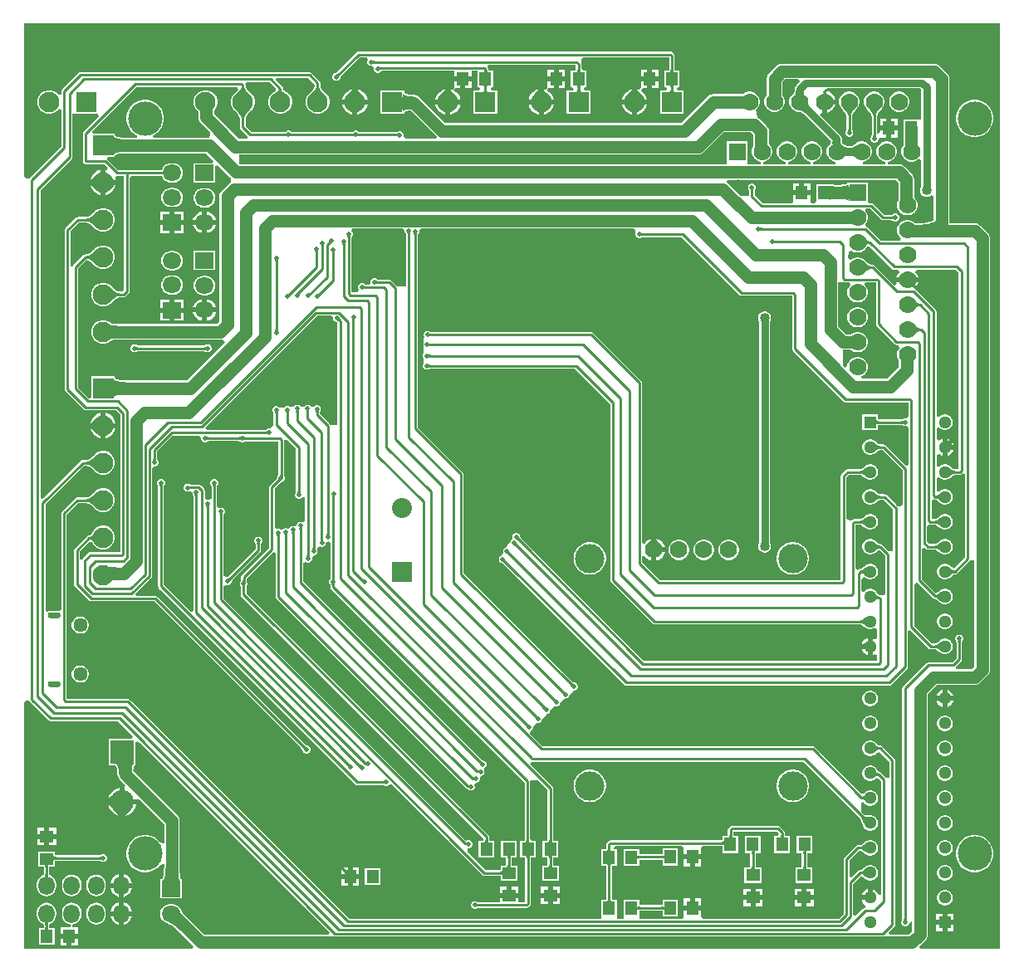
<source format=gbl>
G04*
G04 #@! TF.GenerationSoftware,Altium Limited,Altium Designer,21.2.1 (34)*
G04*
G04 Layer_Physical_Order=2*
G04 Layer_Color=16711680*
%FSTAX24Y24*%
%MOIN*%
G70*
G04*
G04 #@! TF.SameCoordinates,5BC75E6B-F5FC-40A1-8AA7-6D38C453C1D6*
G04*
G04*
G04 #@! TF.FilePolarity,Positive*
G04*
G01*
G75*
%ADD17C,0.0100*%
%ADD21R,0.0500X0.0550*%
%ADD26R,0.0550X0.0500*%
%ADD71R,0.0700X0.0700*%
%ADD72C,0.0700*%
%ADD73R,0.0510X0.0510*%
%ADD74C,0.0510*%
%ADD87R,0.0700X0.0700*%
%ADD90C,0.0500*%
%ADD91C,0.0300*%
%ADD92R,0.0827X0.0827*%
%ADD93C,0.0827*%
%ADD94R,0.0800X0.0800*%
%ADD95C,0.0800*%
%ADD96R,0.0827X0.0827*%
%ADD97O,0.0750X0.0650*%
%ADD98R,0.0750X0.0650*%
%ADD99C,0.0570*%
%ADD100C,0.0240*%
%ADD101O,0.0650X0.0750*%
%ADD102C,0.1378*%
%ADD103C,0.0945*%
%ADD104R,0.0945X0.0945*%
%ADD105C,0.0200*%
%ADD106C,0.1181*%
%ADD107C,0.0400*%
%ADD108C,0.0240*%
G36*
X020431Y047238D02*
X020434Y047217D01*
X020439Y047198D01*
X020445Y04718D01*
X020454Y047164D01*
X020465Y04715D01*
X020477Y047137D01*
X020491Y047126D01*
X020508Y047116D01*
X020526Y047108D01*
X020234D01*
X020252Y047116D01*
X020268Y047126D01*
X020283Y047137D01*
X020295Y04715D01*
X020306Y047164D01*
X020315Y04718D01*
X020321Y047198D01*
X020326Y047217D01*
X020329Y047238D01*
X02033Y04726D01*
X02043D01*
X020431Y047238D01*
D02*
G37*
G36*
X04227Y047146D02*
X042272Y047131D01*
X042274Y047119D01*
X042277Y047107D01*
X042281Y047097D01*
X042286Y047088D01*
X042292Y047081D01*
X042299Y047075D01*
X042306Y04707D01*
X042315Y047067D01*
X042125D01*
X042134Y04707D01*
X042141Y047075D01*
X042148Y047081D01*
X042154Y047088D01*
X042159Y047097D01*
X042163Y047107D01*
X042166Y047119D01*
X042168Y047131D01*
X04217Y047146D01*
X04217Y047161D01*
X04227D01*
X04227Y047146D01*
D02*
G37*
G36*
X018932Y047353D02*
X018939Y047323D01*
X018951Y047292D01*
X018968Y047259D01*
X018989Y047224D01*
X019016Y047187D01*
X019046Y047148D01*
X019123Y047063D01*
X019168Y047018D01*
X018592D01*
X018637Y047063D01*
X018744Y047187D01*
X018771Y047224D01*
X018792Y047259D01*
X018809Y047292D01*
X01882Y047323D01*
X018828Y047353D01*
X01883Y04738D01*
X01893D01*
X018932Y047353D01*
D02*
G37*
G36*
X021932Y047353D02*
X02194Y047324D01*
X021952Y047293D01*
X021968Y04726D01*
X02199Y047225D01*
X022016Y047187D01*
X022047Y047148D01*
X022124Y047063D01*
X022169Y047017D01*
X021591D01*
X021636Y047063D01*
X021744Y047187D01*
X02177Y047225D01*
X021792Y04726D01*
X021808Y047293D01*
X02182Y047324D01*
X021828Y047353D01*
X02183Y04738D01*
X02193D01*
X021932Y047353D01*
D02*
G37*
G36*
X041386Y047207D02*
X041392Y047111D01*
X041396Y047086D01*
X0414Y047064D01*
X041406Y047046D01*
X041412Y047031D01*
X041419Y04702D01*
X041427Y047013D01*
X04104Y04703D01*
X041048Y047037D01*
X041056Y047047D01*
X041063Y047061D01*
X041069Y047078D01*
X041074Y047098D01*
X041078Y047121D01*
X041082Y047147D01*
X041085Y04721D01*
X041086Y047246D01*
X041386D01*
X041386Y047207D01*
D02*
G37*
G36*
X025297Y047098D02*
X02531Y047066D01*
X025333Y047038D01*
X025364Y047014D01*
X025405Y046994D01*
X025454Y046977D01*
X025513Y046964D01*
X025581Y046954D01*
X025657Y046949D01*
X025743Y046947D01*
Y046447D01*
X025657Y046446D01*
X025513Y046435D01*
X025454Y046425D01*
X025405Y046413D01*
X025364Y046397D01*
X025333Y046379D01*
X02531Y046359D01*
X025297Y046335D01*
X025292Y046309D01*
Y047134D01*
X025297Y047098D01*
D02*
G37*
G36*
X046106Y047216D02*
Y046022D01*
X04601Y046005D01*
X04601Y046005D01*
X04601Y046005D01*
X04539D01*
Y04569D01*
X045387Y04567D01*
Y044974D01*
X045338Y044888D01*
X04531Y044784D01*
Y044676D01*
X045338Y044572D01*
X045392Y044478D01*
X045468Y044402D01*
X045562Y044348D01*
X045666Y04432D01*
X045774D01*
X045878Y044348D01*
X045972Y044402D01*
X046006Y044436D01*
X046106Y044395D01*
Y043319D01*
X046078Y04327D01*
X04606Y043204D01*
Y043136D01*
X046078Y04307D01*
X046112Y04301D01*
X04616Y042962D01*
X04622Y042928D01*
X046286Y04291D01*
X046354D01*
X04642Y042928D01*
X04648Y042962D01*
X046507Y04299D01*
X046594Y042964D01*
X046607Y042955D01*
Y041986D01*
X046557Y041957D01*
X046499Y041931D01*
X046434Y041909D01*
X046364Y04189D01*
X046288Y041876D01*
X046206Y041865D01*
X046118Y041859D01*
X046022Y041857D01*
X04602Y041856D01*
X046017Y041856D01*
X046014Y041854D01*
X045855D01*
X045802Y041908D01*
X045708Y041962D01*
X045604Y04199D01*
X045496D01*
X045392Y041962D01*
X045298Y041908D01*
X045222Y041832D01*
X045168Y041738D01*
X04514Y041634D01*
Y041526D01*
X045168Y041422D01*
X045222Y041328D01*
X045298Y041252D01*
X045298Y041251D01*
X045271Y041152D01*
X044486D01*
X043939Y041699D01*
X04391Y041719D01*
X043901Y04173D01*
X043878Y041828D01*
X043932Y041922D01*
X04396Y042026D01*
Y042134D01*
X043932Y042238D01*
X043878Y042332D01*
X043872Y042338D01*
X043913Y042438D01*
X044064D01*
X044501Y042001D01*
X044501Y042001D01*
X044537Y041976D01*
X04458Y041968D01*
X044915D01*
X044921Y041965D01*
X044939Y041964D01*
X044945Y041964D01*
X04495Y041963D01*
X044953Y041962D01*
X044955Y041962D01*
X044955Y041961D01*
X044956Y041961D01*
X044958Y04196D01*
X044959Y04196D01*
X044959Y04196D01*
X04496Y04196D01*
X044962Y041959D01*
X044966Y041958D01*
X044979Y041944D01*
X045038Y04192D01*
X045102D01*
X045161Y041944D01*
X045206Y041989D01*
X04523Y042048D01*
Y042112D01*
X045206Y042171D01*
X045161Y042216D01*
X045102Y04224D01*
X045038D01*
X044979Y042216D01*
X044966Y042202D01*
X044962Y042201D01*
X04496Y0422D01*
X044959Y0422D01*
X044959Y0422D01*
X044958Y0422D01*
X044956Y042199D01*
X044955Y042199D01*
X044955Y042198D01*
X044953Y042198D01*
X04495Y042197D01*
X044946Y042196D01*
X044931Y042195D01*
X044922Y042195D01*
X044916Y042192D01*
X044626D01*
X044189Y042629D01*
X044153Y042654D01*
X04411Y042662D01*
X04411Y042662D01*
X044057D01*
X04396Y04267D01*
Y04349D01*
X04324D01*
X04322Y04349D01*
X043218Y043492D01*
X043207Y043491D01*
X043201Y043494D01*
X04314Y04349D01*
Y043448D01*
X043138Y043446D01*
X043138Y043446D01*
X043138Y043443D01*
X043128Y043437D01*
X043102Y043428D01*
X043063Y043418D01*
X043014Y04341D01*
X042794Y043396D01*
X04278Y043396D01*
X042695Y043396D01*
X04251Y043401D01*
X04251Y043405D01*
X042449Y043409D01*
X042441Y043406D01*
X042429Y043406D01*
X042428Y043405D01*
X04189D01*
Y0431D01*
X041887Y04308D01*
Y04307D01*
X04189Y04305D01*
X04189Y042735D01*
X041824Y042662D01*
X041736D01*
X04165Y042695D01*
X04165Y042762D01*
Y04297D01*
X04095D01*
Y042762D01*
X04095Y042695D01*
X040864Y042662D01*
X039736D01*
X039422Y042976D01*
Y043135D01*
X039425Y043141D01*
X039426Y043159D01*
X039426Y043165D01*
X039427Y04317D01*
X039428Y043173D01*
X039428Y043175D01*
X039429Y043175D01*
X039429Y043176D01*
X03943Y043178D01*
X03943Y043179D01*
X03943Y043179D01*
X03943Y04318D01*
X039431Y043182D01*
X039432Y043186D01*
X039446Y043199D01*
X03947Y043258D01*
Y043322D01*
X039446Y043381D01*
X039401Y043426D01*
X039342Y04345D01*
X039278D01*
X039219Y043426D01*
X039174Y043381D01*
X03915Y043322D01*
Y043258D01*
X039174Y043199D01*
X039188Y043186D01*
X039189Y043182D01*
X03919Y04318D01*
X03919Y043179D01*
X03919Y043179D01*
X03919Y043178D01*
X039191Y043176D01*
X039191Y043175D01*
X039192Y043175D01*
X039192Y043173D01*
X039193Y04317D01*
X039194Y043166D01*
X039195Y043151D01*
X039195Y043142D01*
X039198Y043136D01*
Y043036D01*
X039188Y04294D01*
X039059D01*
Y04294D01*
X039059Y04294D01*
X03887D01*
X03887Y04294D01*
Y04294D01*
X038802Y043005D01*
X038356Y043451D01*
X038296Y043497D01*
X038295Y043507D01*
X038332Y043597D01*
X045089D01*
X045199Y043488D01*
Y042792D01*
X045168Y042738D01*
X04514Y042634D01*
Y042526D01*
X045168Y042422D01*
X045222Y042328D01*
X045298Y042252D01*
X045392Y042198D01*
X045496Y04217D01*
X045604D01*
X045708Y042198D01*
X045802Y042252D01*
X045878Y042328D01*
X045932Y042422D01*
X04596Y042526D01*
Y042634D01*
X045932Y042738D01*
X045878Y042832D01*
X045824Y042885D01*
Y043617D01*
X045824Y043617D01*
X045814Y043698D01*
X045783Y043773D01*
X045733Y043838D01*
X045733Y043838D01*
X04544Y044131D01*
X045375Y044181D01*
X0453Y044212D01*
X045259Y044217D01*
X045219Y044223D01*
X045219Y044223D01*
X04478D01*
X044774Y04432D01*
X044878Y044348D01*
X044972Y044402D01*
X045048Y044478D01*
X045102Y044572D01*
X04513Y044676D01*
Y044784D01*
X045102Y044888D01*
X045048Y044982D01*
X044972Y045058D01*
X044878Y045112D01*
X044774Y04514D01*
X044666D01*
X044562Y045112D01*
X044468Y045058D01*
X044392Y044982D01*
X044338Y044888D01*
X04431Y044784D01*
Y044676D01*
X044338Y044572D01*
X044392Y044478D01*
X044468Y044402D01*
X044562Y044348D01*
X044666Y04432D01*
X04466Y044223D01*
X04378D01*
X043774Y04432D01*
X043878Y044348D01*
X043972Y044402D01*
X044048Y044478D01*
X044102Y044572D01*
X04413Y044676D01*
Y044784D01*
X044102Y044888D01*
X044048Y044982D01*
X043972Y045058D01*
X043878Y045112D01*
X043774Y04514D01*
X043666D01*
X043562Y045112D01*
X043468Y045058D01*
X043437Y045027D01*
X043426Y045023D01*
X043409Y045007D01*
X043392Y044994D01*
X043375Y044983D01*
X043355Y044974D01*
X043333Y044965D01*
X04331Y044958D01*
X043284Y044952D01*
X043256Y044948D01*
X043226Y044946D01*
X04322Y044946D01*
X043214Y044946D01*
X043184Y044948D01*
X043156Y044952D01*
X04313Y044958D01*
X043107Y044965D01*
X043085Y044974D01*
X043065Y044983D01*
X043048Y044994D01*
X043031Y045007D01*
X043014Y045023D01*
X043003Y045027D01*
X042972Y045058D01*
X042947Y045073D01*
X042944Y045078D01*
X042942Y045078D01*
X042942Y04508D01*
X042939Y045082D01*
X042937Y045087D01*
X042933Y045097D01*
X042929Y045111D01*
X042926Y045129D01*
X04292Y045213D01*
X042919Y045247D01*
X042917Y045251D01*
X042902Y045328D01*
X042856Y045397D01*
X042045Y046207D01*
X042097Y046297D01*
X04212Y046291D01*
Y04673D01*
X04222D01*
Y04683D01*
X042659D01*
X042639Y046904D01*
X04258Y047006D01*
X042496Y04709D01*
X042394Y047149D01*
X042332Y047166D01*
X042345Y047266D01*
X046056D01*
X046106Y047216D01*
D02*
G37*
G36*
X041571Y0467D02*
X041575Y046673D01*
X041581Y046647D01*
X04159Y046621D01*
X041601Y046594D01*
X041615Y046568D01*
X041632Y046542D01*
X041652Y046516D01*
X041674Y04649D01*
X041698Y046464D01*
X041486Y046252D01*
X04146Y046276D01*
X041434Y046298D01*
X041408Y046318D01*
X041382Y046335D01*
X041356Y046349D01*
X041329Y04636D01*
X041303Y046369D01*
X041277Y046375D01*
X04125Y046379D01*
X041224Y04638D01*
X04157Y046726D01*
X041571Y0467D01*
D02*
G37*
G36*
X019124Y04638D02*
X019016Y046255D01*
X01899Y046218D01*
X018968Y046183D01*
X018952Y04615D01*
X01894Y046119D01*
X018932Y04609D01*
X01893Y046063D01*
X01883D01*
X018828Y04609D01*
X01882Y046119D01*
X018808Y04615D01*
X018792Y046183D01*
X01877Y046218D01*
X018744Y046255D01*
X018713Y046295D01*
X018636Y04638D01*
X018591Y046426D01*
X019169D01*
X019124Y04638D01*
D02*
G37*
G36*
X023486Y045476D02*
X023491Y045473D01*
X023496Y04547D01*
X023503Y045467D01*
X02351Y045465D01*
X023518Y045463D01*
X023526Y045462D01*
X023536Y045461D01*
X023557Y04546D01*
Y04536D01*
X023546Y04536D01*
X023526Y045358D01*
X023518Y045357D01*
X02351Y045355D01*
X023503Y045353D01*
X023496Y04535D01*
X023491Y045347D01*
X023486Y045344D01*
X023481Y04534D01*
Y04548D01*
X023486Y045476D01*
D02*
G37*
G36*
X023339Y04534D02*
X023334Y045344D01*
X023329Y045347D01*
X023324Y04535D01*
X023317Y045353D01*
X02331Y045355D01*
X023302Y045357D01*
X023294Y045358D01*
X023284Y045359D01*
X023263Y04536D01*
Y04546D01*
X023274Y04546D01*
X023294Y045462D01*
X023302Y045463D01*
X02331Y045465D01*
X023317Y045467D01*
X023324Y04547D01*
X023329Y045473D01*
X023334Y045476D01*
X023339Y04548D01*
Y04534D01*
D02*
G37*
G36*
X020786Y045476D02*
X020791Y045473D01*
X020796Y04547D01*
X020803Y045467D01*
X02081Y045465D01*
X020818Y045463D01*
X020826Y045462D01*
X020836Y045461D01*
X020857Y04546D01*
Y04536D01*
X020846Y04536D01*
X020826Y045358D01*
X020818Y045357D01*
X02081Y045355D01*
X020803Y045353D01*
X020796Y04535D01*
X020791Y045347D01*
X020786Y045344D01*
X020781Y04534D01*
Y04548D01*
X020786Y045476D01*
D02*
G37*
G36*
X020639Y04534D02*
X020634Y045344D01*
X020629Y045347D01*
X020624Y04535D01*
X020617Y045353D01*
X02061Y045355D01*
X020602Y045357D01*
X020594Y045358D01*
X020584Y045359D01*
X020563Y04536D01*
Y04546D01*
X020574Y04546D01*
X020594Y045462D01*
X020602Y045463D01*
X02061Y045465D01*
X020617Y045467D01*
X020624Y04547D01*
X020629Y045473D01*
X020634Y045476D01*
X020639Y04548D01*
Y04534D01*
D02*
G37*
G36*
X025096Y045336D02*
X025092Y04534D01*
X025088Y045344D01*
X025083Y045348D01*
X025077Y045351D01*
X02507Y045354D01*
X025063Y045356D01*
X025054Y045358D01*
X025045Y045359D01*
X025035Y04536D01*
X025025Y04536D01*
X025049Y04546D01*
X025059Y04546D01*
X025088Y045462D01*
X025096Y045463D01*
X025109Y045466D01*
X025115Y045468D01*
X02512Y04547D01*
X025124Y045473D01*
X025096Y045336D01*
D02*
G37*
G36*
X018658Y047312D02*
X018694Y047228D01*
X018693Y047227D01*
X01859Y047108D01*
X018546Y047064D01*
X018546Y047064D01*
X018546Y047064D01*
X018541Y047052D01*
X018501Y047012D01*
X018439Y046904D01*
X018407Y046784D01*
Y046659D01*
X018439Y046539D01*
X018501Y046431D01*
X01854Y046392D01*
X018544Y04638D01*
X018589Y046336D01*
X018663Y046253D01*
X018692Y046217D01*
X018716Y046182D01*
X018735Y046151D01*
X018749Y046123D01*
X018758Y046099D01*
X018763Y046079D01*
X018765Y046057D01*
X018768Y046052D01*
Y0457D01*
X018768Y0457D01*
X018776Y045657D01*
X018801Y045621D01*
X019079Y045343D01*
X01907Y045294D01*
X019051Y045258D01*
X019038Y045243D01*
X01871D01*
X01772Y046233D01*
Y046392D01*
X017759Y046431D01*
X017821Y046539D01*
X017853Y046659D01*
Y046784D01*
X017821Y046904D01*
X017759Y047012D01*
X017671Y0471D01*
X017563Y047163D01*
X017442Y047195D01*
X017318D01*
X017197Y047163D01*
X017089Y0471D01*
X017001Y047012D01*
X016939Y046904D01*
X016907Y046784D01*
Y046659D01*
X016939Y046539D01*
X017001Y046431D01*
X017089Y046343D01*
X017094Y04634D01*
Y046103D01*
X017094Y046103D01*
X017105Y046022D01*
X017136Y045947D01*
X017186Y045882D01*
X01756Y045508D01*
Y045381D01*
X01754Y045283D01*
X017443Y045283D01*
X015295D01*
X015275Y045383D01*
X015315Y045399D01*
X015438Y045481D01*
X015542Y045586D01*
X015624Y045708D01*
X015681Y045845D01*
X01571Y045989D01*
Y046137D01*
X015681Y046281D01*
X015624Y046418D01*
X015542Y04654D01*
X015438Y046645D01*
X015315Y046727D01*
X015179Y046783D01*
X015034Y046812D01*
X014887D01*
X014742Y046783D01*
X014606Y046727D01*
X014483Y046645D01*
X014379Y04654D01*
X014297Y046418D01*
X01424Y046281D01*
X014212Y046137D01*
Y045989D01*
X01424Y045845D01*
X014297Y045708D01*
X014379Y045586D01*
X014483Y045481D01*
X014606Y045399D01*
X014646Y045383D01*
X014626Y045283D01*
X014189D01*
X014183Y045285D01*
X01409Y045287D01*
X014008Y045292D01*
X013937Y045301D01*
X013878Y045312D01*
X01383Y045327D01*
X013794Y045343D01*
X01377Y045359D01*
X013757Y045373D01*
X01375Y045387D01*
X013746Y045411D01*
X013746Y045411D01*
X013743Y045417D01*
Y045463D01*
X013682Y045467D01*
X01368Y045466D01*
X013673Y045466D01*
X013668Y045463D01*
X012873D01*
X012832Y045563D01*
X014596Y047328D01*
X018641D01*
X018658Y047312D01*
D02*
G37*
G36*
X042855Y04521D02*
X042862Y045121D01*
X042866Y045098D01*
X042871Y045078D01*
X042877Y045061D01*
X042884Y045047D01*
X042892Y045037D01*
X0429Y04503D01*
X042513Y045013D01*
X042521Y04502D01*
X042528Y045031D01*
X042534Y045046D01*
X04254Y045064D01*
X042544Y045086D01*
X042548Y045111D01*
X042553Y045171D01*
X042554Y045246D01*
X042854D01*
X042855Y04521D01*
D02*
G37*
G36*
X04347Y044485D02*
X043451Y044503D01*
X043429Y044519D01*
X043406Y044533D01*
X043381Y044546D01*
X043354Y044556D01*
X043326Y044565D01*
X043296Y044571D01*
X043263Y044576D01*
X043229Y044579D01*
X04322Y044579D01*
X043211Y044579D01*
X043177Y044576D01*
X043144Y044571D01*
X043114Y044565D01*
X043086Y044556D01*
X043059Y044546D01*
X043034Y044533D01*
X043011Y044519D01*
X042989Y044503D01*
X04297Y044485D01*
Y044975D01*
X042989Y044957D01*
X043011Y044941D01*
X043034Y044927D01*
X043059Y044914D01*
X043086Y044904D01*
X043114Y044895D01*
X043144Y044889D01*
X043177Y044884D01*
X043211Y044881D01*
X04322Y044881D01*
X043229Y044881D01*
X043263Y044884D01*
X043296Y044889D01*
X043326Y044895D01*
X043354Y044904D01*
X043381Y044914D01*
X043406Y044927D01*
X043429Y044941D01*
X043451Y044957D01*
X04347Y044975D01*
Y044485D01*
D02*
G37*
G36*
X013687Y045368D02*
X013702Y045337D01*
X013727Y045309D01*
X013762Y045286D01*
X013807Y045266D01*
X013862Y045249D01*
X013927Y045236D01*
X014002Y045227D01*
X014087Y045222D01*
X014182Y04522D01*
Y04472D01*
X014087Y044719D01*
X013927Y044707D01*
X013862Y044697D01*
X013807Y044684D01*
X013762Y044669D01*
X013727Y04465D01*
X013702Y044629D01*
X013687Y044605D01*
X013682Y044578D01*
Y045402D01*
X013687Y045368D01*
D02*
G37*
G36*
X039369Y045408D02*
Y044942D01*
X039338Y044888D01*
X03931Y044784D01*
Y044676D01*
X039338Y044572D01*
X039392Y044478D01*
X039468Y044402D01*
X039562Y044348D01*
X039666Y04432D01*
X03966Y044223D01*
X039136D01*
X03913Y04432D01*
X03913Y044323D01*
Y04514D01*
X03831D01*
Y044323D01*
X03831Y04432D01*
X038304Y044223D01*
X018744D01*
X01874Y044233D01*
Y044617D01*
X03716D01*
X03716Y044617D01*
X037241Y044628D01*
X037316Y044659D01*
X037381Y044709D01*
X03819Y045517D01*
X039259D01*
X039369Y045408D01*
D02*
G37*
G36*
X014399Y04382D02*
X01438Y04382D01*
X014362Y043818D01*
X014344Y043816D01*
X014328Y043813D01*
X014313Y043809D01*
X014299Y043804D01*
X014287Y043798D01*
X014275Y043792D01*
X014265Y043784D01*
X014255Y043776D01*
X014279Y04387D01*
Y04392D01*
X014399Y04382D01*
D02*
G37*
G36*
X015683Y04377D02*
X015682Y04378D01*
X015679Y043788D01*
X015673Y043796D01*
X015665Y043802D01*
X015655Y043808D01*
X015642Y043812D01*
X015627Y043816D01*
X01561Y043818D01*
X015591Y043819D01*
X01557Y04382D01*
Y04392D01*
X015591Y04392D01*
X01561Y043922D01*
X015627Y043924D01*
X015642Y043928D01*
X015655Y043932D01*
X015665Y043938D01*
X015673Y043944D01*
X015679Y043952D01*
X015682Y04396D01*
X015683Y04397D01*
Y04377D01*
D02*
G37*
G36*
X043201Y042731D02*
X043196Y04275D01*
X043181Y042767D01*
X043156Y042782D01*
X043121Y042794D01*
X043076Y042805D01*
X043021Y042814D01*
X042956Y042821D01*
X042824Y042828D01*
X042454Y042803D01*
X042449Y042796D01*
Y043344D01*
X042454Y043341D01*
X042469Y043339D01*
X042494Y043337D01*
X042694Y043331D01*
X04278Y043331D01*
X042796Y043331D01*
X043021Y043346D01*
X043076Y043355D01*
X043121Y043366D01*
X043156Y043378D01*
X043181Y043393D01*
X043196Y04341D01*
X043201Y043429D01*
Y042731D01*
D02*
G37*
G36*
X039376Y043214D02*
X039373Y043209D01*
X03937Y043204D01*
X039367Y043197D01*
X039365Y04319D01*
X039363Y043182D01*
X039362Y043174D01*
X039361Y043164D01*
X03936Y043143D01*
X03926D01*
X03926Y043154D01*
X039258Y043174D01*
X039257Y043182D01*
X039255Y04319D01*
X039253Y043197D01*
X03925Y043204D01*
X039247Y043209D01*
X039244Y043214D01*
X03924Y043219D01*
X03938D01*
X039376Y043214D01*
D02*
G37*
G36*
X044999Y04201D02*
X044994Y042014D01*
X044989Y042017D01*
X044984Y04202D01*
X044977Y042023D01*
X04497Y042025D01*
X044962Y042027D01*
X044954Y042028D01*
X044944Y042029D01*
X044923Y04203D01*
Y04213D01*
X044934Y04213D01*
X044954Y042132D01*
X044962Y042133D01*
X04497Y042135D01*
X044977Y042137D01*
X044984Y04214D01*
X044989Y042143D01*
X044994Y042146D01*
X044999Y04215D01*
Y04201D01*
D02*
G37*
G36*
X012975Y041701D02*
X012929Y041746D01*
X012804Y041854D01*
X012767Y04188D01*
X012731Y041902D01*
X012698Y041918D01*
X012667Y04193D01*
X012638Y041938D01*
X012612Y04194D01*
Y04204D01*
X012638Y042042D01*
X012667Y04205D01*
X012698Y042062D01*
X012731Y042078D01*
X012767Y0421D01*
X012804Y042126D01*
X012844Y042157D01*
X012929Y042234D01*
X012975Y042279D01*
Y041701D01*
D02*
G37*
G36*
X039646Y041686D02*
X039651Y041683D01*
X039656Y04168D01*
X039663Y041677D01*
X03967Y041675D01*
X039678Y041673D01*
X039686Y041672D01*
X039696Y041671D01*
X039717Y04167D01*
Y04157D01*
X039706Y04157D01*
X039686Y041568D01*
X039678Y041567D01*
X03967Y041565D01*
X039663Y041563D01*
X039656Y04156D01*
X039651Y041557D01*
X039646Y041554D01*
X039641Y04155D01*
Y04169D01*
X039646Y041686D01*
D02*
G37*
G36*
X013115Y046163D02*
X012491Y045539D01*
X012466Y045503D01*
X012458Y04546D01*
X012458Y04546D01*
Y044345D01*
X012458Y044345D01*
X012458Y044345D01*
X012458Y044345D01*
X012462Y044323D01*
X012466Y044302D01*
X012466Y044302D01*
X012466Y044302D01*
X012478Y044284D01*
X012491Y044265D01*
X012491Y044265D01*
X012491Y044265D01*
X012509Y044253D01*
X012527Y044241D01*
X012527Y044241D01*
X012527Y044241D01*
X012548Y044237D01*
X01257Y044232D01*
X01257Y044232D01*
X01257Y044232D01*
X013309D01*
X01347Y044071D01*
X013418Y043982D01*
X01337Y043995D01*
Y04359D01*
X013614D01*
Y043719D01*
X013638Y043685D01*
X013663Y043655D01*
X013688Y043628D01*
X013714Y043605D01*
X013733Y04359D01*
X013775D01*
X013751Y043679D01*
X013751Y04368D01*
X013773Y043712D01*
X013823Y043759D01*
X01383Y043758D01*
X01383Y043758D01*
X014108D01*
Y039166D01*
X014044Y039102D01*
X013939D01*
X013934Y039105D01*
X013912Y039107D01*
X013892Y039112D01*
X013868Y039121D01*
X01384Y039135D01*
X013809Y039154D01*
X013776Y039177D01*
X013655Y039282D01*
X013611Y039325D01*
X013599Y03933D01*
X013561Y039369D01*
X013453Y039431D01*
X013332Y039463D01*
X013208D01*
X013087Y039431D01*
X012979Y039369D01*
X012891Y039281D01*
X012829Y039173D01*
X012797Y039052D01*
Y038928D01*
X012829Y038807D01*
X012891Y038699D01*
X012979Y038611D01*
X013087Y038549D01*
X013208Y038517D01*
X013332D01*
X013453Y038549D01*
X013561Y038611D01*
X013599Y03865D01*
X013611Y038655D01*
X013656Y038699D01*
X013738Y038773D01*
X013775Y038802D01*
X013809Y038826D01*
X01384Y038845D01*
X013868Y038859D01*
X013892Y038868D01*
X013912Y038873D01*
X013934Y038875D01*
X013939Y038878D01*
X01409D01*
X01409Y038878D01*
X014133Y038886D01*
X014169Y038911D01*
X014299Y039041D01*
X014299Y039041D01*
X014324Y039077D01*
X014332Y03912D01*
X014332Y03912D01*
Y043695D01*
X014405Y043755D01*
X01441Y043758D01*
X015562D01*
X015568Y043755D01*
X015588Y043755D01*
X015603Y043753D01*
X015615Y043752D01*
X015623Y04375D01*
X015654Y043676D01*
X015715Y043595D01*
X015796Y043534D01*
X015889Y043495D01*
X01599Y043482D01*
X01609D01*
X016191Y043495D01*
X016284Y043534D01*
X016365Y043595D01*
X016426Y043676D01*
X016465Y043769D01*
X016478Y04387D01*
X016465Y043971D01*
X016426Y044064D01*
X016365Y044145D01*
X016284Y044206D01*
X016191Y044245D01*
X01609Y044258D01*
X01599D01*
X015889Y044245D01*
X015796Y044206D01*
X015715Y044145D01*
X015654Y044064D01*
X015623Y04399D01*
X015615Y043988D01*
X015603Y043987D01*
X015588Y043985D01*
X015568Y043985D01*
X015562Y043982D01*
X014285D01*
X014279Y043985D01*
X014276Y043984D01*
X014273Y043985D01*
X014268Y043982D01*
X013876D01*
X013442Y044417D01*
X013445Y044447D01*
X013476Y044517D01*
X013643D01*
X013666Y044517D01*
X01367Y044514D01*
X013679Y044514D01*
X013682Y044513D01*
X013743Y044517D01*
Y044562D01*
X013746Y044566D01*
X013746Y044566D01*
X013749Y044581D01*
X013752Y044586D01*
X013764Y044596D01*
X013788Y044609D01*
X013825Y044622D01*
X013874Y044633D01*
X013934Y044643D01*
X01409Y044654D01*
X014183Y044655D01*
X014188Y044657D01*
X01741D01*
X017703Y044365D01*
X017661Y044265D01*
X016905D01*
Y043495D01*
X017775D01*
Y044151D01*
X017875Y044193D01*
X018379Y043689D01*
X018379Y043689D01*
X018392Y043679D01*
Y043503D01*
X018387Y043501D01*
X018322Y043451D01*
X018322Y043451D01*
X018029Y043158D01*
X017979Y043093D01*
X017948Y043018D01*
X017937Y042937D01*
X017937Y042937D01*
Y037912D01*
X017828Y037803D01*
X013853D01*
X013848Y037805D01*
X013802Y037805D01*
X013724Y037808D01*
X013663Y037814D01*
X013642Y037818D01*
X013624Y037822D01*
X013613Y037826D01*
X013609Y037827D01*
X013605Y037831D01*
X013596Y037833D01*
X013561Y037869D01*
X013453Y037931D01*
X013332Y037963D01*
X013208D01*
X013087Y037931D01*
X012979Y037869D01*
X012891Y037781D01*
X012829Y037673D01*
X012797Y037552D01*
Y037428D01*
X012829Y037307D01*
X012891Y037199D01*
X012979Y037111D01*
X013087Y037049D01*
X013208Y037017D01*
X013332D01*
X013453Y037049D01*
X013561Y037111D01*
X013596Y037147D01*
X013605Y037149D01*
X013609Y037153D01*
X013613Y037154D01*
X013624Y037158D01*
X013642Y037162D01*
X013662Y037166D01*
X013803Y037175D01*
X013848Y037175D01*
X013853Y037177D01*
X017957D01*
X017957Y037177D01*
X018038Y037188D01*
X018043Y03719D01*
X018164Y037069D01*
X016638Y035543D01*
X014189D01*
X014185Y035545D01*
X014007Y035551D01*
X013936Y035559D01*
X013876Y035569D01*
X013828Y035582D01*
X013791Y035597D01*
X013767Y035611D01*
X013755Y035623D01*
X01375Y035633D01*
X013746Y035653D01*
X013746Y035653D01*
X013743Y035657D01*
Y035703D01*
X013682Y035707D01*
X013679Y035706D01*
X013672Y035706D01*
X013667Y035703D01*
X012797D01*
Y034836D01*
X012697Y034822D01*
X012272Y035246D01*
Y040044D01*
X012605Y040376D01*
X012606Y040375D01*
X012628Y040373D01*
X012648Y040368D01*
X012672Y040359D01*
X0127Y040345D01*
X012731Y040326D01*
X012764Y040303D01*
X012885Y040198D01*
X012929Y040155D01*
X012941Y04015D01*
X012979Y040111D01*
X013087Y040049D01*
X013208Y040017D01*
X013332D01*
X013453Y040049D01*
X013561Y040111D01*
X013649Y040199D01*
X013711Y040307D01*
X013743Y040428D01*
Y040552D01*
X013711Y040673D01*
X013649Y040781D01*
X013561Y040869D01*
X013453Y040931D01*
X013332Y040963D01*
X013208D01*
X013087Y040931D01*
X012979Y040869D01*
X012941Y04083D01*
X012929Y040825D01*
X012884Y040781D01*
X012802Y040707D01*
X012765Y040678D01*
X012731Y040654D01*
X0127Y040635D01*
X012672Y040621D01*
X012648Y040612D01*
X012628Y040607D01*
X012606Y040605D01*
X012601Y040602D01*
X01256D01*
X012517Y040594D01*
X012481Y040569D01*
X012481Y040569D01*
X012081Y040169D01*
X012056Y040133D01*
X012056Y040129D01*
X011952D01*
Y041524D01*
X012306Y041878D01*
X012601D01*
X012606Y041875D01*
X012628Y041873D01*
X012648Y041868D01*
X012672Y041859D01*
X0127Y041845D01*
X012731Y041826D01*
X012764Y041803D01*
X012885Y041698D01*
X012929Y041655D01*
X012941Y04165D01*
X012979Y041611D01*
X013087Y041549D01*
X013208Y041517D01*
X013332D01*
X013453Y041549D01*
X013561Y041611D01*
X013649Y041699D01*
X013711Y041807D01*
X013743Y041928D01*
Y042052D01*
X013711Y042173D01*
X013649Y042281D01*
X013561Y042369D01*
X013453Y042431D01*
X013332Y042463D01*
X013208D01*
X013087Y042431D01*
X012979Y042369D01*
X012941Y04233D01*
X012929Y042325D01*
X012884Y042281D01*
X012802Y042207D01*
X012765Y042178D01*
X012731Y042154D01*
X0127Y042135D01*
X012672Y042121D01*
X012648Y042112D01*
X012628Y042107D01*
X012606Y042105D01*
X012601Y042102D01*
X01226D01*
X01226Y042102D01*
X012217Y042094D01*
X012181Y042069D01*
X012181Y042069D01*
X011761Y041649D01*
X011736Y041613D01*
X011728Y04157D01*
X011728Y04157D01*
Y03519D01*
X011728Y03519D01*
X011736Y035147D01*
X011761Y035111D01*
X012491Y034381D01*
X012491Y034381D01*
X012527Y034356D01*
X01257Y034348D01*
X01257Y034348D01*
X013793D01*
X013968Y034173D01*
Y028642D01*
X01275D01*
X01275Y028642D01*
X012707Y028634D01*
X012671Y028609D01*
X012671Y028609D01*
X012461Y028399D01*
X012436Y028363D01*
X012432Y028342D01*
X012332Y028352D01*
Y028674D01*
X012715Y029057D01*
X012826Y029038D01*
X012827Y029037D01*
X012838Y029021D01*
X012851Y029D01*
X012859Y028994D01*
X012863Y028985D01*
X012865Y028984D01*
X012891Y028939D01*
X012979Y028851D01*
X013087Y028789D01*
X013208Y028757D01*
X013332D01*
X013453Y028789D01*
X013561Y028851D01*
X013649Y028939D01*
X013711Y029047D01*
X013743Y029168D01*
Y029292D01*
X013711Y029413D01*
X013649Y029521D01*
X013561Y029609D01*
X013453Y029671D01*
X013332Y029703D01*
X013208D01*
X013087Y029671D01*
X012979Y029609D01*
X012891Y029521D01*
X012829Y029413D01*
X012829Y029413D01*
X012827Y029411D01*
X012818Y02939D01*
X012808Y029374D01*
X012799Y029361D01*
X012789Y02935D01*
X012778Y029342D01*
X012767Y029335D01*
X012754Y029329D01*
X012741Y029325D01*
X012725Y029323D01*
X012703Y029321D01*
X012691Y029316D01*
X012664Y02931D01*
X012627Y029286D01*
X012627Y029286D01*
X012141Y028799D01*
X012116Y028763D01*
X012108Y02872D01*
X012108Y02872D01*
Y02735D01*
X012108Y02735D01*
X012116Y027307D01*
X012141Y027271D01*
X012711Y026701D01*
X012711Y026701D01*
X012747Y026676D01*
X01279Y026668D01*
X01279Y026668D01*
X015324D01*
X021241Y02075D01*
X021243Y020744D01*
X021256Y020731D01*
X021259Y020726D01*
X021262Y020722D01*
X021264Y020719D01*
X021265Y020717D01*
X021265Y020717D01*
X021266Y020716D01*
X021266Y020715D01*
X021266Y020714D01*
X021267Y020713D01*
X021267Y020712D01*
X021268Y020711D01*
X02127Y020707D01*
Y020688D01*
X021294Y020629D01*
X021339Y020584D01*
X021398Y02056D01*
X021462D01*
X021521Y020584D01*
X021566Y020629D01*
X02159Y020688D01*
Y020752D01*
X021566Y020811D01*
X021521Y020856D01*
X021462Y02088D01*
X021443D01*
X021439Y020882D01*
X021438Y020883D01*
X021437Y020883D01*
X021436Y020884D01*
X021435Y020884D01*
X021434Y020884D01*
X021433Y020885D01*
X021433Y020885D01*
X021431Y020886D01*
X021428Y020888D01*
X021424Y02089D01*
X021413Y0209D01*
X021407Y020906D01*
X0214Y020908D01*
X015449Y026859D01*
X015413Y026884D01*
X01537Y026892D01*
X01537Y026892D01*
X014616D01*
X014575Y026992D01*
X015199Y027617D01*
X015224Y027653D01*
X015232Y027696D01*
X015232Y027696D01*
Y031999D01*
X015298Y03208D01*
X015362D01*
X015421Y032104D01*
X015466Y032149D01*
X01549Y032208D01*
Y032272D01*
X015466Y032331D01*
X015452Y032344D01*
X015451Y032348D01*
X01545Y03235D01*
X01545Y032351D01*
X01545Y032351D01*
X01545Y032352D01*
X015449Y032354D01*
X015449Y032355D01*
X015448Y032355D01*
X015448Y032357D01*
X015447Y03236D01*
X015446Y032364D01*
X015445Y032379D01*
X015445Y032388D01*
X015442Y032394D01*
Y032704D01*
X016066Y033328D01*
X017123D01*
X0172Y033252D01*
Y033188D01*
X017224Y033129D01*
X017269Y033084D01*
X017328Y03306D01*
X017392D01*
X017451Y033084D01*
X01746Y033093D01*
X017463Y033094D01*
X017465Y033095D01*
X017465Y033095D01*
X017465Y033095D01*
X017466Y033095D01*
X017468Y033096D01*
X017469Y033096D01*
X017469Y033096D01*
X01747Y033097D01*
X017472Y033097D01*
X017476Y033098D01*
X017481Y033099D01*
X017496Y0331D01*
X017505Y0331D01*
X017511Y033103D01*
X018701D01*
X018707Y0331D01*
X018707Y0331D01*
X018708Y0331D01*
X018726Y033099D01*
X018731Y033099D01*
X018736Y033098D01*
X018739Y033097D01*
X018741Y033097D01*
X018741Y033097D01*
X018742Y033096D01*
X018743Y033095D01*
X018744Y033095D01*
X018746Y033095D01*
X018746Y033095D01*
X018751Y033093D01*
X018769Y033074D01*
X018828Y03305D01*
X018892D01*
X018951Y033074D01*
X018964Y033088D01*
X018968Y033089D01*
X01897Y03309D01*
X018971Y03309D01*
X018971Y03309D01*
X018972Y03309D01*
X018974Y033091D01*
X018975Y033091D01*
X018975Y033092D01*
X018977Y033092D01*
X01898Y033093D01*
X018984Y033094D01*
X018999Y033095D01*
X019008Y033095D01*
X019014Y033098D01*
X020308D01*
Y031773D01*
X020305Y031769D01*
X020306Y031766D01*
X020305Y031763D01*
X020305Y031754D01*
X020304Y031747D01*
X020304Y031742D01*
X020303Y031737D01*
X020302Y031735D01*
X020302Y031734D01*
X020301Y031733D01*
X020301Y031732D01*
X0203Y031731D01*
X0203Y031728D01*
X020298Y031724D01*
X020274Y031701D01*
X02025Y031642D01*
Y031623D01*
X020248Y031619D01*
X020247Y031618D01*
X020247Y031617D01*
X020246Y031616D01*
X020246Y031615D01*
X020246Y031614D01*
X020245Y031613D01*
X020245Y031613D01*
X020244Y031611D01*
X020242Y031608D01*
X02024Y031604D01*
X02023Y031593D01*
X020224Y031587D01*
X020222Y03158D01*
X019961Y031319D01*
X019936Y031283D01*
X019928Y03124D01*
X019928Y03124D01*
Y028806D01*
X018839Y027718D01*
X018815Y027681D01*
X018806Y027638D01*
X018806Y027638D01*
Y027532D01*
X018804Y027527D01*
X018804Y027525D01*
X018803Y027522D01*
X018803Y027513D01*
X018803Y027506D01*
X018802Y027501D01*
X018801Y027496D01*
X018801Y027493D01*
X0188Y027492D01*
X018799Y027491D01*
X018799Y02749D01*
X018799Y027489D01*
X018798Y027487D01*
X018798Y027487D01*
X018796Y027483D01*
X018774Y027461D01*
X01875Y027402D01*
Y027338D01*
X018774Y027279D01*
X018788Y027266D01*
X018789Y027262D01*
X01879Y02726D01*
X01879Y027259D01*
X01879Y027259D01*
X01879Y027258D01*
X018791Y027256D01*
X018791Y027255D01*
X018792Y027255D01*
X018792Y027253D01*
X018793Y02725D01*
X018794Y027246D01*
X018795Y027231D01*
X018795Y027222D01*
X018798Y027216D01*
Y02694D01*
X018798Y02694D01*
X018806Y026897D01*
X018831Y026861D01*
X028538Y017154D01*
Y017102D01*
X028535Y017096D01*
X028535Y017079D01*
X028534Y017066D01*
X028532Y017057D01*
X028532Y017055D01*
X02834D01*
Y016385D01*
X02896D01*
Y017055D01*
X028768D01*
X028768Y017057D01*
X028766Y017066D01*
X028765Y017079D01*
X028765Y017096D01*
X028762Y017102D01*
Y0172D01*
X028762Y0172D01*
X028754Y017243D01*
X028729Y017279D01*
X028729Y017279D01*
X019022Y026986D01*
Y027215D01*
X019025Y027221D01*
X019026Y027239D01*
X019026Y027245D01*
X019027Y02725D01*
X019028Y027253D01*
X019028Y027255D01*
X019029Y027255D01*
X019029Y027256D01*
X01903Y027258D01*
X01903Y027259D01*
X01903Y027259D01*
X01903Y02726D01*
X019031Y027262D01*
X019032Y027266D01*
X019046Y027279D01*
X01907Y027338D01*
Y027402D01*
X019046Y027461D01*
X01904Y027467D01*
X019039Y027469D01*
X019039Y027472D01*
X019038Y027474D01*
X019038Y027474D01*
X019037Y027475D01*
X019037Y027476D01*
X019036Y027479D01*
X019035Y027483D01*
X019035Y027488D01*
X019033Y027503D01*
X019033Y027512D01*
X01903Y027519D01*
Y027592D01*
X020088Y028649D01*
X020188Y028608D01*
Y02685D01*
X020188Y02685D01*
X020196Y026807D01*
X020221Y026771D01*
X027822Y01917D01*
X027822Y01917D01*
X027858Y019146D01*
X027896Y019138D01*
X027939Y019094D01*
X027998Y01907D01*
X028062D01*
X028121Y019094D01*
X028166Y019139D01*
X02819Y019198D01*
Y019262D01*
X028179Y019288D01*
X028181Y019295D01*
X028233Y019373D01*
X028241Y01938D01*
X028267D01*
X028326Y019404D01*
X028371Y019449D01*
X028395Y019508D01*
Y019572D01*
X028452Y01967D01*
X028454Y019671D01*
X028511Y019694D01*
X028556Y019739D01*
X02858Y019798D01*
Y019862D01*
X028556Y019921D01*
X028581Y019984D01*
X028626Y020029D01*
X02865Y020088D01*
Y020152D01*
X028626Y020211D01*
X028581Y020256D01*
X028522Y02028D01*
X028503D01*
X028499Y020282D01*
X028498Y020283D01*
X028497Y020283D01*
X028496Y020284D01*
X028495Y020284D01*
X028494Y020284D01*
X028493Y020285D01*
X028493Y020285D01*
X028491Y020286D01*
X028488Y020288D01*
X028484Y02029D01*
X028473Y0203D01*
X028467Y020306D01*
X02846Y020308D01*
X021302Y027466D01*
Y0282D01*
X021399Y028244D01*
X021458Y02822D01*
X021522D01*
X021581Y028244D01*
X021626Y028289D01*
X02165Y028348D01*
Y028412D01*
X021647Y028419D01*
X02166Y028447D01*
X021717Y02851D01*
X021752D01*
X021811Y028534D01*
X021856Y028579D01*
X02188Y028638D01*
Y028702D01*
X021856Y028761D01*
X021866Y028827D01*
X021928Y028864D01*
X021959Y028874D01*
X022018Y02885D01*
X022082D01*
X022141Y028874D01*
X022186Y028919D01*
X02221Y028978D01*
Y029006D01*
X022245Y029057D01*
X022327Y02907D01*
X022403Y029D01*
Y027628D01*
X022401Y027625D01*
X022402Y02762D01*
X0224Y027615D01*
X0224Y027606D01*
X022399Y027599D01*
X022399Y027594D01*
X022398Y02759D01*
X022397Y027588D01*
X022397Y027588D01*
X022397Y027587D01*
X022396Y027585D01*
X022396Y027584D01*
X022395Y027584D01*
X022395Y027583D01*
X022395Y027582D01*
X022394Y027581D01*
X022364Y027551D01*
X02234Y027492D01*
Y027428D01*
X022364Y027369D01*
X022378Y027356D01*
X022379Y027352D01*
X02238Y02735D01*
X02238Y027349D01*
X02238Y027349D01*
X02238Y027348D01*
X022381Y027346D01*
X022381Y027345D01*
X022382Y027345D01*
X022382Y027343D01*
X022383Y02734D01*
X022384Y027336D01*
X022385Y027321D01*
X022385Y027312D01*
X022388Y027306D01*
Y02724D01*
X022388Y02724D01*
X022396Y027197D01*
X022421Y027161D01*
X030188Y019394D01*
Y017102D01*
X030185Y017096D01*
X030185Y017079D01*
X030184Y017066D01*
X030182Y017057D01*
X030182Y017055D01*
X03001D01*
Y016385D01*
X030202D01*
X030202Y016384D01*
X030204Y016375D01*
X030205Y016362D01*
X030205Y016345D01*
X030208Y016338D01*
Y014582D01*
X029935D01*
Y01475D01*
X02956D01*
X029185D01*
Y014582D01*
X028345D01*
X028339Y014585D01*
X028321Y014586D01*
X028315Y014586D01*
X02831Y014587D01*
X028307Y014588D01*
X028305Y014588D01*
X028305Y014589D01*
X028304Y014589D01*
X028302Y01459D01*
X028301Y01459D01*
X028301Y01459D01*
X0283Y01459D01*
X028298Y014591D01*
X028294Y014592D01*
X028281Y014606D01*
X028222Y01463D01*
X028158D01*
X028099Y014606D01*
X028054Y014561D01*
X02803Y014502D01*
Y014438D01*
X028054Y014379D01*
X028099Y014334D01*
X028158Y01431D01*
X028222D01*
X028281Y014334D01*
X028294Y014348D01*
X028298Y014349D01*
X0283Y01435D01*
X028301Y01435D01*
X028301Y01435D01*
X028302Y01435D01*
X028304Y014351D01*
X028305Y014351D01*
X028305Y014352D01*
X028307Y014352D01*
X02831Y014353D01*
X028314Y014354D01*
X028329Y014355D01*
X028338Y014355D01*
X028344Y014358D01*
X030261D01*
X030261Y014358D01*
X030304Y014366D01*
X030341Y014391D01*
X030399Y014449D01*
X030399Y014449D01*
X030424Y014486D01*
X030432Y014529D01*
Y016338D01*
X030435Y016345D01*
X030435Y016362D01*
X030436Y016375D01*
X030438Y016384D01*
X030438Y016385D01*
X03063D01*
Y017055D01*
X030493D01*
X030412Y017152D01*
Y019389D01*
X030412Y01944D01*
X030422Y019483D01*
X030738Y019483D01*
X031108Y019114D01*
Y01734D01*
Y017102D01*
X031105Y017096D01*
X031105Y017079D01*
X031104Y017066D01*
X031102Y017057D01*
X031102Y017055D01*
X03091D01*
Y016385D01*
X031102D01*
X031102Y016384D01*
X031104Y016375D01*
X031105Y016362D01*
X031105Y016345D01*
X031108Y016338D01*
Y016107D01*
X031105Y0161D01*
X031105Y016083D01*
X031104Y01607D01*
X031102Y016061D01*
X031102Y01606D01*
X030885D01*
Y01544D01*
X031555D01*
Y01606D01*
X031338D01*
X031338Y016061D01*
X031336Y01607D01*
X031335Y016083D01*
X031335Y0161D01*
X031332Y016107D01*
Y016338D01*
X031335Y016345D01*
X031335Y016362D01*
X031336Y016375D01*
X031338Y016384D01*
X031338Y016385D01*
X03153D01*
Y017055D01*
X031338D01*
X031338Y017057D01*
X031336Y017066D01*
X031335Y017079D01*
X031335Y017096D01*
X031332Y017102D01*
Y01734D01*
Y01916D01*
X031324Y019203D01*
X031299Y019239D01*
X031299Y019239D01*
X03047Y020069D01*
X0304Y02014D01*
X03048Y02022D01*
Y020228D01*
X041374D01*
X043665Y017937D01*
X043667Y017931D01*
X043676Y017921D01*
X043683Y017911D01*
X04369Y017898D01*
X043707Y017859D01*
X043715Y017837D01*
X043739Y017746D01*
X043746Y01771D01*
X043753Y0177D01*
X043766Y017648D01*
X043808Y017577D01*
X043867Y017518D01*
X043938Y017476D01*
X044019Y017455D01*
X044101D01*
X044182Y017476D01*
X044253Y017518D01*
X044312Y017577D01*
X044354Y017648D01*
X044375Y017729D01*
Y017811D01*
X044354Y017892D01*
X044312Y017963D01*
X044253Y018022D01*
X044182Y018064D01*
X044101Y018085D01*
X044019D01*
X044006Y018082D01*
X043996Y018084D01*
X043967Y018078D01*
X043941Y018075D01*
X043917Y018074D01*
X043897Y018074D01*
X043878Y018077D01*
X043862Y01808D01*
X043849Y018085D01*
X043837Y01809D01*
X043827Y018097D01*
X043815Y018108D01*
X04381Y018109D01*
X043808Y018113D01*
X043805Y018113D01*
X04369Y018229D01*
Y01857D01*
X043696Y018586D01*
X043699Y018588D01*
X043792Y018604D01*
X043808Y018577D01*
X043867Y018518D01*
X043938Y018476D01*
X044019Y018455D01*
X044101D01*
X044182Y018476D01*
X044253Y018518D01*
X044312Y018577D01*
X044354Y018648D01*
X044375Y018729D01*
Y018811D01*
X044354Y018892D01*
X044312Y018963D01*
X044253Y019022D01*
X044182Y019064D01*
X044101Y019085D01*
X044019D01*
X043938Y019064D01*
X043867Y019022D01*
X043808Y018963D01*
X043711Y018952D01*
X0437Y018955D01*
X043687Y018962D01*
X041829Y020819D01*
X041793Y020844D01*
X04175Y020852D01*
X04175Y020852D01*
X030916D01*
X030414Y021355D01*
X030413Y021363D01*
X030443Y021467D01*
X030461Y021474D01*
X030506Y021519D01*
X03053Y021578D01*
X030536Y021648D01*
X030678Y02179D01*
X030762D01*
X030776Y021796D01*
X030821Y021814D01*
X030866Y021859D01*
X030912Y02194D01*
X031082Y02211D01*
Y02214D01*
X031141Y022164D01*
X031186Y022209D01*
X031211Y022269D01*
X031392Y02245D01*
X031394Y02245D01*
X031492Y02245D01*
X031551Y022474D01*
X031596Y022519D01*
X031642Y0226D01*
X031788Y022746D01*
X031852Y02277D01*
X031911Y022794D01*
X031956Y022839D01*
X031956Y022839D01*
X03198Y022898D01*
X032128Y023046D01*
Y02308D01*
X032192D01*
X032251Y023104D01*
X032296Y023149D01*
X03232Y023208D01*
Y023272D01*
X032296Y023331D01*
X032251Y023376D01*
X032192Y0234D01*
X032163D01*
X032158Y023402D01*
X032158Y023402D01*
X032156Y023403D01*
X032155Y023404D01*
X032154Y023404D01*
X032153Y023404D01*
X032152Y023405D01*
X032149Y023406D01*
X032146Y023409D01*
X032135Y023418D01*
X032129Y023423D01*
X032127Y023424D01*
X032126Y023426D01*
X032121Y023428D01*
X027742Y027806D01*
Y03177D01*
X027742Y03177D01*
X027734Y031813D01*
X027709Y031849D01*
X025902Y033656D01*
Y041366D01*
X025905Y041371D01*
X025904Y041374D01*
X025905Y041377D01*
X025905Y041386D01*
X025906Y041393D01*
X025906Y041398D01*
X025907Y041402D01*
X025908Y041405D01*
X025908Y041406D01*
X025909Y041407D01*
X025909Y041408D01*
X02591Y041409D01*
X02591Y041412D01*
X025912Y041415D01*
X025936Y041439D01*
X02596Y041498D01*
Y041562D01*
X026037Y041637D01*
X034576D01*
X03463Y041557D01*
X03463D01*
Y041378D01*
X034654Y041319D01*
X034699Y041274D01*
X034758Y04125D01*
X034822D01*
X034881Y041274D01*
X034894Y041288D01*
X034898Y041289D01*
X0349Y04129D01*
X034901Y04129D01*
X034901Y04129D01*
X034902Y04129D01*
X034904Y041291D01*
X034905Y041291D01*
X034905Y041292D01*
X034907Y041292D01*
X03491Y041293D01*
X034914Y041294D01*
X034929Y041295D01*
X034938Y041295D01*
X034944Y041298D01*
X036484D01*
X038811Y038971D01*
X038847Y038946D01*
X03889Y038938D01*
X03889Y038938D01*
X040918D01*
Y03681D01*
X040918Y03681D01*
X040926Y036767D01*
X040951Y036731D01*
X042991Y034691D01*
X042991Y034691D01*
X043027Y034666D01*
X04307Y034658D01*
X04307Y034658D01*
X045598D01*
Y034079D01*
X045498Y034018D01*
X045492Y03402D01*
X045428D01*
X045369Y033996D01*
X045356Y033982D01*
X045352Y033981D01*
X04535Y03398D01*
X045349Y03398D01*
X045349Y03398D01*
X045348Y03398D01*
X045346Y033979D01*
X045345Y033979D01*
X045345Y033978D01*
X045343Y033978D01*
X04534Y033977D01*
X045336Y033976D01*
X045321Y033975D01*
X045312Y033975D01*
X045306Y033972D01*
X044422D01*
X044415Y033975D01*
X044398Y033975D01*
X044385Y033976D01*
X044376Y033978D01*
X044375Y033978D01*
Y034175D01*
X043745D01*
Y033545D01*
X044375D01*
Y033742D01*
X044376Y033742D01*
X044385Y033744D01*
X044398Y033745D01*
X044415Y033745D01*
X044422Y033748D01*
X045305D01*
X045311Y033745D01*
X045329Y033744D01*
X045335Y033744D01*
X04534Y033743D01*
X045343Y033742D01*
X045345Y033742D01*
X045345Y033741D01*
X045346Y033741D01*
X045348Y03374D01*
X045349Y03374D01*
X045349Y03374D01*
X04535Y03374D01*
X045352Y033739D01*
X045356Y033738D01*
X045369Y033724D01*
X045428Y0337D01*
X045492D01*
X045498Y033702D01*
X045598Y033641D01*
Y032162D01*
X045498Y032121D01*
X044679Y032939D01*
X044643Y032964D01*
X0446Y032972D01*
X0446Y032972D01*
X044473D01*
X044467Y032975D01*
X044452Y032976D01*
X04444Y032978D01*
X044426Y032983D01*
X04441Y032989D01*
X044393Y032998D01*
X044374Y03301D01*
X044355Y033024D01*
X044311Y033062D01*
X044288Y033085D01*
X044276Y03309D01*
X044253Y033112D01*
X044182Y033154D01*
X044101Y033175D01*
X044019D01*
X043938Y033154D01*
X043867Y033112D01*
X043808Y033053D01*
X043766Y032982D01*
X043745Y032901D01*
Y032819D01*
X043766Y032738D01*
X043808Y032667D01*
X043867Y032608D01*
X043938Y032566D01*
X044019Y032545D01*
X044101D01*
X044182Y032566D01*
X044253Y032608D01*
X044275Y03263D01*
X044287Y032634D01*
X044334Y032679D01*
X044355Y032696D01*
X044374Y03271D01*
X044393Y032722D01*
X04441Y032731D01*
X044426Y032737D01*
X04444Y032742D01*
X044452Y032744D01*
X044467Y032745D01*
X044473Y032748D01*
X044554D01*
X045358Y031944D01*
Y030576D01*
X045258Y03049D01*
X04517D01*
X045099Y03056D01*
X044719Y030939D01*
X044683Y030964D01*
X04464Y030972D01*
X04464Y030972D01*
X044473D01*
X044467Y030975D01*
X044452Y030976D01*
X04444Y030978D01*
X044426Y030983D01*
X04441Y030989D01*
X044393Y030998D01*
X044374Y03101D01*
X044355Y031024D01*
X044311Y031062D01*
X044288Y031085D01*
X044276Y03109D01*
X044253Y031112D01*
X044182Y031154D01*
X044101Y031175D01*
X044019D01*
X043938Y031154D01*
X043867Y031112D01*
X043808Y031053D01*
X043766Y030982D01*
X043745Y030901D01*
Y030819D01*
X043766Y030738D01*
X043808Y030667D01*
X043867Y030608D01*
X043938Y030566D01*
X044019Y030545D01*
X044101D01*
X044182Y030566D01*
X044253Y030608D01*
X044275Y03063D01*
X044287Y030634D01*
X044334Y030679D01*
X044355Y030696D01*
X044374Y03071D01*
X044393Y030722D01*
X04441Y030731D01*
X044426Y030737D01*
X04444Y030742D01*
X044452Y030744D01*
X044467Y030745D01*
X044473Y030748D01*
X044594D01*
X044978Y030364D01*
Y02868D01*
X044811D01*
X044799Y028689D01*
X044549Y028939D01*
X044513Y028964D01*
X044475Y028971D01*
X044467Y028975D01*
X044452Y028976D01*
X04444Y028978D01*
X044426Y028983D01*
X04441Y028989D01*
X044393Y028998D01*
X044374Y02901D01*
X044355Y029024D01*
X044311Y029062D01*
X044288Y029085D01*
X044276Y02909D01*
X044253Y029112D01*
X044182Y029154D01*
X044101Y029175D01*
X044019D01*
X043938Y029154D01*
X043867Y029112D01*
X043808Y029053D01*
X043766Y028982D01*
X043745Y028901D01*
Y028819D01*
X043766Y028738D01*
X043808Y028667D01*
X043867Y028608D01*
X043938Y028566D01*
X044019Y028545D01*
X044101D01*
X044182Y028566D01*
X044253Y028608D01*
X044275Y02863D01*
X044287Y028634D01*
X044334Y028679D01*
X044355Y028696D01*
X044374Y02871D01*
X044393Y028722D01*
X04441Y028731D01*
X044426Y028737D01*
X044432Y028739D01*
X044658Y028514D01*
Y026971D01*
X044587Y0269D01*
X044491Y0269D01*
X044481Y026908D01*
X044444Y026932D01*
X044444Y026932D01*
X044416Y026938D01*
X044404Y026944D01*
X044404Y026944D01*
X044391Y026944D01*
X044382Y026945D01*
X044376Y026946D01*
X044371Y026948D01*
X044369Y026949D01*
X044368Y02695D01*
X044368Y02695D01*
X044367Y02695D01*
X044367Y026951D01*
X044365Y026957D01*
X044358Y026964D01*
X044354Y026982D01*
X044312Y027053D01*
X044253Y027112D01*
X044182Y027154D01*
X044101Y027175D01*
X044019D01*
X043938Y027154D01*
X043867Y027112D01*
X043808Y027053D01*
X043802Y027043D01*
X043702Y02707D01*
Y027557D01*
X043793Y027645D01*
X043823Y027645D01*
X043834Y02764D01*
X043867Y027608D01*
X043938Y027566D01*
X044019Y027545D01*
X044101D01*
X044182Y027566D01*
X044253Y027608D01*
X044312Y027667D01*
X044354Y027738D01*
X044375Y027819D01*
Y027901D01*
X044354Y027982D01*
X044312Y028053D01*
X044253Y028112D01*
X044182Y028154D01*
X044101Y028175D01*
X044019D01*
X043938Y028154D01*
X043867Y028112D01*
X043834Y02808D01*
X043823Y028075D01*
X043823Y028074D01*
X043822Y028073D01*
X043802Y028052D01*
X043783Y028034D01*
X043766Y028019D01*
X043748Y028007D01*
X043732Y027996D01*
X043716Y027988D01*
X043701Y027982D01*
X043687Y027978D01*
X043673Y027976D01*
X043656Y027975D01*
X043644Y027969D01*
X043617Y027964D01*
X043581Y027939D01*
X043572Y027931D01*
X043472Y027972D01*
Y029748D01*
X043647D01*
X043653Y029745D01*
X043668Y029744D01*
X04368Y029742D01*
X043694Y029737D01*
X04371Y029731D01*
X043727Y029722D01*
X043746Y02971D01*
X043765Y029696D01*
X043809Y029658D01*
X043832Y029635D01*
X043844Y02963D01*
X043867Y029608D01*
X043938Y029566D01*
X044019Y029545D01*
X044101D01*
X044182Y029566D01*
X044253Y029608D01*
X044312Y029667D01*
X044354Y029738D01*
X044375Y029819D01*
Y029901D01*
X044354Y029982D01*
X044312Y030053D01*
X044253Y030112D01*
X044182Y030154D01*
X044101Y030175D01*
X044019D01*
X043938Y030154D01*
X043867Y030112D01*
X043845Y03009D01*
X043833Y030086D01*
X043786Y030041D01*
X043765Y030024D01*
X043746Y03001D01*
X043727Y029998D01*
X04371Y029989D01*
X043694Y029983D01*
X04368Y029978D01*
X043668Y029976D01*
X043653Y029975D01*
X043647Y029972D01*
X043419D01*
X043376Y029964D01*
X043339Y029939D01*
X043339Y029939D01*
X043321Y029921D01*
X043255Y029916D01*
X043165Y02994D01*
X043102Y030014D01*
Y031654D01*
X043196Y031748D01*
X043647D01*
X043653Y031745D01*
X043668Y031744D01*
X04368Y031742D01*
X043694Y031737D01*
X04371Y031731D01*
X043727Y031722D01*
X043746Y03171D01*
X043765Y031696D01*
X043809Y031658D01*
X043832Y031635D01*
X043844Y03163D01*
X043867Y031608D01*
X043938Y031566D01*
X044019Y031545D01*
X044101D01*
X044182Y031566D01*
X044253Y031608D01*
X044312Y031667D01*
X044354Y031738D01*
X044375Y031819D01*
Y031901D01*
X044354Y031982D01*
X044312Y032053D01*
X044253Y032112D01*
X044182Y032154D01*
X044101Y032175D01*
X044019D01*
X043938Y032154D01*
X043867Y032112D01*
X043845Y03209D01*
X043833Y032086D01*
X043786Y032041D01*
X043765Y032024D01*
X043746Y03201D01*
X043727Y031998D01*
X04371Y031989D01*
X043694Y031983D01*
X04368Y031978D01*
X043668Y031976D01*
X043653Y031975D01*
X043647Y031972D01*
X04315D01*
X04315Y031972D01*
X043107Y031964D01*
X043071Y031939D01*
X043071Y031939D01*
X042911Y031779D01*
X042886Y031743D01*
X042878Y0317D01*
X042878Y0317D01*
Y027522D01*
X035616D01*
X034902Y028236D01*
Y028468D01*
X035002Y028494D01*
X03502Y028464D01*
X035104Y02838D01*
X035206Y028321D01*
X03528Y028301D01*
Y02874D01*
Y028986D01*
X035125Y028979D01*
X035161Y029019D01*
X035246Y029127D01*
X035267Y02916D01*
X035278Y029179D01*
X035206Y029159D01*
X035104Y0291D01*
X03502Y029016D01*
X035002Y028986D01*
X034902Y029012D01*
Y03545D01*
X034902Y03545D01*
X034894Y035493D01*
X034869Y035529D01*
X032949Y037449D01*
X032913Y037474D01*
X03287Y037482D01*
X03287Y037482D01*
X026445D01*
X026439Y037485D01*
X026421Y037486D01*
X026415Y037486D01*
X02641Y037487D01*
X026407Y037488D01*
X026405Y037488D01*
X026405Y037489D01*
X026404Y037489D01*
X026402Y03749D01*
X026401Y03749D01*
X026401Y03749D01*
X0264Y03749D01*
X026398Y037491D01*
X026394Y037492D01*
X026381Y037506D01*
X026322Y03753D01*
X026258D01*
X026199Y037506D01*
X026154Y037461D01*
X02613Y037402D01*
Y037338D01*
X026154Y037279D01*
X02612Y037245D01*
Y037008D01*
X02612Y037008D01*
X02612Y036938D01*
X02612Y036938D01*
X026144Y036879D01*
X026134Y036869D01*
X026134Y036642D01*
X02611Y036552D01*
X02611Y036543D01*
Y036488D01*
X026134Y036429D01*
X026124Y036419D01*
Y036221D01*
X0261Y036162D01*
Y036098D01*
X026124Y036039D01*
X026169Y035994D01*
X026228Y03597D01*
X026292D01*
X026351Y035994D01*
X026364Y036008D01*
X026368Y036009D01*
X02637Y03601D01*
X026371Y03601D01*
X026371Y03601D01*
X026372Y03601D01*
X026374Y036011D01*
X026375Y036011D01*
X026375Y036012D01*
X026377Y036012D01*
X02638Y036013D01*
X026384Y036014D01*
X026399Y036015D01*
X026408Y036015D01*
X026414Y036018D01*
X032204D01*
X033628Y034594D01*
Y02753D01*
X033628Y02753D01*
X033636Y027487D01*
X033661Y027451D01*
X035331Y025781D01*
X035367Y025756D01*
X03541Y025748D01*
X03541Y025748D01*
X043647D01*
X043653Y025745D01*
X043668Y025744D01*
X04368Y025742D01*
X043694Y025737D01*
X04371Y025731D01*
X043727Y025722D01*
X043746Y02571D01*
X043765Y025696D01*
X043809Y025658D01*
X043832Y025635D01*
X043844Y02563D01*
X043867Y025608D01*
X043938Y025566D01*
X044019Y025545D01*
X044101D01*
X044182Y025566D01*
X044248Y025605D01*
X044272Y025598D01*
X044348Y025561D01*
Y025215D01*
X04433Y025197D01*
X044248Y025161D01*
X044197Y025191D01*
X04416Y025201D01*
Y02486D01*
Y024519D01*
X044197Y024529D01*
X044248Y024559D01*
X04433Y024523D01*
X044348Y024505D01*
Y024272D01*
X034974D01*
X030038Y029208D01*
X030036Y029213D01*
X030035Y029214D01*
X030035Y029215D01*
X030022Y029229D01*
X030019Y029233D01*
X030017Y029236D01*
X030015Y029239D01*
X030015Y02924D01*
X030014Y029242D01*
X030014Y029243D01*
X030014Y029244D01*
X030012Y029245D01*
X030012Y029246D01*
X03001Y02925D01*
Y029279D01*
X029986Y029338D01*
X029941Y029383D01*
X029882Y029407D01*
X029818D01*
X02976Y029383D01*
X029715Y029338D01*
X02969Y029279D01*
Y029215D01*
X029713Y029161D01*
X029664Y029141D01*
X029619Y029096D01*
X029595Y029037D01*
X029448Y02883D01*
X029389Y028806D01*
X029344Y028761D01*
X02932Y028702D01*
Y028638D01*
X029328Y02862D01*
X029281Y028526D01*
X02927Y028517D01*
X029219Y028496D01*
X029174Y028451D01*
X02915Y028392D01*
Y028328D01*
X029174Y028269D01*
X029219Y028224D01*
X029278Y0282D01*
X029297D01*
X029301Y028198D01*
X029302Y028197D01*
X029303Y028197D01*
X029304Y028196D01*
X029305Y028196D01*
X029306Y028196D01*
X029307Y028195D01*
X029307Y028195D01*
X029309Y028194D01*
X029312Y028192D01*
X029316Y02819D01*
X029327Y02818D01*
X029333Y028174D01*
X02934Y028172D01*
X034191Y023321D01*
X034191Y023321D01*
X034227Y023296D01*
X03427Y023288D01*
X03427Y023288D01*
X04483D01*
X04483Y023288D01*
X044873Y023296D01*
X044909Y023321D01*
X045549Y023961D01*
X045549Y023961D01*
X045574Y023997D01*
X045582Y02404D01*
X045582Y02404D01*
Y025468D01*
X045682Y025509D01*
X046411Y024781D01*
X046411Y024781D01*
X046447Y024756D01*
X04649Y024748D01*
X04649Y024748D01*
X046647D01*
X046653Y024745D01*
X046668Y024744D01*
X04668Y024742D01*
X046694Y024737D01*
X04671Y024731D01*
X046727Y024722D01*
X046746Y02471D01*
X046765Y024696D01*
X046809Y024658D01*
X046832Y024635D01*
X046844Y02463D01*
X046867Y024608D01*
X046938Y024566D01*
X047019Y024545D01*
X047101D01*
X047182Y024566D01*
X047253Y024608D01*
X047312Y024667D01*
X047354Y024738D01*
X047375Y024819D01*
Y024901D01*
X047354Y024982D01*
X047312Y025053D01*
X047253Y025112D01*
X047182Y025154D01*
X047101Y025175D01*
X047019D01*
X046938Y025154D01*
X046867Y025112D01*
X046845Y02509D01*
X046833Y025086D01*
X046786Y025041D01*
X046765Y025024D01*
X046746Y02501D01*
X046727Y024998D01*
X04671Y024989D01*
X046694Y024983D01*
X04668Y024978D01*
X046668Y024976D01*
X046653Y024975D01*
X046647Y024972D01*
X046536D01*
X045822Y025686D01*
Y027339D01*
X045893Y02741D01*
X045956D01*
X046027Y027344D01*
X046576Y026796D01*
X046612Y026771D01*
X046639Y026766D01*
X046651Y02676D01*
X046667Y026759D01*
X04668Y026757D01*
X046694Y026752D01*
X046708Y026746D01*
X046724Y026737D01*
X046741Y026726D01*
X046758Y026713D01*
X046796Y026675D01*
X046816Y026653D01*
X046816Y026653D01*
X046816Y026653D01*
X046827Y026647D01*
X046867Y026608D01*
X046938Y026566D01*
X047019Y026545D01*
X047101D01*
X047182Y026566D01*
X047253Y026608D01*
X047312Y026667D01*
X047354Y026738D01*
X047375Y026819D01*
Y026901D01*
X047354Y026982D01*
X047312Y027053D01*
X047253Y027112D01*
X047182Y027154D01*
X047101Y027175D01*
X047019D01*
X046938Y027154D01*
X046867Y027112D01*
X046853Y027098D01*
X046843Y027095D01*
X046794Y027053D01*
X046774Y027037D01*
X046753Y027024D01*
X046734Y027013D01*
X046716Y027004D01*
X0467Y026997D01*
X046693Y026995D01*
X046142Y027546D01*
Y02879D01*
X046242Y028831D01*
X046293Y028781D01*
X046293Y028781D01*
X046329Y028756D01*
X046372Y028748D01*
X046372Y028748D01*
X046647D01*
X046653Y028745D01*
X046668Y028744D01*
X04668Y028742D01*
X046694Y028737D01*
X04671Y028731D01*
X046727Y028722D01*
X046746Y02871D01*
X046765Y028696D01*
X046809Y028658D01*
X046832Y028635D01*
X046844Y02863D01*
X046867Y028608D01*
X046938Y028566D01*
X047019Y028545D01*
X047101D01*
X047182Y028566D01*
X047253Y028608D01*
X047312Y028667D01*
X047354Y028738D01*
X047375Y028819D01*
Y028901D01*
X047354Y028982D01*
X047312Y029053D01*
X047253Y029112D01*
X047182Y029154D01*
X047101Y029175D01*
X047019D01*
X046938Y029154D01*
X046867Y029112D01*
X046845Y02909D01*
X046833Y029086D01*
X046786Y029041D01*
X046765Y029024D01*
X046746Y02901D01*
X046727Y028998D01*
X04671Y028989D01*
X046694Y028983D01*
X04668Y028978D01*
X046668Y028976D01*
X046653Y028975D01*
X046647Y028972D01*
X046419D01*
X046342Y029049D01*
Y029692D01*
X046382Y029723D01*
X046442Y029753D01*
X046469Y029748D01*
X046647D01*
X046653Y029745D01*
X046668Y029744D01*
X04668Y029742D01*
X046694Y029737D01*
X04671Y029731D01*
X046727Y029722D01*
X046746Y02971D01*
X046765Y029696D01*
X046809Y029658D01*
X046832Y029635D01*
X046844Y02963D01*
X046867Y029608D01*
X046938Y029566D01*
X047019Y029545D01*
X047101D01*
X047182Y029566D01*
X047253Y029608D01*
X047312Y029667D01*
X047354Y029738D01*
X047375Y029819D01*
Y029901D01*
X047354Y029982D01*
X047312Y030053D01*
X047253Y030112D01*
X047182Y030154D01*
X047101Y030175D01*
X047019D01*
X046938Y030154D01*
X046867Y030112D01*
X046845Y03009D01*
X046833Y030086D01*
X046786Y030041D01*
X046765Y030024D01*
X046746Y03001D01*
X046727Y029998D01*
X04671Y029989D01*
X046694Y029983D01*
X04668Y029978D01*
X046668Y029976D01*
X046653Y029975D01*
X046647Y029972D01*
X046522D01*
Y030718D01*
X046553Y030743D01*
X046622Y030766D01*
X046637Y030756D01*
X046665Y030751D01*
X046677Y030745D01*
X046694Y030744D01*
X046707Y030742D01*
X04672Y030739D01*
X046732Y030735D01*
X046743Y030729D01*
X046754Y030722D01*
X046765Y030714D01*
X046776Y030703D01*
X046787Y030691D01*
X046799Y030675D01*
X046803Y030673D01*
X046805Y030668D01*
X046808Y030667D01*
X046808Y030667D01*
X046867Y030608D01*
X046938Y030566D01*
X047019Y030545D01*
X047101D01*
X047182Y030566D01*
X047253Y030608D01*
X047312Y030667D01*
X047354Y030738D01*
X047375Y030819D01*
Y030901D01*
X047354Y030982D01*
X047312Y031053D01*
X047253Y031112D01*
X047182Y031154D01*
X047101Y031175D01*
X047019D01*
X046938Y031154D01*
X046867Y031112D01*
X046822Y031068D01*
X046764Y031079D01*
X046736Y031096D01*
X046722Y031107D01*
Y031616D01*
X046764Y031641D01*
X046822Y031652D01*
X046867Y031608D01*
X046938Y031566D01*
X047019Y031545D01*
X047101D01*
X047182Y031566D01*
X047253Y031608D01*
X047275Y03163D01*
X047287Y031634D01*
X047334Y031679D01*
X047355Y031696D01*
X047374Y03171D01*
X047393Y031722D01*
X04741Y031731D01*
X047426Y031737D01*
X04744Y031742D01*
X047452Y031744D01*
X047467Y031745D01*
X047473Y031748D01*
X047661D01*
X047661Y031748D01*
X047704Y031756D01*
X047741Y031781D01*
X047768Y031808D01*
X047868Y031766D01*
Y028436D01*
X047429Y027998D01*
X047334Y028033D01*
X047326Y02804D01*
X04731Y028059D01*
X047308Y028061D01*
X047306Y028063D01*
X047299Y028067D01*
X047253Y028112D01*
X047182Y028154D01*
X047101Y028175D01*
X047019D01*
X046938Y028154D01*
X046867Y028112D01*
X046808Y028053D01*
X046766Y027982D01*
X046745Y027901D01*
Y027819D01*
X046766Y027738D01*
X046808Y027667D01*
X046867Y027608D01*
X046938Y027566D01*
X047019Y027545D01*
X047101D01*
X047182Y027566D01*
X047253Y027608D01*
X047299Y027653D01*
X047306Y027657D01*
X047308Y027659D01*
X04731Y027661D01*
X047326Y02768D01*
X04734Y027695D01*
X047355Y027707D01*
X047368Y027718D01*
X047382Y027727D01*
X047396Y027733D01*
X047409Y027738D01*
X047422Y027742D01*
X047436Y027744D01*
X047453Y027745D01*
X047466Y027751D01*
X047493Y027756D01*
X047529Y027781D01*
X047989Y02824D01*
X04806Y02831D01*
X048237D01*
Y024052D01*
X048128Y023943D01*
X047521D01*
X047501Y023985D01*
X047491Y024043D01*
X047709Y024261D01*
X047709Y024261D01*
X047734Y024297D01*
X047742Y02434D01*
X047742Y02434D01*
Y025015D01*
X047745Y025021D01*
X047746Y025039D01*
X047746Y025045D01*
X047747Y02505D01*
X047748Y025053D01*
X047748Y025055D01*
X047749Y025055D01*
X047749Y025056D01*
X04775Y025058D01*
X04775Y025059D01*
X04775Y025059D01*
X04775Y02506D01*
X047751Y025062D01*
X047752Y025066D01*
X047766Y025079D01*
X04779Y025138D01*
Y025202D01*
X047766Y025261D01*
X047721Y025306D01*
X047662Y02533D01*
X047598D01*
X047539Y025306D01*
X047494Y025261D01*
X04747Y025202D01*
Y025138D01*
X047494Y025079D01*
X047508Y025066D01*
X047509Y025062D01*
X04751Y02506D01*
X04751Y025059D01*
X04751Y025059D01*
X04751Y025058D01*
X047511Y025056D01*
X047511Y025055D01*
X047512Y025055D01*
X047512Y025053D01*
X047513Y02505D01*
X047514Y025046D01*
X047515Y025031D01*
X047515Y025022D01*
X047518Y025016D01*
Y024386D01*
X047354Y024222D01*
X0464D01*
X0464Y024222D01*
X046357Y024214D01*
X046321Y024189D01*
X046321Y024189D01*
X045381Y023249D01*
X045356Y023213D01*
X045348Y02317D01*
X045348Y02317D01*
Y013925D01*
X045345Y013919D01*
X045344Y013901D01*
X045344Y013895D01*
X045343Y01389D01*
X045342Y013887D01*
X045342Y013885D01*
X045341Y013885D01*
X045341Y013884D01*
X04534Y013882D01*
X04534Y013881D01*
X04534Y013881D01*
X04534Y01388D01*
X045339Y013878D01*
X045338Y013874D01*
X045324Y013861D01*
X0453Y013802D01*
Y013738D01*
X045324Y013679D01*
X045369Y013634D01*
X045428Y01361D01*
X045492D01*
X045551Y013634D01*
X045596Y013679D01*
X04562Y013738D01*
Y013739D01*
X045716Y013811D01*
X045747Y0138D01*
Y013412D01*
X045618Y013283D01*
X044822D01*
X044784Y013375D01*
X045027Y013618D01*
X045027Y013618D01*
X045051Y013655D01*
X04506Y013698D01*
X04506Y013698D01*
Y020272D01*
X04506Y020272D01*
X045051Y020315D01*
X045027Y020352D01*
X045027Y020352D01*
X044529Y020849D01*
X044493Y020874D01*
X044465Y020879D01*
X044453Y020885D01*
X044436Y020886D01*
X044422Y020888D01*
X044409Y020892D01*
X044396Y020897D01*
X044382Y020903D01*
X044368Y020912D01*
X044355Y020923D01*
X04434Y020935D01*
X044326Y02095D01*
X04431Y020969D01*
X044308Y020971D01*
X044306Y020973D01*
X044299Y020977D01*
X044253Y021022D01*
X044182Y021064D01*
X044101Y021085D01*
X044019D01*
X043938Y021064D01*
X043867Y021022D01*
X043808Y020963D01*
X043766Y020892D01*
X043745Y020811D01*
Y020729D01*
X043766Y020648D01*
X043808Y020577D01*
X043867Y020518D01*
X043938Y020476D01*
X044019Y020455D01*
X044101D01*
X044182Y020476D01*
X044253Y020518D01*
X044299Y020563D01*
X044306Y020567D01*
X044308Y020569D01*
X04431Y020571D01*
X044326Y02059D01*
X044334Y020597D01*
X044429Y020632D01*
X044836Y020226D01*
Y019579D01*
X044689D01*
X044466Y019803D01*
X044429Y019827D01*
X044401Y019833D01*
X044388Y019839D01*
X044378Y019839D01*
X044371Y01984D01*
X044367Y01984D01*
X044365Y019847D01*
X044365Y01985D01*
X044365Y01985D01*
X044354Y019892D01*
X044312Y019963D01*
X044253Y020022D01*
X044182Y020064D01*
X044101Y020085D01*
X044019D01*
X043938Y020064D01*
X043867Y020022D01*
X043808Y019963D01*
X043766Y019892D01*
X043745Y019811D01*
Y019729D01*
X043766Y019648D01*
X043808Y019577D01*
X043867Y019518D01*
X043938Y019476D01*
X044019Y019455D01*
X044101D01*
X044182Y019476D01*
X044253Y019518D01*
X044312Y019577D01*
X044407Y019544D01*
X04441Y019541D01*
X044498Y019454D01*
Y014894D01*
X044398Y014881D01*
X044391Y014907D01*
X044344Y014988D01*
X044278Y015054D01*
X044197Y015101D01*
X04416Y015111D01*
Y01477D01*
X04406D01*
Y01467D01*
X043719D01*
X043729Y014633D01*
X043776Y014552D01*
X043842Y014486D01*
X043883Y014462D01*
X043856Y014362D01*
X04385D01*
X043807Y014354D01*
X043771Y014329D01*
X043771Y014329D01*
X043482Y014041D01*
X043382Y014082D01*
Y015324D01*
X043691Y015632D01*
X043786Y015597D01*
X043794Y01559D01*
X04381Y015571D01*
X043812Y015569D01*
X043814Y015567D01*
X043821Y015563D01*
X043867Y015518D01*
X043938Y015476D01*
X044019Y015455D01*
X044101D01*
X044182Y015476D01*
X044253Y015518D01*
X044312Y015577D01*
X044354Y015648D01*
X044375Y015729D01*
Y015811D01*
X044354Y015892D01*
X044312Y015963D01*
X044253Y016022D01*
X044182Y016064D01*
X044101Y016085D01*
X044019D01*
X043938Y016064D01*
X043867Y016022D01*
X043821Y015977D01*
X043814Y015973D01*
X043812Y015971D01*
X04381Y015969D01*
X043794Y01595D01*
X04378Y015935D01*
X043765Y015923D01*
X043752Y015912D01*
X043738Y015903D01*
X043724Y015897D01*
X043711Y015892D01*
X043698Y015888D01*
X043684Y015886D01*
X043667Y015885D01*
X043654Y015879D01*
X043627Y015874D01*
X043591Y015849D01*
X043591Y015849D01*
X043315Y015573D01*
X043222Y015611D01*
Y016264D01*
X043616Y016658D01*
X043647D01*
X043653Y016655D01*
X043668Y016654D01*
X04368Y016652D01*
X043694Y016647D01*
X04371Y016641D01*
X043727Y016632D01*
X043746Y01662D01*
X043765Y016606D01*
X043809Y016568D01*
X043832Y016545D01*
X043844Y01654D01*
X043867Y016518D01*
X043938Y016476D01*
X044019Y016455D01*
X044101D01*
X044182Y016476D01*
X044253Y016518D01*
X044312Y016577D01*
X044354Y016648D01*
X044375Y016729D01*
Y016811D01*
X044354Y016892D01*
X044312Y016963D01*
X044253Y017022D01*
X044182Y017064D01*
X044101Y017085D01*
X044019D01*
X043938Y017064D01*
X043867Y017022D01*
X043845Y017D01*
X043833Y016996D01*
X043786Y016951D01*
X043765Y016934D01*
X043746Y01692D01*
X043727Y016908D01*
X04371Y016899D01*
X043694Y016893D01*
X04368Y016888D01*
X043668Y016886D01*
X043653Y016885D01*
X043647Y016882D01*
X04357D01*
X043527Y016874D01*
X043491Y016849D01*
X043491Y016849D01*
X043031Y016389D01*
X043006Y016353D01*
X042998Y01631D01*
X042998Y01631D01*
Y014126D01*
X042794Y013922D01*
X037354D01*
X03728Y013985D01*
X03728Y014022D01*
Y01426D01*
X03693D01*
X03658D01*
Y014022D01*
X03658Y013985D01*
X036506Y013922D01*
X034807D01*
X03479Y014015D01*
X03479Y014022D01*
Y014242D01*
X034791Y014242D01*
X0348Y014244D01*
X034813Y014245D01*
X03483Y014245D01*
X034837Y014248D01*
X035673D01*
X03568Y014245D01*
X035697Y014245D01*
X03571Y014244D01*
X035719Y014242D01*
X03572Y014242D01*
Y014025D01*
X03634D01*
Y014695D01*
X03572D01*
Y014478D01*
X035719Y014478D01*
X03571Y014476D01*
X035697Y014475D01*
X03568Y014475D01*
X035673Y014472D01*
X034837D01*
X03483Y014475D01*
X034813Y014475D01*
X0348Y014476D01*
X034791Y014478D01*
X03479Y014478D01*
Y014685D01*
X03417D01*
Y014022D01*
X03417Y014015D01*
X034153Y013922D01*
X033907D01*
X03389Y014015D01*
X03389Y014022D01*
Y014685D01*
X033698D01*
X033698Y014687D01*
X033696Y014696D01*
X033695Y014709D01*
X033695Y014726D01*
X033692Y014732D01*
Y015998D01*
X033695Y016005D01*
X033695Y016022D01*
X033696Y016035D01*
X033698Y016044D01*
X033698Y016045D01*
X03389D01*
Y016715D01*
X033784D01*
X033782Y016716D01*
X033763Y016748D01*
X033818Y016848D01*
X036514D01*
X03658Y016775D01*
X03658Y016748D01*
Y0165D01*
X03693D01*
X03728D01*
Y016748D01*
X03728Y016775D01*
X037346Y016848D01*
X038083D01*
X03809Y016845D01*
X038107Y016845D01*
X03812Y016844D01*
X038129Y016842D01*
X03813Y016842D01*
Y016565D01*
X03875D01*
Y017235D01*
X038568D01*
X038568Y017237D01*
X038566Y017246D01*
X038565Y017259D01*
X038565Y017276D01*
X038562Y017282D01*
Y017428D01*
X040304D01*
X040396Y017335D01*
X04038Y017235D01*
X04021D01*
Y016565D01*
X04083D01*
Y017235D01*
X040638D01*
X040638Y017237D01*
X040636Y017246D01*
X040635Y017259D01*
X040635Y017276D01*
X040632Y017282D01*
Y01737D01*
X040624Y017413D01*
X040599Y017449D01*
X040599Y017449D01*
X040429Y017619D01*
X040393Y017644D01*
X04035Y017652D01*
X04035Y017652D01*
X038509D01*
X038466Y017644D01*
X038429Y017619D01*
X038429Y017619D01*
X038371Y017561D01*
X038346Y017524D01*
X038338Y017481D01*
X038338Y017481D01*
Y017282D01*
X038335Y017276D01*
X038335Y017259D01*
X038334Y017246D01*
X038332Y017237D01*
X038332Y017235D01*
X03813D01*
Y017078D01*
X038129Y017078D01*
X03812Y017076D01*
X038107Y017075D01*
X03809Y017075D01*
X038083Y017072D01*
X033639D01*
X033596Y017064D01*
X033559Y017039D01*
X033559Y017039D01*
X033501Y016981D01*
X033476Y016944D01*
X033468Y016901D01*
X033468Y016901D01*
Y016762D01*
X033465Y016756D01*
X033465Y016739D01*
X033464Y016726D01*
X033462Y016717D01*
X033462Y016715D01*
X03327D01*
Y016045D01*
X033462D01*
X033462Y016044D01*
X033464Y016035D01*
X033465Y016022D01*
X033465Y016005D01*
X033468Y015998D01*
Y014732D01*
X033465Y014726D01*
X033465Y014709D01*
X033464Y014696D01*
X033462Y014687D01*
X033462Y014685D01*
X03327D01*
Y014022D01*
X03327Y014015D01*
X033253Y013922D01*
X023156D01*
X014349Y022729D01*
X014313Y022754D01*
X01427Y022762D01*
X01427Y022762D01*
X011812D01*
Y030154D01*
X012276Y030618D01*
X012601D01*
X012606Y030615D01*
X012628Y030613D01*
X012648Y030608D01*
X012672Y030599D01*
X0127Y030585D01*
X012731Y030566D01*
X012764Y030543D01*
X012885Y030438D01*
X012929Y030395D01*
X012941Y03039D01*
X012979Y030351D01*
X013087Y030289D01*
X013208Y030257D01*
X013332D01*
X013453Y030289D01*
X013561Y030351D01*
X013649Y030439D01*
X013711Y030547D01*
X013743Y030668D01*
Y030792D01*
X013711Y030913D01*
X013649Y031021D01*
X013561Y031109D01*
X013453Y031171D01*
X013332Y031203D01*
X013208D01*
X013087Y031171D01*
X012979Y031109D01*
X012941Y03107D01*
X012929Y031065D01*
X012884Y031021D01*
X012802Y030947D01*
X012765Y030918D01*
X012731Y030894D01*
X0127Y030875D01*
X012672Y030861D01*
X012648Y030852D01*
X012628Y030847D01*
X012606Y030845D01*
X012601Y030842D01*
X01223D01*
X012187Y030834D01*
X012151Y030809D01*
X012151Y030809D01*
X011621Y030279D01*
X011596Y030243D01*
X011588Y0302D01*
X011588Y0302D01*
Y026338D01*
X011586Y026335D01*
X011565Y026314D01*
X011546Y026303D01*
X011488Y02628D01*
X011484Y026281D01*
X011468Y026288D01*
X01145D01*
X011432Y026291D01*
X011162D01*
X011144Y026288D01*
X011126D01*
X011109Y026281D01*
X011092Y026278D01*
X011077Y026267D01*
X01106Y026261D01*
X011052Y026253D01*
X01103Y026254D01*
X010985Y026272D01*
X010952Y026295D01*
Y030574D01*
X012496Y032118D01*
X012601D01*
X012606Y032115D01*
X012628Y032113D01*
X012648Y032108D01*
X012672Y032099D01*
X0127Y032085D01*
X012731Y032066D01*
X012764Y032043D01*
X012885Y031938D01*
X012929Y031895D01*
X012941Y03189D01*
X012979Y031851D01*
X013087Y031789D01*
X013208Y031757D01*
X013332D01*
X013453Y031789D01*
X013561Y031851D01*
X013649Y031939D01*
X013711Y032047D01*
X013743Y032168D01*
Y032292D01*
X013711Y032413D01*
X013649Y032521D01*
X013561Y032609D01*
X013453Y032671D01*
X013332Y032703D01*
X013208D01*
X013087Y032671D01*
X012979Y032609D01*
X012941Y03257D01*
X012929Y032565D01*
X012884Y032521D01*
X012802Y032447D01*
X012765Y032418D01*
X012731Y032394D01*
X0127Y032375D01*
X012672Y032361D01*
X012648Y032352D01*
X012628Y032347D01*
X012606Y032345D01*
X012601Y032342D01*
X01245D01*
X01245Y032342D01*
X012407Y032334D01*
X012371Y032309D01*
X012371Y032309D01*
X010852Y030791D01*
X010752Y030832D01*
Y043184D01*
X011999Y044431D01*
X011999Y044431D01*
X012024Y044467D01*
X012032Y04451D01*
Y046246D01*
X012131Y046248D01*
Y046248D01*
X013058D01*
X013115Y046163D01*
D02*
G37*
G36*
X025606Y041461D02*
X025603Y041456D01*
X0256Y041451D01*
X025597Y041444D01*
X025595Y041437D01*
X025593Y041429D01*
X025592Y04142D01*
X025591Y041411D01*
X02559Y04139D01*
X02549D01*
X02549Y041401D01*
X025488Y04142D01*
X025487Y041429D01*
X025485Y041437D01*
X025483Y041444D01*
X02548Y041451D01*
X025477Y041456D01*
X025474Y041461D01*
X02547Y041466D01*
X02561D01*
X025606Y041461D01*
D02*
G37*
G36*
X025862Y041452D02*
X025858Y041448D01*
X025854Y041443D01*
X025851Y041438D01*
X025848Y041431D01*
X025846Y041424D01*
X025844Y041417D01*
X025842Y041408D01*
X025841Y041399D01*
X02584Y041389D01*
X02584Y041378D01*
X02574Y04139D01*
X02574Y0414D01*
X025738Y04142D01*
X025737Y041429D01*
X025736Y041437D01*
X025734Y041444D01*
X025732Y04145D01*
X025729Y041456D01*
X025726Y041461D01*
X025723Y041466D01*
X025862Y041452D01*
D02*
G37*
G36*
X034866Y041476D02*
X034871Y041473D01*
X034876Y04147D01*
X034883Y041467D01*
X03489Y041465D01*
X034898Y041463D01*
X034906Y041462D01*
X034916Y041461D01*
X034937Y04146D01*
Y04136D01*
X034926Y04136D01*
X034906Y041358D01*
X034898Y041357D01*
X03489Y041355D01*
X034883Y041353D01*
X034876Y04135D01*
X034871Y041347D01*
X034866Y041344D01*
X034861Y04134D01*
Y04148D01*
X034866Y041476D01*
D02*
G37*
G36*
X046627Y041542D02*
Y041292D01*
X046024Y041792D01*
X046121Y041794D01*
X046212Y041801D01*
X046298Y041811D01*
X046379Y041827D01*
X046453Y041847D01*
X046523Y041871D01*
X046586Y041899D01*
X046644Y041932D01*
X046696Y04197D01*
X046743Y042011D01*
X046627Y041542D01*
D02*
G37*
G36*
X023203Y041342D02*
X023198Y041338D01*
X023194Y041333D01*
X023191Y041328D01*
X023188Y041322D01*
X023186Y041315D01*
X023184Y041307D01*
X023182Y041298D01*
X023181Y041289D01*
X02318Y041279D01*
X02318Y041268D01*
X02308Y04128D01*
X02308Y041291D01*
X023078Y04131D01*
X023077Y041319D01*
X023076Y041327D01*
X023074Y041334D01*
X023072Y041341D01*
X023069Y041346D01*
X023066Y041352D01*
X023063Y041356D01*
X023203Y041342D01*
D02*
G37*
G36*
X040196Y041176D02*
X040201Y041173D01*
X040206Y04117D01*
X040213Y041167D01*
X04022Y041165D01*
X040228Y041163D01*
X040236Y041162D01*
X040246Y041161D01*
X040267Y04116D01*
Y04106D01*
X040256Y04106D01*
X040236Y041058D01*
X040228Y041057D01*
X04022Y041055D01*
X040213Y041053D01*
X040206Y04105D01*
X040201Y041047D01*
X040196Y041044D01*
X040191Y04104D01*
Y04118D01*
X040196Y041176D01*
D02*
G37*
G36*
X022986Y041054D02*
X022983Y041049D01*
X02298Y041044D01*
X022977Y041037D01*
X022975Y04103D01*
X022973Y041022D01*
X022972Y041014D01*
X022971Y041004D01*
X02297Y040983D01*
X02287D01*
X02287Y040994D01*
X022868Y041014D01*
X022867Y041022D01*
X022865Y04103D01*
X022863Y041037D01*
X02286Y041044D01*
X022857Y041049D01*
X022854Y041054D01*
X02285Y041059D01*
X02299D01*
X022986Y041054D01*
D02*
G37*
G36*
X043872Y041222D02*
X043886Y041203D01*
X043901Y041186D01*
X043917Y041171D01*
X043935Y041158D01*
X043953Y041148D01*
X043973Y04114D01*
X043994Y041135D01*
X044016Y041131D01*
X04404Y04113D01*
Y04103D01*
X044016Y041029D01*
X043994Y041025D01*
X043973Y04102D01*
X043953Y041012D01*
X043935Y041002D01*
X043917Y040989D01*
X043901Y040974D01*
X043886Y040957D01*
X043872Y040938D01*
X04386Y040917D01*
Y041243D01*
X043872Y041222D01*
D02*
G37*
G36*
X021906Y040744D02*
X021903Y040739D01*
X0219Y040734D01*
X021897Y040727D01*
X021895Y04072D01*
X021893Y040712D01*
X021892Y040704D01*
X021891Y040694D01*
X02189Y040673D01*
X02179D01*
X02179Y040684D01*
X021788Y040704D01*
X021787Y040712D01*
X021785Y04072D01*
X021783Y040727D01*
X02178Y040734D01*
X021777Y040739D01*
X021774Y040744D01*
X02177Y040749D01*
X02191D01*
X021906Y040744D01*
D02*
G37*
G36*
X044941Y040021D02*
X044941Y040021D01*
X044977Y039996D01*
X04502Y039988D01*
X04518D01*
X045221Y039888D01*
X04519Y039856D01*
X045131Y039754D01*
X045111Y03968D01*
X04555D01*
X045989D01*
X045969Y039754D01*
X04591Y039856D01*
X045879Y039888D01*
X04592Y039988D01*
X047484D01*
X047608Y039864D01*
Y031972D01*
X047473D01*
X047467Y031975D01*
X047452Y031976D01*
X04744Y031978D01*
X047426Y031983D01*
X04741Y031989D01*
X047393Y031998D01*
X047374Y03201D01*
X047355Y032024D01*
X047311Y032062D01*
X047288Y032085D01*
X047276Y03209D01*
X047253Y032112D01*
X047182Y032154D01*
X047101Y032175D01*
X047019D01*
X046938Y032154D01*
X046867Y032112D01*
X046822Y032068D01*
X046764Y032079D01*
X046722Y032104D01*
Y032554D01*
X046822Y032596D01*
X046842Y032576D01*
X046923Y032529D01*
X04696Y032519D01*
Y03286D01*
Y033201D01*
X046923Y033191D01*
X046842Y033144D01*
X046822Y033124D01*
X046722Y033166D01*
Y033616D01*
X046764Y033641D01*
X046822Y033652D01*
X046867Y033608D01*
X046938Y033566D01*
X047019Y033545D01*
X047101D01*
X047182Y033566D01*
X047253Y033608D01*
X047312Y033667D01*
X047354Y033738D01*
X047375Y033819D01*
Y033901D01*
X047354Y033982D01*
X047312Y034053D01*
X047253Y034112D01*
X047182Y034154D01*
X047101Y034175D01*
X047019D01*
X046938Y034154D01*
X046867Y034112D01*
X046822Y034068D01*
X046764Y034079D01*
X046722Y034104D01*
Y038308D01*
X046722Y038308D01*
X046714Y038351D01*
X046689Y038387D01*
X045905Y039171D01*
X045887Y039189D01*
X045904Y039297D01*
X04591Y039304D01*
X045969Y039406D01*
X045989Y03948D01*
X04555D01*
X045111D01*
X045131Y039406D01*
X045046Y039352D01*
X044239Y040159D01*
X044203Y040184D01*
X04416Y040192D01*
X04416Y040192D01*
X044117D01*
X044112Y040195D01*
X044093Y040196D01*
X044076Y0402D01*
X044056Y040207D01*
X044033Y040219D01*
X044007Y040234D01*
X043979Y040253D01*
X043949Y040276D01*
X043882Y040335D01*
X043846Y040371D01*
X043834Y040376D01*
X043802Y040408D01*
X043708Y040462D01*
X043604Y04049D01*
X043496D01*
X043392Y040462D01*
X043298Y040408D01*
X043277Y040387D01*
X043182Y040433D01*
X04321Y040715D01*
X043314Y040743D01*
X043392Y040698D01*
X043496Y04067D01*
X043604D01*
X043708Y040698D01*
X043802Y040752D01*
X043878Y040828D01*
X043902Y040869D01*
X043905Y040871D01*
X043909Y040879D01*
X043916Y040884D01*
X043927Y040903D01*
X043995Y040918D01*
X044042Y04092D01*
X044941Y040021D01*
D02*
G37*
G36*
X020291Y040374D02*
X020288Y040369D01*
X020285Y040364D01*
X020282Y040357D01*
X02028Y04035D01*
X020278Y040342D01*
X020277Y040334D01*
X020276Y040324D01*
X020275Y040303D01*
X020175D01*
X020175Y040314D01*
X020173Y040334D01*
X020172Y040342D01*
X02017Y04035D01*
X020168Y040357D01*
X020165Y040364D01*
X020162Y040369D01*
X020159Y040374D01*
X020155Y040379D01*
X020295D01*
X020291Y040374D01*
D02*
G37*
G36*
X012975Y040201D02*
X012929Y040246D01*
X012804Y040354D01*
X012767Y04038D01*
X012731Y040402D01*
X012698Y040418D01*
X012667Y04043D01*
X012638Y040438D01*
X012612Y04044D01*
Y04054D01*
X012638Y040542D01*
X012667Y04055D01*
X012698Y040562D01*
X012731Y040578D01*
X012767Y0406D01*
X012804Y040626D01*
X012844Y040657D01*
X012929Y040734D01*
X012975Y040779D01*
Y040201D01*
D02*
G37*
G36*
X043837Y040288D02*
X043908Y040226D01*
X043941Y0402D01*
X043972Y040179D01*
X044002Y040161D01*
X04403Y040148D01*
X044057Y040138D01*
X044083Y040132D01*
X044106Y04013D01*
Y04003D01*
X044083Y040028D01*
X044057Y040022D01*
X04403Y040012D01*
X044002Y039999D01*
X043972Y039981D01*
X043941Y03996D01*
X043908Y039934D01*
X043837Y039872D01*
X0438Y039835D01*
Y040325D01*
X043837Y040288D01*
D02*
G37*
G36*
X02424Y039548D02*
X024245Y039544D01*
X024251Y039541D01*
X024257Y039538D01*
X024264Y039535D01*
X024272Y039533D01*
X02428Y039532D01*
X02429Y039531D01*
X02431Y03953D01*
X024302Y03943D01*
X024291Y03943D01*
X024272Y039428D01*
X024263Y039427D01*
X024255Y039426D01*
X024248Y039424D01*
X024242Y039421D01*
X024236Y039419D01*
X024231Y039416D01*
X024226Y039412D01*
X024236Y039552D01*
X02424Y039548D01*
D02*
G37*
G36*
X02538Y041569D02*
Y041505D01*
X025404Y041446D01*
X025418Y041433D01*
X025419Y041429D01*
X02542Y041427D01*
X02542Y041426D01*
X02542Y041426D01*
X02542Y041425D01*
X025421Y041423D01*
X025421Y041422D01*
X025422Y041422D01*
X025422Y04142D01*
X025423Y041417D01*
X025424Y041413D01*
X025425Y041398D01*
X025425Y041389D01*
X025428Y041383D01*
Y03932D01*
X025182D01*
X025083Y039329D01*
X025011Y039398D01*
X024849Y039559D01*
X024813Y039584D01*
X02477Y039592D01*
X02477Y039592D01*
X024321D01*
X024316Y039595D01*
X024314Y039594D01*
X024313Y039595D01*
X024295Y039596D01*
X02429Y039596D01*
X024285Y039597D01*
X024282Y039598D01*
X024281Y039598D01*
X02428Y039599D01*
X024279Y039599D01*
X024278Y0396D01*
X024276Y0396D01*
X024276Y0396D01*
X024271Y039602D01*
X024251Y039623D01*
X024192Y039647D01*
X024128D01*
X024069Y039623D01*
X024024Y039578D01*
X024Y039519D01*
Y039455D01*
X023919Y039389D01*
X023813D01*
X023807Y039392D01*
X023789Y039393D01*
X023783Y039393D01*
X023778Y039394D01*
X023775Y039395D01*
X023772Y039396D01*
X023772Y039396D01*
X023772Y039396D01*
X023771Y039396D01*
X02377Y039397D01*
X023769Y039397D01*
X023768Y039397D01*
X023768Y039397D01*
X023766Y039398D01*
X023762Y039399D01*
X02375Y039411D01*
X023691Y039435D01*
X023628D01*
X023569Y039411D01*
X023524Y039366D01*
X0235Y039307D01*
Y039243D01*
X023524Y039185D01*
X023536Y039172D01*
X023495Y039072D01*
X023242D01*
Y041257D01*
X023245Y041261D01*
X023244Y041264D01*
X023245Y041267D01*
X023245Y041276D01*
X023246Y041283D01*
X023246Y041288D01*
X023247Y041293D01*
X023248Y041295D01*
X023248Y041296D01*
X023249Y041297D01*
X023249Y041298D01*
X02325Y041299D01*
X02325Y041302D01*
X023252Y041306D01*
X023276Y041329D01*
X0233Y041388D01*
Y041452D01*
X023276Y041511D01*
X023249Y041537D01*
X023271Y041623D01*
X02328Y041637D01*
X0253D01*
X02538Y041569D01*
D02*
G37*
G36*
X023734Y039343D02*
X023739Y039339D01*
X023745Y039337D01*
X023751Y039334D01*
X023758Y039332D01*
X023766Y03933D01*
X023775Y039329D01*
X023784Y039328D01*
X023805Y039327D01*
X023807Y039227D01*
X023796Y039227D01*
X023777Y039225D01*
X023769Y039224D01*
X023761Y039222D01*
X023754Y03922D01*
X023747Y039217D01*
X023742Y039214D01*
X023737Y03921D01*
X023732Y039207D01*
X02373Y039346D01*
X023734Y039343D01*
D02*
G37*
G36*
X020792Y038961D02*
X020784Y038954D01*
X020766Y038932D01*
X020762Y038925D01*
X020758Y038919D01*
X020754Y038913D01*
X020752Y038907D01*
X02075Y038902D01*
X020749Y038897D01*
X020665Y039009D01*
X020671Y039008D01*
X020677Y039009D01*
X020683Y03901D01*
X02069Y039012D01*
X020696Y039015D01*
X020703Y039019D01*
X02071Y039024D01*
X020718Y03903D01*
X020725Y039036D01*
X020733Y039044D01*
X020792Y038961D01*
D02*
G37*
G36*
X021178Y039068D02*
X021171Y03906D01*
X021164Y039052D01*
X021159Y039045D01*
X021155Y039038D01*
X021151Y039032D01*
X021149Y039025D01*
X021148Y039019D01*
X021147Y039014D01*
X021148Y039008D01*
X02115Y039003D01*
X02102Y039052D01*
X021021Y039052D01*
X021024Y039055D01*
X021101Y039132D01*
X021178Y039068D01*
D02*
G37*
G36*
X013611Y039234D02*
X013736Y039126D01*
X013773Y0391D01*
X013809Y039078D01*
X013842Y039062D01*
X013873Y03905D01*
X013902Y039042D01*
X013928Y03904D01*
Y03894D01*
X013902Y038938D01*
X013873Y03893D01*
X013842Y038918D01*
X013809Y038902D01*
X013773Y03888D01*
X013736Y038854D01*
X013696Y038823D01*
X013611Y038746D01*
X013565Y038701D01*
Y039279D01*
X013611Y039234D01*
D02*
G37*
G36*
X045868Y038731D02*
X045884Y03871D01*
X045901Y038691D01*
X045919Y038675D01*
X045938Y038661D01*
X045959Y03865D01*
X04598Y038641D01*
X046002Y038635D01*
X046026Y038631D01*
X04605Y03863D01*
Y03853D01*
X046026Y038529D01*
X046002Y038525D01*
X04598Y038519D01*
X045959Y03851D01*
X045938Y038499D01*
X045919Y038485D01*
X045901Y038469D01*
X045884Y03845D01*
X045868Y038429D01*
X045853Y038405D01*
Y038755D01*
X045868Y038731D01*
D02*
G37*
G36*
X023383Y038012D02*
X023378Y038008D01*
X023374Y038003D01*
X023371Y037998D01*
X023368Y037992D01*
X023366Y037985D01*
X023364Y037977D01*
X023362Y037968D01*
X023361Y037959D01*
X02336Y037949D01*
X02336Y037938D01*
X02326Y03795D01*
X02326Y037961D01*
X023258Y03798D01*
X023257Y037989D01*
X023256Y037997D01*
X023254Y038004D01*
X023252Y038011D01*
X023249Y038016D01*
X023246Y038022D01*
X023243Y038026D01*
X023383Y038012D01*
D02*
G37*
G36*
X02275Y038033D02*
X022751Y038027D01*
X022753Y038021D01*
X022756Y038015D01*
X02276Y038008D01*
X022764Y038001D01*
X022769Y037994D01*
X022775Y037987D01*
X022789Y037972D01*
X022718Y037901D01*
X022711Y037908D01*
X022696Y037921D01*
X022689Y037926D01*
X022682Y03793D01*
X022675Y037934D01*
X022669Y037937D01*
X022663Y037939D01*
X022657Y03794D01*
X022651Y03794D01*
X02275Y038039D01*
X02275Y038033D01*
D02*
G37*
G36*
X020275Y037594D02*
X020275Y037583D01*
X020277Y037563D01*
X020278Y037555D01*
X02028Y037547D01*
X020282Y03754D01*
X020284Y037533D01*
X020287Y037527D01*
X02029Y037522D01*
X020293Y037518D01*
X020154Y037525D01*
X020158Y037529D01*
X020161Y037534D01*
X020165Y037539D01*
X020167Y037546D01*
X02017Y037553D01*
X020172Y037561D01*
X020173Y037569D01*
X020174Y037579D01*
X020175Y037599D01*
X020275Y037594D01*
D02*
G37*
G36*
X045849Y037769D02*
X045904Y037714D01*
X045931Y037692D01*
X045958Y037673D01*
X045985Y037657D01*
X046012Y037645D01*
X046038Y037637D01*
X046064Y037632D01*
X04609Y03763D01*
Y03753D01*
X046064Y037528D01*
X046038Y037523D01*
X046012Y037515D01*
X045985Y037503D01*
X045958Y037487D01*
X045931Y037468D01*
X045904Y037446D01*
X045877Y03742D01*
X045849Y037391D01*
X045821Y037358D01*
Y037802D01*
X045849Y037769D01*
D02*
G37*
G36*
X026366Y037436D02*
X026371Y037433D01*
X026376Y03743D01*
X026383Y037427D01*
X02639Y037425D01*
X026398Y037423D01*
X026406Y037422D01*
X026416Y037421D01*
X026437Y03742D01*
Y03732D01*
X026426Y03732D01*
X026406Y037318D01*
X026398Y037317D01*
X02639Y037315D01*
X026383Y037313D01*
X026376Y03731D01*
X026371Y037307D01*
X026366Y037304D01*
X026361Y0373D01*
Y03744D01*
X026366Y037436D01*
D02*
G37*
G36*
X013575Y037772D02*
X013589Y037765D01*
X013607Y037759D01*
X013629Y037754D01*
X013655Y03775D01*
X01372Y037744D01*
X013801Y03774D01*
X013847Y03774D01*
Y03724D01*
X013801Y03724D01*
X013655Y03723D01*
X013629Y037226D01*
X013607Y037221D01*
X013589Y037215D01*
X013575Y037208D01*
X013565Y037201D01*
Y037779D01*
X013575Y037772D01*
D02*
G37*
G36*
X026356Y037036D02*
X026361Y037033D01*
X026366Y03703D01*
X026373Y037027D01*
X02638Y037025D01*
X026388Y037023D01*
X026396Y037022D01*
X026406Y037021D01*
X026427Y03702D01*
Y03692D01*
X026416Y03692D01*
X026396Y036918D01*
X026388Y036917D01*
X02638Y036915D01*
X026373Y036913D01*
X026366Y03691D01*
X026361Y036907D01*
X026356Y036904D01*
X026351Y0369D01*
Y03704D01*
X026356Y037036D01*
D02*
G37*
G36*
X043019Y039468D02*
X043217D01*
X043258Y039368D01*
X043222Y039332D01*
X043168Y039238D01*
X04314Y039134D01*
Y039026D01*
X043168Y038922D01*
X043222Y038828D01*
X043298Y038752D01*
X043392Y038698D01*
X043496Y03867D01*
X043604D01*
X043708Y038698D01*
X043802Y038752D01*
X043878Y038828D01*
X043932Y038922D01*
X04396Y039026D01*
Y039134D01*
X043932Y039238D01*
X043878Y039332D01*
X043842Y039368D01*
X043883Y039468D01*
X044298D01*
Y0378D01*
X044298Y0378D01*
X044306Y037757D01*
X044331Y037721D01*
X045031Y03702D01*
X045061Y036991D01*
X045061Y036991D01*
X045097Y036966D01*
X04514Y036958D01*
X04514Y036958D01*
X045207D01*
X045248Y036858D01*
X045222Y036832D01*
X045168Y036738D01*
X04514Y036634D01*
Y036526D01*
X045168Y036422D01*
X045206Y036356D01*
Y036078D01*
X04473Y035603D01*
X043767D01*
X043714Y035694D01*
X043716Y035703D01*
X043802Y035752D01*
X043878Y035828D01*
X043932Y035922D01*
X04396Y036026D01*
Y036134D01*
X043932Y036238D01*
X043878Y036332D01*
X043802Y036408D01*
X043708Y036462D01*
X043604Y03649D01*
X043496D01*
X043392Y036462D01*
X043298Y036408D01*
X043222Y036332D01*
X043168Y036238D01*
X04314Y036134D01*
Y036104D01*
X04304Y036062D01*
X042965Y036137D01*
X04297Y03615D01*
X04297Y03615D01*
Y036767D01*
X043283D01*
X043298Y036752D01*
X043392Y036698D01*
X043496Y03667D01*
X043604D01*
X043708Y036698D01*
X043802Y036752D01*
X043878Y036828D01*
X043932Y036922D01*
X04396Y037026D01*
Y037134D01*
X043932Y037238D01*
X043878Y037332D01*
X043802Y037408D01*
X043708Y037462D01*
X043604Y03749D01*
X043496D01*
X043392Y037462D01*
X043298Y037408D01*
X043283Y037393D01*
X0431D01*
X042783Y03771D01*
Y039476D01*
X042784Y039476D01*
X042976D01*
X043019Y039468D01*
D02*
G37*
G36*
X026346Y036586D02*
X026351Y036583D01*
X026356Y03658D01*
X026363Y036577D01*
X02637Y036575D01*
X026378Y036573D01*
X026386Y036572D01*
X026396Y036571D01*
X026417Y03657D01*
Y03647D01*
X026406Y03647D01*
X026386Y036468D01*
X026378Y036467D01*
X02637Y036465D01*
X026363Y036463D01*
X026356Y03646D01*
X026351Y036457D01*
X026346Y036454D01*
X026341Y03645D01*
Y03659D01*
X026346Y036586D01*
D02*
G37*
G36*
X026336Y036196D02*
X026341Y036193D01*
X026346Y03619D01*
X026353Y036187D01*
X02636Y036185D01*
X026368Y036183D01*
X026376Y036182D01*
X026386Y036181D01*
X026407Y03618D01*
Y03608D01*
X026396Y03608D01*
X026376Y036078D01*
X026368Y036077D01*
X02636Y036075D01*
X026353Y036073D01*
X026346Y03607D01*
X026341Y036067D01*
X026336Y036064D01*
X026331Y03606D01*
Y0362D01*
X026336Y036196D01*
D02*
G37*
G36*
X013687Y035611D02*
X013702Y035584D01*
X013727Y035559D01*
X013762Y035538D01*
X013807Y035521D01*
X013862Y035506D01*
X013927Y035495D01*
X014002Y035486D01*
X014182Y03548D01*
Y03498D01*
X014087Y034978D01*
X013927Y034965D01*
X013862Y034954D01*
X013807Y034939D01*
X013762Y034922D01*
X013727Y034901D01*
X013702Y034876D01*
X013687Y034849D01*
X013682Y034818D01*
Y035642D01*
X013687Y035611D01*
D02*
G37*
G36*
X021546Y034324D02*
X021543Y034319D01*
X02154Y034314D01*
X021537Y034307D01*
X021535Y0343D01*
X021533Y034292D01*
X021532Y034284D01*
X021531Y034274D01*
X02153Y034253D01*
X02143D01*
X02143Y034264D01*
X021428Y034284D01*
X021427Y034292D01*
X021425Y0343D01*
X021423Y034307D01*
X02142Y034314D01*
X021417Y034319D01*
X021414Y034324D01*
X02141Y034329D01*
X02155D01*
X021546Y034324D01*
D02*
G37*
G36*
X021126D02*
X021123Y034319D01*
X02112Y034314D01*
X021117Y034307D01*
X021115Y0343D01*
X021113Y034292D01*
X021112Y034284D01*
X021111Y034274D01*
X02111Y034253D01*
X02101D01*
X02101Y034264D01*
X021008Y034284D01*
X021007Y034292D01*
X021005Y0343D01*
X021003Y034307D01*
X021Y034314D01*
X020997Y034319D01*
X020994Y034324D01*
X02099Y034329D01*
X02113D01*
X021126Y034324D01*
D02*
G37*
G36*
X021916Y034304D02*
X021913Y034299D01*
X02191Y034294D01*
X021907Y034287D01*
X021905Y03428D01*
X021903Y034272D01*
X021902Y034264D01*
X021901Y034254D01*
X0219Y034233D01*
X0218D01*
X0218Y034244D01*
X021798Y034264D01*
X021797Y034272D01*
X021795Y03428D01*
X021793Y034287D01*
X02179Y034294D01*
X021787Y034299D01*
X021784Y034304D01*
X02178Y034309D01*
X02192D01*
X021916Y034304D01*
D02*
G37*
G36*
X020736Y034284D02*
X020733Y034279D01*
X02073Y034274D01*
X020727Y034267D01*
X020725Y03426D01*
X020723Y034252D01*
X020722Y034244D01*
X020721Y034234D01*
X02072Y034213D01*
X02062D01*
X02062Y034224D01*
X020618Y034244D01*
X020617Y034252D01*
X020615Y03426D01*
X020613Y034267D01*
X02061Y034274D01*
X020607Y034279D01*
X020604Y034284D01*
X0206Y034289D01*
X02074D01*
X020736Y034284D01*
D02*
G37*
G36*
X020286Y034274D02*
X020283Y034269D01*
X02028Y034264D01*
X020277Y034257D01*
X020275Y03425D01*
X020273Y034242D01*
X020272Y034234D01*
X020271Y034224D01*
X02027Y034203D01*
X02017D01*
X02017Y034214D01*
X020168Y034234D01*
X020167Y034242D01*
X020165Y03425D01*
X020163Y034257D01*
X02016Y034264D01*
X020157Y034269D01*
X020154Y034274D01*
X02015Y034279D01*
X02029D01*
X020286Y034274D01*
D02*
G37*
G36*
X045389Y03379D02*
X045384Y033794D01*
X045379Y033797D01*
X045374Y0338D01*
X045367Y033803D01*
X04536Y033805D01*
X045352Y033807D01*
X045344Y033808D01*
X045334Y033809D01*
X045313Y03381D01*
Y03391D01*
X045324Y03391D01*
X045344Y033912D01*
X045352Y033913D01*
X04536Y033915D01*
X045367Y033917D01*
X045374Y03392D01*
X045379Y033923D01*
X045384Y033926D01*
X045389Y03393D01*
Y03379D01*
D02*
G37*
G36*
X044314Y033951D02*
X044317Y033942D01*
X044322Y033935D01*
X044329Y033928D01*
X044338Y033923D01*
X044349Y033918D01*
X044362Y033914D01*
X044377Y033912D01*
X044395Y033911D01*
X044414Y03391D01*
Y03381D01*
X044395Y033809D01*
X044377Y033808D01*
X044362Y033805D01*
X044349Y033802D01*
X044338Y033798D01*
X044329Y033792D01*
X044322Y033786D01*
X044317Y033778D01*
X044314Y03377D01*
X044313Y03376D01*
Y03396D01*
X044314Y033951D01*
D02*
G37*
G36*
X02249Y038072D02*
Y038008D01*
X022514Y037949D01*
X022559Y037904D01*
X022618Y03788D01*
X022637D01*
X022641Y037878D01*
X022642Y037877D01*
X022643Y037877D01*
X022644Y037876D01*
X022645Y037876D01*
X022646Y037876D01*
X022647Y037875D01*
X022647Y037875D01*
X022649Y037874D01*
X022652Y037872D01*
X022656Y03787D01*
X022667Y03786D01*
X022673Y037854D01*
X022678Y037852D01*
Y033753D01*
X022408Y033753D01*
X02238Y033789D01*
X022379Y033789D01*
X022379Y033789D01*
X02234Y033828D01*
X021962Y034206D01*
Y034225D01*
X021965Y034231D01*
X021966Y034249D01*
X021966Y034255D01*
X021967Y03426D01*
X021968Y034263D01*
X021968Y034265D01*
X021969Y034265D01*
X021969Y034266D01*
X02197Y034268D01*
X02197Y034269D01*
X02197Y034269D01*
X02197Y03427D01*
X021971Y034272D01*
X021972Y034276D01*
X021986Y034289D01*
X02201Y034348D01*
Y034412D01*
X021986Y034471D01*
X021941Y034516D01*
X021882Y03454D01*
X021818D01*
X021759Y034516D01*
X021734Y034491D01*
X021616D01*
X021571Y034536D01*
X021512Y03456D01*
X021448D01*
X021389Y034536D01*
X021344Y034491D01*
X021196D01*
X021151Y034536D01*
X021092Y03456D01*
X021028D01*
X020969Y034536D01*
X020924Y034491D01*
X020766D01*
X020761Y034496D01*
X020702Y03452D01*
X020638D01*
X020579Y034496D01*
X020534Y034451D01*
X020346D01*
X020311Y034486D01*
X020252Y03451D01*
X020188D01*
X020129Y034486D01*
X020084Y034441D01*
X02006Y034382D01*
Y034318D01*
X020084Y034259D01*
X020098Y034246D01*
X020099Y034242D01*
X0201Y03424D01*
X0201Y034239D01*
X0201Y034239D01*
X0201Y034238D01*
X020101Y034236D01*
X020101Y034235D01*
X020102Y034235D01*
X020102Y034233D01*
X020103Y03423D01*
X020104Y034226D01*
X020105Y034211D01*
X020105Y034202D01*
X020108Y034196D01*
Y03374D01*
X020108Y03374D01*
X019968Y0336D01*
X019898D01*
X019839Y033576D01*
X019826Y033562D01*
X019822Y033561D01*
X01982Y03356D01*
X019819Y03356D01*
X019819Y03356D01*
X019818Y03356D01*
X019816Y033559D01*
X019815Y033559D01*
X019815Y033558D01*
X019813Y033558D01*
X01981Y033557D01*
X019806Y033556D01*
X019791Y033555D01*
X019782Y033555D01*
X019776Y033552D01*
X017418D01*
X017377Y033652D01*
X021863Y038138D01*
X022409D01*
X02249Y038072D01*
D02*
G37*
G36*
X019859Y03337D02*
X019854Y033374D01*
X019849Y033377D01*
X019844Y03338D01*
X019837Y033383D01*
X01983Y033385D01*
X019822Y033387D01*
X019814Y033388D01*
X019804Y033389D01*
X019783Y03339D01*
Y03349D01*
X019794Y03349D01*
X019814Y033492D01*
X019822Y033493D01*
X01983Y033495D01*
X019837Y033497D01*
X019844Y0335D01*
X019849Y033503D01*
X019854Y033506D01*
X019859Y03351D01*
Y03337D01*
D02*
G37*
G36*
X017439Y033282D02*
X017444Y033279D01*
X017449Y033275D01*
X017456Y033273D01*
X017463Y03327D01*
X017471Y033268D01*
X017479Y033267D01*
X017489Y033266D01*
X017509Y033265D01*
X017504Y033165D01*
X017493Y033165D01*
X017473Y033163D01*
X017465Y033162D01*
X017457Y03316D01*
X01745Y033158D01*
X017443Y033156D01*
X017437Y033153D01*
X017432Y03315D01*
X017428Y033147D01*
X017435Y033286D01*
X017439Y033282D01*
D02*
G37*
G36*
X018785Y033144D02*
X018781Y033148D01*
X018776Y033151D01*
X018771Y033155D01*
X018764Y033157D01*
X018757Y03316D01*
X018749Y033162D01*
X018741Y033163D01*
X018731Y033164D01*
X018711Y033165D01*
X018716Y033265D01*
X018727Y033265D01*
X018747Y033267D01*
X018755Y033268D01*
X018763Y03327D01*
X01877Y033272D01*
X018777Y033274D01*
X018783Y033277D01*
X018788Y03328D01*
X018792Y033283D01*
X018785Y033144D01*
D02*
G37*
G36*
X018936Y033276D02*
X018941Y033273D01*
X018946Y03327D01*
X018953Y033267D01*
X01896Y033265D01*
X018968Y033263D01*
X018976Y033262D01*
X018986Y033261D01*
X019007Y03326D01*
Y03316D01*
X018996Y03316D01*
X018976Y033158D01*
X018968Y033157D01*
X01896Y033155D01*
X018953Y033153D01*
X018946Y03315D01*
X018941Y033147D01*
X018936Y033144D01*
X018931Y03314D01*
Y03328D01*
X018936Y033276D01*
D02*
G37*
G36*
X044267Y033014D02*
X044315Y032973D01*
X044338Y032956D01*
X04436Y032942D01*
X044382Y032931D01*
X044403Y032922D01*
X044424Y032915D01*
X044444Y032911D01*
X044463Y03291D01*
Y03281D01*
X044444Y032809D01*
X044424Y032805D01*
X044403Y032798D01*
X044382Y032789D01*
X04436Y032778D01*
X044338Y032764D01*
X044315Y032747D01*
X044291Y032728D01*
X044242Y032682D01*
Y033038D01*
X044267Y033014D01*
D02*
G37*
G36*
X01538Y032376D02*
X015382Y032356D01*
X015383Y032348D01*
X015385Y03234D01*
X015387Y032333D01*
X01539Y032326D01*
X015393Y032321D01*
X015396Y032316D01*
X0154Y032311D01*
X01526D01*
X015264Y032316D01*
X015267Y032321D01*
X01527Y032326D01*
X015273Y032333D01*
X015275Y03234D01*
X015277Y032348D01*
X015278Y032356D01*
X015279Y032366D01*
X01528Y032387D01*
X01538D01*
X01538Y032376D01*
D02*
G37*
G36*
X012975Y031941D02*
X012929Y031986D01*
X012804Y032094D01*
X012767Y03212D01*
X012731Y032142D01*
X012698Y032158D01*
X012667Y03217D01*
X012638Y032178D01*
X012612Y03218D01*
Y03228D01*
X012638Y032282D01*
X012667Y03229D01*
X012698Y032302D01*
X012731Y032318D01*
X012767Y03234D01*
X012804Y032366D01*
X012844Y032397D01*
X012929Y032474D01*
X012975Y032519D01*
Y031941D01*
D02*
G37*
G36*
X047267Y032014D02*
X047315Y031973D01*
X047338Y031956D01*
X04736Y031942D01*
X047382Y031931D01*
X047403Y031922D01*
X047424Y031915D01*
X047444Y031911D01*
X047463Y03191D01*
Y03181D01*
X047444Y031809D01*
X047424Y031805D01*
X047403Y031798D01*
X047382Y031789D01*
X04736Y031778D01*
X047338Y031764D01*
X047315Y031747D01*
X047291Y031728D01*
X047242Y031681D01*
Y032039D01*
X047267Y032014D01*
D02*
G37*
G36*
X043878Y031681D02*
X043853Y031706D01*
X043805Y031747D01*
X043782Y031764D01*
X04376Y031778D01*
X043738Y031789D01*
X043717Y031798D01*
X043696Y031805D01*
X043676Y031809D01*
X043657Y03181D01*
Y03191D01*
X043676Y031911D01*
X043696Y031915D01*
X043717Y031922D01*
X043738Y031931D01*
X04376Y031942D01*
X043782Y031956D01*
X043805Y031973D01*
X043829Y031992D01*
X043878Y032039D01*
Y031681D01*
D02*
G37*
G36*
X02047Y03175D02*
X02047Y031739D01*
X020472Y03172D01*
X020473Y031711D01*
X020474Y031703D01*
X020476Y031696D01*
X020478Y031689D01*
X020481Y031684D01*
X020484Y031678D01*
X020487Y031674D01*
X020347Y031688D01*
X020352Y031692D01*
X020356Y031697D01*
X020359Y031702D01*
X020362Y031708D01*
X020364Y031715D01*
X020366Y031723D01*
X020368Y031732D01*
X020369Y031741D01*
X02037Y031751D01*
X02037Y031762D01*
X02047Y03175D01*
D02*
G37*
G36*
X020409Y03151D02*
X020403Y03151D01*
X020397Y031509D01*
X020391Y031507D01*
X020385Y031504D01*
X020378Y0315D01*
X020371Y031496D01*
X020364Y031491D01*
X020357Y031485D01*
X020342Y031471D01*
X020271Y031542D01*
X020278Y031549D01*
X020291Y031564D01*
X020296Y031571D01*
X0203Y031578D01*
X020304Y031585D01*
X020307Y031591D01*
X020309Y031597D01*
X02031Y031603D01*
X02031Y031609D01*
X020409Y03151D01*
D02*
G37*
G36*
X02117Y031095D02*
X021172Y031076D01*
X021174Y031067D01*
X021176Y03106D01*
X021179Y031053D01*
X021182Y031047D01*
X021186Y031042D01*
X02119Y031038D01*
X021194Y031034D01*
X021057Y031006D01*
X02106Y03101D01*
X021062Y031015D01*
X021064Y031021D01*
X021065Y031027D01*
X021067Y031034D01*
X021069Y031051D01*
X021069Y03106D01*
X02107Y031081D01*
X02117Y031105D01*
X02117Y031095D01*
D02*
G37*
G36*
X022589Y030899D02*
X022584Y030895D01*
X02258Y030891D01*
X022577Y030885D01*
X022573Y030879D01*
X022571Y030872D01*
X022569Y030865D01*
X022567Y030856D01*
X022566Y030847D01*
X022565Y030837D01*
X022565Y030826D01*
X022465Y030844D01*
X022465Y030855D01*
X022463Y030883D01*
X022461Y030891D01*
X02246Y030898D01*
X022458Y030905D01*
X022455Y030911D01*
X022453Y030916D01*
X02245Y03092D01*
X022589Y030899D01*
D02*
G37*
G36*
X046851Y030714D02*
X046837Y030732D01*
X046823Y030749D01*
X046807Y030763D01*
X046791Y030775D01*
X046775Y030786D01*
X046757Y030795D01*
X046739Y030801D01*
X04672Y030806D01*
X0467Y030809D01*
X04668Y03081D01*
Y03091D01*
X0467Y030911D01*
X04672Y030914D01*
X046739Y030919D01*
X046757Y030925D01*
X046775Y030934D01*
X046791Y030944D01*
X046807Y030957D01*
X046823Y030971D01*
X046837Y030988D01*
X046851Y031006D01*
Y030714D01*
D02*
G37*
G36*
X044267Y031014D02*
X044315Y030973D01*
X044338Y030956D01*
X04436Y030942D01*
X044382Y030931D01*
X044403Y030922D01*
X044424Y030915D01*
X044444Y030911D01*
X044463Y03091D01*
Y03081D01*
X044444Y030809D01*
X044424Y030805D01*
X044403Y030798D01*
X044382Y030789D01*
X04436Y030778D01*
X044338Y030764D01*
X044315Y030747D01*
X044291Y030728D01*
X044242Y030682D01*
Y031038D01*
X044267Y031014D01*
D02*
G37*
G36*
X012975Y030441D02*
X012929Y030486D01*
X012804Y030594D01*
X012767Y03062D01*
X012731Y030642D01*
X012698Y030658D01*
X012667Y03067D01*
X012638Y030678D01*
X012612Y03068D01*
Y03078D01*
X012638Y030782D01*
X012667Y03079D01*
X012698Y030802D01*
X012731Y030818D01*
X012767Y03084D01*
X012804Y030866D01*
X012844Y030897D01*
X012929Y030974D01*
X012975Y031019D01*
Y030441D01*
D02*
G37*
G36*
X021008Y032794D02*
Y031089D01*
X021005Y031083D01*
X021005Y031063D01*
X021004Y031057D01*
X021003Y031045D01*
X021002Y031042D01*
X021001Y031039D01*
X021001Y031039D01*
X021001Y031039D01*
X021001Y031038D01*
X021Y031037D01*
X021Y031032D01*
X021Y03103D01*
X02098Y030982D01*
Y030918D01*
X021004Y030859D01*
X021049Y030814D01*
X021108Y03079D01*
X021172D01*
X021231Y030814D01*
X021276Y030859D01*
X021278Y030865D01*
X021378Y030845D01*
Y02988D01*
X021281Y029836D01*
X021222Y02986D01*
X021158D01*
X021099Y029836D01*
X021054Y029791D01*
X021037Y029749D01*
X021024Y02973D01*
X02093Y029693D01*
X020926Y029695D01*
X020863D01*
X020804Y02967D01*
X020759Y029625D01*
X020703Y029578D01*
X020648Y029598D01*
X020642Y0296D01*
X020578D01*
X020519Y029576D01*
X02051Y029567D01*
X020466Y029533D01*
X020391Y029556D01*
X020332Y02958D01*
X020268D01*
X020252Y029573D01*
X020156Y029627D01*
X020152Y029632D01*
Y031194D01*
X02038Y031421D01*
X020386Y031423D01*
X020399Y031436D01*
X020404Y031439D01*
X020408Y031442D01*
X020411Y031444D01*
X020413Y031445D01*
X020413Y031445D01*
X020414Y031446D01*
X020415Y031446D01*
X020416Y031446D01*
X020417Y031447D01*
X020418Y031447D01*
X020419Y031448D01*
X020423Y03145D01*
X020442D01*
X020501Y031474D01*
X020546Y031519D01*
X02057Y031578D01*
Y031642D01*
X020546Y031701D01*
X020541Y031705D01*
X020541Y031706D01*
X02054Y03171D01*
X020539Y031712D01*
X020539Y031712D01*
X020539Y031713D01*
X020538Y031714D01*
X020538Y031717D01*
X020537Y031721D01*
X020536Y031726D01*
X020535Y031742D01*
X020535Y031751D01*
X020532Y031757D01*
Y03315D01*
X020651D01*
X021008Y032794D01*
D02*
G37*
G36*
X046878Y029681D02*
X046853Y029706D01*
X046805Y029747D01*
X046782Y029764D01*
X04676Y029778D01*
X046738Y029789D01*
X046717Y029798D01*
X046696Y029805D01*
X046676Y029809D01*
X046657Y02981D01*
Y02991D01*
X046676Y029911D01*
X046696Y029915D01*
X046717Y029922D01*
X046738Y029931D01*
X04676Y029942D01*
X046782Y029956D01*
X046805Y029973D01*
X046829Y029992D01*
X046878Y030038D01*
Y029681D01*
D02*
G37*
G36*
X043878D02*
X043853Y029706D01*
X043805Y029747D01*
X043782Y029764D01*
X04376Y029778D01*
X043738Y029789D01*
X043717Y029798D01*
X043696Y029805D01*
X043676Y029809D01*
X043657Y02981D01*
Y02991D01*
X043676Y029911D01*
X043696Y029915D01*
X043717Y029922D01*
X043738Y029931D01*
X04376Y029942D01*
X043782Y029956D01*
X043805Y029973D01*
X043829Y029992D01*
X043878Y030038D01*
Y029681D01*
D02*
G37*
G36*
X021256Y029624D02*
X021253Y029619D01*
X02125Y029614D01*
X021247Y029607D01*
X021245Y0296D01*
X021243Y029592D01*
X021242Y029584D01*
X021241Y029574D01*
X02124Y029553D01*
X02114D01*
X02114Y029564D01*
X021138Y029584D01*
X021137Y029592D01*
X021135Y0296D01*
X021133Y029607D01*
X02113Y029614D01*
X021127Y029619D01*
X021124Y029624D01*
X02112Y029629D01*
X02126D01*
X021256Y029624D01*
D02*
G37*
G36*
X020961Y029459D02*
X020957Y029454D01*
X020954Y029448D01*
X020952Y029442D01*
X02095Y029435D01*
X020948Y029427D01*
X020946Y029418D01*
X020945Y029409D01*
X020945Y029388D01*
X020845D01*
X020844Y029399D01*
X020843Y029418D01*
X020841Y029427D01*
X02084Y029435D01*
X020837Y029442D01*
X020835Y029448D01*
X020832Y029454D01*
X020828Y029459D01*
X020825Y029463D01*
X020965D01*
X020961Y029459D01*
D02*
G37*
G36*
X02235Y029386D02*
X022352Y029366D01*
X022353Y029358D01*
X022355Y02935D01*
X022357Y029343D01*
X02236Y029336D01*
X022363Y029331D01*
X022366Y029326D01*
X02237Y029321D01*
X02223D01*
X022234Y029326D01*
X022237Y029331D01*
X02224Y029336D01*
X022243Y029343D01*
X022245Y02935D01*
X022247Y029358D01*
X022248Y029366D01*
X022249Y029376D01*
X02225Y029397D01*
X02235D01*
X02235Y029386D01*
D02*
G37*
G36*
X020676Y029364D02*
X020673Y029359D01*
X02067Y029354D01*
X020667Y029347D01*
X020665Y02934D01*
X020663Y029332D01*
X020662Y029324D01*
X020661Y029314D01*
X02066Y029293D01*
X02056D01*
X02056Y029304D01*
X020558Y029324D01*
X020557Y029332D01*
X020555Y02934D01*
X020553Y029347D01*
X02055Y029354D01*
X020547Y029359D01*
X020544Y029364D01*
X02054Y029369D01*
X02068D01*
X020676Y029364D01*
D02*
G37*
G36*
X020366Y029344D02*
X020363Y029339D01*
X02036Y029334D01*
X020357Y029327D01*
X020355Y02932D01*
X020353Y029312D01*
X020352Y029304D01*
X020351Y029294D01*
X02035Y029273D01*
X02025D01*
X02025Y029284D01*
X020248Y029304D01*
X020247Y029312D01*
X020245Y02932D01*
X020243Y029327D01*
X02024Y029334D01*
X020237Y029339D01*
X020234Y029344D01*
X02023Y029349D01*
X02037D01*
X020366Y029344D01*
D02*
G37*
G36*
X02995Y029233D02*
X029951Y029227D01*
X029952Y029221D01*
X029955Y029215D01*
X029958Y029208D01*
X029962Y029201D01*
X029967Y029194D01*
X029973Y029187D01*
X029987Y029171D01*
X029911Y029106D01*
X029903Y029114D01*
X029888Y029126D01*
X029881Y029132D01*
X029874Y029136D01*
X029868Y02914D01*
X029862Y029143D01*
X029856Y029145D01*
X02985Y029146D01*
X029844Y029147D01*
X02995Y029239D01*
X02995Y029233D01*
D02*
G37*
G36*
X02209Y029151D02*
X022092Y029132D01*
X022094Y029123D01*
X022096Y029115D01*
X022098Y029108D01*
X022101Y029102D01*
X022104Y029097D01*
X022108Y029092D01*
X022113Y029088D01*
X021973Y029074D01*
X021976Y029078D01*
X021979Y029084D01*
X021982Y029089D01*
X021984Y029096D01*
X021986Y029103D01*
X021987Y029111D01*
X021988Y02912D01*
X02199Y029139D01*
X02199Y02915D01*
X02209Y029162D01*
X02209Y029151D01*
D02*
G37*
G36*
X012906Y029033D02*
X012892Y029057D01*
X012877Y029078D01*
X01286Y029096D01*
X012842Y029112D01*
X012823Y029126D01*
X012802Y029137D01*
X01278Y029146D01*
X012757Y029152D01*
X012733Y029155D01*
X012707Y029157D01*
Y029257D01*
X012732Y029258D01*
X012755Y029262D01*
X012777Y029268D01*
X012797Y029277D01*
X012816Y029289D01*
X012833Y029303D01*
X012849Y029319D01*
X012863Y029338D01*
X012875Y02936D01*
X012887Y029384D01*
X012906Y029033D01*
D02*
G37*
G36*
X029855Y028998D02*
X029856Y028992D01*
X029858Y028986D01*
X029861Y02898D01*
X029865Y028973D01*
X029869Y028966D01*
X029874Y028959D01*
X02988Y028952D01*
X029894Y028937D01*
X029823Y028866D01*
X029816Y028873D01*
X029801Y028886D01*
X029794Y028891D01*
X029787Y028895D01*
X02978Y028899D01*
X029774Y028902D01*
X029768Y028904D01*
X029762Y028905D01*
X029756Y028905D01*
X029855Y029004D01*
X029855Y028998D01*
D02*
G37*
G36*
X02177Y028806D02*
X021772Y028786D01*
X021773Y028778D01*
X021775Y02877D01*
X021777Y028763D01*
X02178Y028756D01*
X021783Y028751D01*
X021786Y028746D01*
X02179Y028741D01*
X02165D01*
X021654Y028746D01*
X021657Y028751D01*
X02166Y028756D01*
X021663Y028763D01*
X021665Y02877D01*
X021667Y028778D01*
X021668Y028786D01*
X021669Y028796D01*
X02167Y028817D01*
X02177D01*
X02177Y028806D01*
D02*
G37*
G36*
X046878Y028681D02*
X046853Y028706D01*
X046805Y028747D01*
X046782Y028764D01*
X04676Y028778D01*
X046738Y028789D01*
X046717Y028798D01*
X046696Y028805D01*
X046676Y028809D01*
X046657Y02881D01*
Y02891D01*
X046676Y028911D01*
X046696Y028915D01*
X046717Y028922D01*
X046738Y028931D01*
X04676Y028942D01*
X046782Y028956D01*
X046805Y028973D01*
X046829Y028992D01*
X046878Y029039D01*
Y028681D01*
D02*
G37*
G36*
X044267Y029014D02*
X044315Y028973D01*
X044338Y028956D01*
X04436Y028942D01*
X044382Y028931D01*
X044403Y028922D01*
X044424Y028915D01*
X044444Y028911D01*
X044463Y02891D01*
Y02881D01*
X044444Y028809D01*
X044424Y028805D01*
X044403Y028798D01*
X044382Y028789D01*
X04436Y028778D01*
X044338Y028764D01*
X044315Y028747D01*
X044291Y028728D01*
X044242Y028681D01*
Y029039D01*
X044267Y029014D01*
D02*
G37*
G36*
X02958Y028663D02*
X029581Y028657D01*
X029583Y028651D01*
X029586Y028645D01*
X02959Y028638D01*
X029594Y028631D01*
X029599Y028624D01*
X029605Y028617D01*
X029619Y028602D01*
X029548Y028531D01*
X029541Y028538D01*
X029526Y028551D01*
X029519Y028556D01*
X029512Y02856D01*
X029505Y028564D01*
X029499Y028567D01*
X029493Y028569D01*
X029487Y02857D01*
X029481Y02857D01*
X02958Y028669D01*
X02958Y028663D01*
D02*
G37*
G36*
X02154Y028516D02*
X021542Y028496D01*
X021543Y028488D01*
X021545Y02848D01*
X021547Y028473D01*
X02155Y028466D01*
X021553Y028461D01*
X021556Y028456D01*
X02156Y028451D01*
X02142D01*
X021424Y028456D01*
X021427Y028461D01*
X02143Y028466D01*
X021433Y028473D01*
X021435Y02848D01*
X021437Y028488D01*
X021438Y028496D01*
X021439Y028506D01*
X02144Y028527D01*
X02154D01*
X02154Y028516D01*
D02*
G37*
G36*
X02941Y028353D02*
X029411Y028347D01*
X029413Y028341D01*
X029416Y028335D01*
X02942Y028328D01*
X029424Y028321D01*
X029429Y028314D01*
X029435Y028307D01*
X029449Y028292D01*
X029378Y028221D01*
X029371Y028228D01*
X029356Y028241D01*
X029349Y028246D01*
X029342Y02825D01*
X029335Y028254D01*
X029329Y028257D01*
X029323Y028259D01*
X029317Y02826D01*
X029311Y02826D01*
X02941Y028359D01*
X02941Y028353D01*
D02*
G37*
G36*
X047278Y027997D02*
X047295Y027979D01*
X047313Y027963D01*
X047331Y027949D01*
X04735Y027937D01*
X047369Y027927D01*
X047389Y02792D01*
X047409Y027914D01*
X047429Y027911D01*
X04745Y02791D01*
Y02781D01*
X047429Y027809D01*
X047409Y027806D01*
X047389Y0278D01*
X047369Y027793D01*
X04735Y027783D01*
X047331Y027771D01*
X047313Y027757D01*
X047295Y027741D01*
X047278Y027723D01*
X047261Y027703D01*
Y028017D01*
X047278Y027997D01*
D02*
G37*
G36*
X043869Y027691D02*
X043848Y027713D01*
X043827Y027734D01*
X043806Y027752D01*
X043785Y027767D01*
X043764Y02778D01*
X043743Y027791D01*
X043722Y027799D01*
X043702Y027805D01*
X043681Y027809D01*
X04366Y02781D01*
Y02791D01*
X043681Y027911D01*
X043702Y027915D01*
X043722Y027921D01*
X043743Y027929D01*
X043764Y02794D01*
X043785Y027953D01*
X043806Y027968D01*
X043827Y027986D01*
X043848Y028007D01*
X043869Y028029D01*
Y027691D01*
D02*
G37*
G36*
X022565Y027596D02*
X022565Y027585D01*
X022567Y027557D01*
X022569Y027549D01*
X02257Y027542D01*
X022572Y027535D01*
X022575Y027529D01*
X022577Y027524D01*
X02258Y02752D01*
X022441Y027541D01*
X022446Y027545D01*
X02245Y027549D01*
X022453Y027555D01*
X022457Y027561D01*
X022459Y027568D01*
X022461Y027575D01*
X022463Y027584D01*
X022464Y027593D01*
X022465Y027603D01*
X022465Y027614D01*
X022565Y027596D01*
D02*
G37*
G36*
X013525Y028057D02*
X013537Y028054D01*
X013553Y028051D01*
X013573Y028049D01*
X013661Y028044D01*
X013789Y028043D01*
X013886Y027543D01*
X01384Y027542D01*
X013725Y027534D01*
X013695Y027529D01*
X013669Y027523D01*
X013647Y027516D01*
X013629Y027508D01*
X013615Y027499D01*
X013606Y027489D01*
X013518Y028061D01*
X013525Y028057D01*
D02*
G37*
G36*
X018968Y027511D02*
X018969Y0275D01*
X01897Y027481D01*
X018971Y027472D01*
X018973Y027464D01*
X018975Y027457D01*
X018977Y027451D01*
X018979Y027445D01*
X018982Y02744D01*
X018986Y027435D01*
X018846Y027447D01*
X01885Y027451D01*
X018854Y027456D01*
X018858Y027461D01*
X01886Y027468D01*
X018863Y027475D01*
X018865Y027482D01*
X018866Y027491D01*
X018867Y0275D01*
X018868Y02751D01*
X018868Y027521D01*
X018968Y027511D01*
D02*
G37*
G36*
X022566Y027384D02*
X022563Y027379D01*
X02256Y027374D01*
X022557Y027367D01*
X022555Y02736D01*
X022553Y027352D01*
X022552Y027344D01*
X022551Y027334D01*
X02255Y027313D01*
X02245D01*
X02245Y027324D01*
X022448Y027344D01*
X022447Y027352D01*
X022445Y02736D01*
X022443Y027367D01*
X02244Y027374D01*
X022437Y027379D01*
X022434Y027384D01*
X02243Y027389D01*
X02257D01*
X022566Y027384D01*
D02*
G37*
G36*
X018976Y027294D02*
X018973Y027289D01*
X01897Y027284D01*
X018967Y027277D01*
X018965Y02727D01*
X018963Y027262D01*
X018962Y027254D01*
X018961Y027244D01*
X01896Y027223D01*
X01886D01*
X01886Y027234D01*
X018858Y027254D01*
X018857Y027262D01*
X018855Y02727D01*
X018853Y027277D01*
X01885Y027284D01*
X018847Y027289D01*
X018844Y027294D01*
X01884Y027299D01*
X01898D01*
X018976Y027294D01*
D02*
G37*
G36*
X044308Y026923D02*
X044313Y026914D01*
X04432Y026906D01*
X044328Y026898D01*
X044337Y026892D01*
X044347Y026887D01*
X044359Y026884D01*
X044372Y026881D01*
X044386Y026879D01*
X044401Y026879D01*
Y026779D01*
X044383Y026778D01*
X044367Y026777D01*
X044351Y026774D01*
X044337Y026771D01*
X044324Y026766D01*
X044313Y026761D01*
X044302Y026754D01*
X044293Y026747D01*
X044285Y026738D01*
X044279Y026729D01*
X044304Y026934D01*
X044308Y026923D01*
D02*
G37*
G36*
X046865Y026696D02*
X046843Y02672D01*
X0468Y026762D01*
X046779Y026778D01*
X046758Y026793D01*
X046737Y026804D01*
X046716Y026813D01*
X046696Y02682D01*
X046675Y026824D01*
X046655Y026825D01*
X04666Y026925D01*
X04668Y026926D01*
X0467Y02693D01*
X046721Y026936D01*
X046743Y026944D01*
X046765Y026955D01*
X046788Y026969D01*
X046811Y026984D01*
X046835Y027002D01*
X046886Y027046D01*
X046865Y026696D01*
D02*
G37*
G36*
X043878Y025682D02*
X043853Y025706D01*
X043805Y025747D01*
X043782Y025764D01*
X04376Y025778D01*
X043738Y025789D01*
X043717Y025798D01*
X043696Y025805D01*
X043676Y025809D01*
X043657Y02581D01*
Y02591D01*
X043676Y025911D01*
X043696Y025915D01*
X043717Y025922D01*
X043738Y025931D01*
X04376Y025942D01*
X043782Y025956D01*
X043805Y025973D01*
X043829Y025992D01*
X043878Y026038D01*
Y025682D01*
D02*
G37*
G36*
X047696Y025094D02*
X047693Y025089D01*
X04769Y025084D01*
X047687Y025077D01*
X047685Y02507D01*
X047683Y025062D01*
X047682Y025054D01*
X047681Y025044D01*
X04768Y025023D01*
X04758D01*
X04758Y025034D01*
X047578Y025054D01*
X047577Y025062D01*
X047575Y02507D01*
X047573Y025077D01*
X04757Y025084D01*
X047567Y025089D01*
X047564Y025094D01*
X04756Y025099D01*
X0477D01*
X047696Y025094D01*
D02*
G37*
G36*
X046878Y024681D02*
X046853Y024706D01*
X046805Y024747D01*
X046782Y024764D01*
X04676Y024778D01*
X046738Y024789D01*
X046717Y024798D01*
X046696Y024805D01*
X046676Y024809D01*
X046657Y02481D01*
Y02491D01*
X046676Y024911D01*
X046696Y024915D01*
X046717Y024922D01*
X046738Y024931D01*
X04676Y024942D01*
X046782Y024956D01*
X046805Y024973D01*
X046829Y024992D01*
X046878Y025038D01*
Y024681D01*
D02*
G37*
G36*
X049258Y012712D02*
X046073D01*
X046031Y012812D01*
X046281Y013062D01*
X046331Y013127D01*
X046362Y013202D01*
X046367Y013242D01*
X046373Y013283D01*
X046373Y013283D01*
Y02296D01*
X04673Y023317D01*
X048257D01*
X048257Y023317D01*
X048338Y023328D01*
X048413Y023359D01*
X048478Y023409D01*
X048771Y023702D01*
X048771Y023702D01*
X048821Y023767D01*
X048852Y023842D01*
X048857Y023882D01*
X048863Y023923D01*
X048863Y023923D01*
Y041249D01*
X048863Y041249D01*
X048857Y041289D01*
X048852Y04133D01*
X048839Y041361D01*
X048821Y041405D01*
X048771Y04147D01*
X048771Y04147D01*
X048478Y041763D01*
X048413Y041813D01*
X048338Y041844D01*
X048257Y041854D01*
X048257Y041854D01*
X047233D01*
Y047657D01*
X047233Y047657D01*
X047227Y047698D01*
X047222Y047738D01*
X047209Y047769D01*
X047191Y047813D01*
X047141Y047878D01*
X047141Y047878D01*
X046848Y048171D01*
X046783Y048221D01*
X046708Y048252D01*
X046627Y048263D01*
X046627Y048263D01*
X040513D01*
X040513Y048263D01*
X040472Y048257D01*
X040432Y048252D01*
X040357Y048221D01*
X040292Y048171D01*
X040292Y048171D01*
X039999Y047878D01*
X039949Y047813D01*
X039918Y047738D01*
X039907Y047657D01*
X039907Y047657D01*
Y046997D01*
X039892Y046982D01*
X039838Y046888D01*
X03981Y046784D01*
Y046676D01*
X039838Y046572D01*
X039892Y046478D01*
X039968Y046402D01*
X040062Y046348D01*
X040166Y04632D01*
X040274D01*
X040378Y046348D01*
X040472Y046402D01*
X040548Y046478D01*
X040602Y046572D01*
X04063Y046676D01*
Y046784D01*
X040602Y046888D01*
X040548Y046982D01*
X040533Y046997D01*
Y047528D01*
X040642Y047637D01*
X041183D01*
X041225Y047537D01*
X041084Y047397D01*
X041038Y047328D01*
X041023Y047251D01*
X041021Y047247D01*
X04102Y047212D01*
X041017Y047153D01*
X041014Y047131D01*
X041011Y047111D01*
X041007Y047097D01*
X041003Y047087D01*
X041001Y047082D01*
X040998Y04708D01*
X040998Y047078D01*
X040996Y047078D01*
X040993Y047073D01*
X040968Y047058D01*
X040892Y046982D01*
X040838Y046888D01*
X04081Y046784D01*
Y046676D01*
X040838Y046572D01*
X040892Y046478D01*
X040968Y046402D01*
X041062Y046348D01*
X041166Y04632D01*
X04121D01*
X041221Y046315D01*
X041244Y046314D01*
X041265Y046311D01*
X041285Y046307D01*
X041306Y0463D01*
X041327Y04629D01*
X041349Y046279D01*
X041371Y046264D01*
X041394Y046247D01*
X041417Y046228D01*
X041441Y046205D01*
X041443Y046204D01*
X042487Y045161D01*
X042483Y045118D01*
X04248Y045097D01*
X042477Y04508D01*
X042473Y045068D01*
X04247Y045061D01*
X04247Y045061D01*
X042468Y045059D01*
X042467Y045057D01*
X042465Y045056D01*
X042465Y045055D01*
X042392Y044982D01*
X042338Y044888D01*
X04231Y044784D01*
Y044676D01*
X042338Y044572D01*
X042392Y044478D01*
X042468Y044402D01*
X042562Y044348D01*
X042666Y04432D01*
X04266Y044223D01*
X04178D01*
X041774Y04432D01*
X041878Y044348D01*
X041972Y044402D01*
X042048Y044478D01*
X042102Y044572D01*
X04213Y044676D01*
Y044784D01*
X042102Y044888D01*
X042048Y044982D01*
X041972Y045058D01*
X041878Y045112D01*
X041774Y04514D01*
X041666D01*
X041562Y045112D01*
X041468Y045058D01*
X041392Y044982D01*
X041338Y044888D01*
X04131Y044784D01*
Y044676D01*
X041338Y044572D01*
X041392Y044478D01*
X041468Y044402D01*
X041562Y044348D01*
X041666Y04432D01*
X04166Y044223D01*
X04078D01*
X040774Y04432D01*
X040878Y044348D01*
X040972Y044402D01*
X041048Y044478D01*
X041102Y044572D01*
X04113Y044676D01*
Y044784D01*
X041102Y044888D01*
X041048Y044982D01*
X040972Y045058D01*
X040878Y045112D01*
X040774Y04514D01*
X040666D01*
X040562Y045112D01*
X040468Y045058D01*
X040392Y044982D01*
X040338Y044888D01*
X04031Y044784D01*
Y044676D01*
X040338Y044572D01*
X040392Y044478D01*
X040468Y044402D01*
X040562Y044348D01*
X040666Y04432D01*
X04066Y044223D01*
X03978D01*
X039774Y04432D01*
X039878Y044348D01*
X039972Y044402D01*
X040048Y044478D01*
X040102Y044572D01*
X04013Y044676D01*
Y044784D01*
X040102Y044888D01*
X040048Y044982D01*
X039994Y045035D01*
Y045537D01*
X039994Y045537D01*
X039984Y045618D01*
X039953Y045693D01*
X039903Y045758D01*
X039903Y045758D01*
X039623Y046038D01*
X03961Y046051D01*
X03954Y046122D01*
X039472Y046402D01*
X039548Y046478D01*
X039602Y046572D01*
X03963Y046676D01*
Y046784D01*
X039602Y046888D01*
X039548Y046982D01*
X039472Y047058D01*
X039378Y047112D01*
X039274Y04714D01*
X039166D01*
X039062Y047112D01*
X038968Y047058D01*
X038953Y047043D01*
X03777D01*
X03777Y047043D01*
X037689Y047032D01*
X037614Y047001D01*
X037549Y046951D01*
X03647Y045873D01*
X02701D01*
X025964Y046918D01*
X025899Y046968D01*
X025824Y046999D01*
X025752Y047008D01*
X025744Y047012D01*
X02566Y047014D01*
X025588Y047019D01*
X025525Y047028D01*
X025472Y047039D01*
X02543Y047054D01*
X025399Y047069D01*
X025378Y047085D01*
X025366Y0471D01*
X02536Y047115D01*
X025357Y047142D01*
X025357Y047142D01*
X025353Y047147D01*
Y047195D01*
X025292Y047199D01*
X02529Y047198D01*
X025284Y047198D01*
X025278Y047195D01*
X024407D01*
Y046248D01*
X025253D01*
X025277Y046248D01*
X025281Y046245D01*
X025289Y046246D01*
X025292Y046244D01*
X025353Y046248D01*
Y046294D01*
X025356Y046298D01*
X025356Y046298D01*
X025359Y046313D01*
X025361Y046318D01*
X025371Y046327D01*
X025392Y046338D01*
X025424Y04635D01*
X025468Y046361D01*
X025521Y04637D01*
X02562Y046378D01*
X026655Y045343D01*
X026654Y045328D01*
X02662Y045243D01*
X025392D01*
X025388Y045246D01*
X025334Y045343D01*
X02534Y045358D01*
Y045422D01*
X025316Y045481D01*
X025271Y045526D01*
X025212Y04555D01*
X025148D01*
X0251Y04553D01*
X025098Y04553D01*
X025094Y04553D01*
X025092Y045529D01*
X025091Y045529D01*
X025091Y045529D01*
X025084Y045527D01*
X025081Y045527D01*
X025057Y045525D01*
X025048Y045525D01*
X025041Y045522D01*
X023565D01*
X023559Y045525D01*
X023541Y045526D01*
X023535Y045526D01*
X02353Y045527D01*
X023527Y045528D01*
X023525Y045528D01*
X023525Y045529D01*
X023524Y045529D01*
X023522Y04553D01*
X023521Y04553D01*
X023521Y04553D01*
X02352Y04553D01*
X023518Y045531D01*
X023514Y045532D01*
X023501Y045546D01*
X023442Y04557D01*
X023378D01*
X023319Y045546D01*
X023306Y045532D01*
X023302Y045531D01*
X0233Y04553D01*
X023299Y04553D01*
X023299Y04553D01*
X023298Y04553D01*
X023296Y045529D01*
X023295Y045529D01*
X023295Y045528D01*
X023293Y045528D01*
X02329Y045527D01*
X023286Y045526D01*
X023271Y045525D01*
X023262Y045525D01*
X023256Y045522D01*
X020865D01*
X020859Y045525D01*
X020841Y045526D01*
X020835Y045526D01*
X02083Y045527D01*
X020827Y045528D01*
X020825Y045528D01*
X020825Y045529D01*
X020824Y045529D01*
X020822Y04553D01*
X020821Y04553D01*
X020821Y04553D01*
X02082Y04553D01*
X020818Y045531D01*
X020814Y045532D01*
X020801Y045546D01*
X020742Y04557D01*
X020678D01*
X020619Y045546D01*
X020606Y045532D01*
X020602Y045531D01*
X0206Y04553D01*
X020599Y04553D01*
X020599Y04553D01*
X020598Y04553D01*
X020596Y045529D01*
X020595Y045529D01*
X020595Y045528D01*
X020593Y045528D01*
X02059Y045527D01*
X020586Y045526D01*
X020571Y045525D01*
X020562Y045525D01*
X020556Y045522D01*
X019216D01*
X018992Y045746D01*
Y046052D01*
X018995Y046057D01*
X018997Y046079D01*
X019002Y046099D01*
X019011Y046123D01*
X019025Y046151D01*
X019044Y046182D01*
X019067Y046215D01*
X019172Y046336D01*
X019215Y04638D01*
X01922Y046392D01*
X019259Y046431D01*
X019321Y046539D01*
X019353Y046659D01*
Y046784D01*
X019321Y046904D01*
X019259Y047012D01*
X019218Y047052D01*
X019214Y047064D01*
X019214Y047064D01*
X019214Y047064D01*
X01917Y047108D01*
X019096Y047189D01*
X019068Y047226D01*
X019044Y047259D01*
X019025Y04729D01*
X019011Y047318D01*
X019002Y047343D01*
X018997Y047363D01*
X018995Y047385D01*
X018989Y047396D01*
X018984Y047424D01*
X018981Y047428D01*
X019021Y047518D01*
X019031Y047528D01*
X019954D01*
X020209Y047273D01*
X020213Y047254D01*
X020214Y047249D01*
X020213Y047232D01*
X020185Y047155D01*
X020089Y0471D01*
X020001Y047012D01*
X019939Y046904D01*
X019907Y046784D01*
Y046659D01*
X019939Y046539D01*
X020001Y046431D01*
X020089Y046343D01*
X020197Y04628D01*
X020318Y046248D01*
X020442D01*
X020563Y04628D01*
X020671Y046343D01*
X020759Y046431D01*
X020821Y046539D01*
X020853Y046659D01*
Y046784D01*
X020821Y046904D01*
X020759Y047012D01*
X020671Y0471D01*
X020563Y047163D01*
X020555Y047165D01*
X020552Y047168D01*
X020538Y047174D01*
X020528Y04718D01*
X02052Y047186D01*
X020514Y047192D01*
X020509Y047199D01*
X020504Y047207D01*
X020501Y047217D01*
X020498Y047229D01*
X020496Y047244D01*
X020495Y047263D01*
X020489Y047275D01*
X020484Y047303D01*
X020459Y047339D01*
X020459Y047339D01*
X020203Y047595D01*
X020241Y047688D01*
X021504D01*
X021768Y047424D01*
Y04739D01*
X021765Y047386D01*
X021763Y047364D01*
X021758Y047344D01*
X021749Y04732D01*
X021735Y047292D01*
X021716Y04726D01*
X021693Y047227D01*
X021588Y047107D01*
X021544Y047062D01*
X02154Y047051D01*
X021501Y047012D01*
X021439Y046904D01*
X021407Y046784D01*
Y046659D01*
X021439Y046539D01*
X021501Y046431D01*
X021589Y046343D01*
X021697Y04628D01*
X021818Y046248D01*
X021942D01*
X022063Y04628D01*
X022171Y046343D01*
X022259Y046431D01*
X022321Y046539D01*
X022353Y046659D01*
Y046784D01*
X022321Y046904D01*
X022259Y047012D01*
X02222Y047051D01*
X022215Y047062D01*
X022171Y047107D01*
X022097Y04719D01*
X022068Y047226D01*
X022044Y04726D01*
X022025Y047292D01*
X022011Y04732D01*
X022002Y047344D01*
X021997Y047364D01*
X021995Y047386D01*
X021992Y04739D01*
Y04747D01*
X021992Y04747D01*
X021984Y047513D01*
X021959Y047549D01*
X021959Y047549D01*
X021629Y047879D01*
X021593Y047904D01*
X02155Y047912D01*
X02155Y047912D01*
X01236D01*
X01236Y047912D01*
X012317Y047904D01*
X012281Y047879D01*
X011621Y047219D01*
X011596Y047183D01*
X011588Y04714D01*
X011588Y04714D01*
Y047031D01*
X011488Y047004D01*
X011483Y047012D01*
X011395Y0471D01*
X011287Y047163D01*
X011167Y047195D01*
X011042D01*
X010922Y047163D01*
X010814Y0471D01*
X010726Y047012D01*
X010664Y046904D01*
X010631Y046784D01*
Y046659D01*
X010664Y046539D01*
X010726Y046431D01*
X010814Y046343D01*
X010922Y04628D01*
X011042Y046248D01*
X011167D01*
X011287Y04628D01*
X011395Y046343D01*
X011483Y046431D01*
X011488Y046438D01*
X011588Y046412D01*
Y044916D01*
X010378Y043707D01*
X010309Y04364D01*
X010184D01*
X010112Y04374D01*
Y049888D01*
X049258D01*
Y012712D01*
D02*
G37*
G36*
X032092Y023369D02*
X032107Y023357D01*
X032114Y023352D01*
X032121Y023348D01*
X032127Y023344D01*
X032134Y023342D01*
X03214Y02334D01*
X032146Y02334D01*
X032152Y02334D01*
X03206Y023234D01*
X032059Y023239D01*
X032058Y023245D01*
X032056Y023251D01*
X032053Y023257D01*
X032049Y023264D01*
X032045Y023271D01*
X032039Y023278D01*
X032027Y023292D01*
X032019Y0233D01*
X032084Y023377D01*
X032092Y023369D01*
D02*
G37*
G36*
X031759Y023062D02*
X031774Y023049D01*
X031781Y023044D01*
X031788Y02304D01*
X031795Y023036D01*
X031801Y023033D01*
X031807Y023031D01*
X031813Y02303D01*
X031819Y02303D01*
X03172Y022931D01*
X03172Y022937D01*
X031719Y022943D01*
X031717Y022949D01*
X031714Y022955D01*
X03171Y022962D01*
X031706Y022969D01*
X031701Y022976D01*
X031695Y022983D01*
X031681Y022998D01*
X031752Y023069D01*
X031759Y023062D01*
D02*
G37*
G36*
X031399Y022742D02*
X031414Y022729D01*
X031421Y022724D01*
X031428Y02272D01*
X031435Y022716D01*
X031441Y022713D01*
X031447Y022711D01*
X031453Y02271D01*
X031459Y02271D01*
X03136Y022611D01*
X03136Y022617D01*
X031359Y022623D01*
X031357Y022629D01*
X031354Y022635D01*
X03135Y022642D01*
X031346Y022649D01*
X031341Y022656D01*
X031335Y022663D01*
X031321Y022678D01*
X031392Y022749D01*
X031399Y022742D01*
D02*
G37*
G36*
X030989Y022432D02*
X031004Y022419D01*
X031011Y022414D01*
X031018Y02241D01*
X031025Y022406D01*
X031031Y022403D01*
X031037Y022401D01*
X031043Y0224D01*
X031049Y0224D01*
X03095Y022301D01*
X03095Y022307D01*
X030949Y022313D01*
X030947Y022319D01*
X030944Y022325D01*
X03094Y022332D01*
X030936Y022339D01*
X030931Y022346D01*
X030925Y022353D01*
X030911Y022368D01*
X030982Y022439D01*
X030989Y022432D01*
D02*
G37*
G36*
X030669Y022082D02*
X030684Y022069D01*
X030691Y022064D01*
X030698Y02206D01*
X030705Y022056D01*
X030711Y022053D01*
X030717Y022051D01*
X030723Y02205D01*
X030729Y02205D01*
X03063Y021951D01*
X03063Y021957D01*
X030629Y021963D01*
X030627Y021969D01*
X030624Y021975D01*
X03062Y021982D01*
X030616Y021989D01*
X030611Y021996D01*
X030605Y022003D01*
X030591Y022018D01*
X030662Y022089D01*
X030669Y022082D01*
D02*
G37*
G36*
X030309Y021742D02*
X030324Y021729D01*
X030331Y021724D01*
X030338Y02172D01*
X030345Y021716D01*
X030351Y021713D01*
X030357Y021711D01*
X030363Y02171D01*
X030369Y02171D01*
X03027Y021611D01*
X03027Y021617D01*
X030269Y021623D01*
X030267Y021629D01*
X030264Y021635D01*
X03026Y021642D01*
X030256Y021649D01*
X030251Y021656D01*
X030245Y021663D01*
X030231Y021678D01*
X030302Y021749D01*
X030309Y021742D01*
D02*
G37*
G36*
X021369Y020852D02*
X021384Y020839D01*
X021391Y020834D01*
X021398Y02083D01*
X021405Y020826D01*
X021411Y020823D01*
X021417Y020821D01*
X021423Y02082D01*
X021429Y02082D01*
X02133Y020721D01*
X02133Y020727D01*
X021329Y020733D01*
X021327Y020739D01*
X021324Y020745D01*
X02132Y020752D01*
X021316Y020759D01*
X021311Y020766D01*
X021305Y020773D01*
X021291Y020788D01*
X021362Y020859D01*
X021369Y020852D01*
D02*
G37*
G36*
X044278Y020907D02*
X044295Y020889D01*
X044313Y020873D01*
X044331Y020859D01*
X04435Y020847D01*
X044369Y020837D01*
X044389Y02083D01*
X044409Y020824D01*
X044429Y020821D01*
X04445Y02082D01*
Y02072D01*
X044429Y020719D01*
X044409Y020716D01*
X044389Y02071D01*
X044369Y020703D01*
X04435Y020693D01*
X044331Y020681D01*
X044313Y020667D01*
X044295Y020651D01*
X044278Y020633D01*
X044261Y020612D01*
Y020928D01*
X044278Y020907D01*
D02*
G37*
G36*
X028429Y020252D02*
X028444Y020239D01*
X028451Y020234D01*
X028458Y02023D01*
X028465Y020226D01*
X028471Y020223D01*
X028477Y020221D01*
X028483Y02022D01*
X028489Y02022D01*
X02839Y020121D01*
X02839Y020127D01*
X028389Y020133D01*
X028387Y020139D01*
X028384Y020145D01*
X02838Y020152D01*
X028376Y020159D01*
X028371Y020166D01*
X028365Y020173D01*
X028351Y020188D01*
X028422Y020259D01*
X028429Y020252D01*
D02*
G37*
G36*
X014496Y020145D02*
X014478Y020132D01*
X014462Y020111D01*
X014448Y020082D01*
X014437Y020044D01*
X014427Y019998D01*
X01442Y019943D01*
X014411Y019809D01*
X01441Y01973D01*
X01391D01*
X013908Y019809D01*
X013895Y019943D01*
X013883Y019998D01*
X013868Y020044D01*
X013849Y020082D01*
X013827Y020111D01*
X013802Y020132D01*
X013773Y020145D01*
X013741Y020149D01*
X014516D01*
X014496Y020145D01*
D02*
G37*
G36*
X044313Y019806D02*
X044316Y019799D01*
X044321Y019793D01*
X044327Y019788D01*
X044333Y019784D01*
X044342Y01978D01*
X044351Y019777D01*
X044362Y019775D01*
X044373Y019774D01*
X044386Y019774D01*
Y019674D01*
X04437Y019673D01*
X04434Y019671D01*
X044327Y019668D01*
X044316Y019665D01*
X044306Y019661D01*
X044297Y019657D01*
X04429Y019652D01*
X044284Y019646D01*
X044279Y01964D01*
X044311Y019813D01*
X044313Y019806D01*
D02*
G37*
G36*
X028145Y019496D02*
X028144Y019497D01*
X028143Y019497D01*
X02814Y019498D01*
X028136Y019498D01*
X028118Y019499D01*
X028091Y019499D01*
X028094Y019599D01*
X028155Y0196D01*
X028145Y019496D01*
D02*
G37*
G36*
X043826Y018669D02*
X04382Y01868D01*
X043813Y01869D01*
X043805Y018698D01*
X043796Y018706D01*
X043785Y018712D01*
X043774Y018717D01*
X04376Y018721D01*
X043746Y018724D01*
X04373Y018726D01*
X043714Y018726D01*
Y018826D01*
X043731Y018827D01*
X043747Y018829D01*
X043762Y018831D01*
X043776Y018835D01*
X043788Y01884D01*
X043799Y018847D01*
X043809Y018854D01*
X043818Y018862D01*
X043825Y018872D01*
X043831Y018883D01*
X043826Y018669D01*
D02*
G37*
G36*
X043787Y018045D02*
X043805Y018034D01*
X043824Y018025D01*
X043845Y018017D01*
X043867Y018012D01*
X043892Y01801D01*
X043918Y018009D01*
X043946Y01801D01*
X043976Y018014D01*
X044008Y01802D01*
X043809Y017723D01*
X043802Y01776D01*
X043777Y017856D01*
X043768Y017882D01*
X043748Y017927D01*
X043738Y017945D01*
X043727Y017961D01*
X043715Y017974D01*
X043772Y018059D01*
X043787Y018045D01*
D02*
G37*
G36*
X040571Y017255D02*
X040572Y017238D01*
X040574Y017223D01*
X040578Y01721D01*
X040582Y017199D01*
X040588Y01719D01*
X040595Y017183D01*
X040602Y017178D01*
X04061Y017175D01*
X04062Y017174D01*
X04042D01*
X04043Y017175D01*
X040438Y017178D01*
X040445Y017183D01*
X040452Y01719D01*
X040458Y017199D01*
X040462Y01721D01*
X040465Y017223D01*
X040468Y017238D01*
X040469Y017255D01*
X04047Y017274D01*
X04057D01*
X040571Y017255D01*
D02*
G37*
G36*
X0385D02*
X038502Y017238D01*
X038505Y017223D01*
X038508Y01721D01*
X038512Y017199D01*
X038518Y01719D01*
X038524Y017183D01*
X038532Y017178D01*
X03854Y017175D01*
X03855Y017174D01*
X03835D01*
X038359Y017175D01*
X038368Y017178D01*
X038375Y017183D01*
X038382Y01719D01*
X038387Y017199D01*
X038392Y01721D01*
X038396Y017223D01*
X038398Y017238D01*
X0384Y017255D01*
X0384Y017274D01*
X0385D01*
X0385Y017255D01*
D02*
G37*
G36*
X03127Y017075D02*
X031272Y017058D01*
X031274Y017043D01*
X031278Y01703D01*
X031282Y017019D01*
X031288Y01701D01*
X031295Y017003D01*
X031302Y016998D01*
X031311Y016995D01*
X03132Y016994D01*
X03112D01*
X03113Y016995D01*
X031138Y016998D01*
X031146Y017003D01*
X031152Y01701D01*
X031158Y017019D01*
X031162Y01703D01*
X031165Y017043D01*
X031168Y017058D01*
X03117Y017075D01*
X03117Y017094D01*
X03127D01*
X03127Y017075D01*
D02*
G37*
G36*
X03035D02*
X030352Y017058D01*
X030354Y017043D01*
X030358Y01703D01*
X030363Y017019D01*
X030368Y01701D01*
X030375Y017003D01*
X030382Y016998D01*
X030391Y016995D01*
X0304Y016994D01*
X0302D01*
X03021Y016995D01*
X030218Y016998D01*
X030226Y017003D01*
X030232Y01701D01*
X030238Y017019D01*
X030242Y01703D01*
X030245Y017043D01*
X030248Y017058D01*
X03025Y017075D01*
X03025Y017094D01*
X03035D01*
X03035Y017075D01*
D02*
G37*
G36*
X0287D02*
X028702Y017058D01*
X028705Y017043D01*
X028708Y01703D01*
X028712Y017019D01*
X028718Y01701D01*
X028725Y017003D01*
X028732Y016998D01*
X02874Y016995D01*
X02875Y016994D01*
X02855D01*
X02856Y016995D01*
X028568Y016998D01*
X028575Y017003D01*
X028582Y01701D01*
X028588Y017019D01*
X028592Y01703D01*
X028595Y017043D01*
X028598Y017058D01*
X0286Y017075D01*
X0286Y017094D01*
X0287D01*
X0287Y017075D01*
D02*
G37*
G36*
X038192Y01686D02*
X038191Y016869D01*
X038188Y016878D01*
X038183Y016885D01*
X038176Y016892D01*
X038167Y016897D01*
X038156Y016902D01*
X038143Y016905D01*
X038128Y016908D01*
X03811Y01691D01*
X038091Y01691D01*
Y01701D01*
X03811Y017011D01*
X038128Y017012D01*
X038143Y017014D01*
X038156Y017018D01*
X038167Y017023D01*
X038176Y017028D01*
X038183Y017034D01*
X038188Y017042D01*
X038191Y01705D01*
X038192Y01706D01*
Y01686D01*
D02*
G37*
G36*
X0287Y016856D02*
X028702Y016836D01*
X028703Y016828D01*
X028705Y01682D01*
X028707Y016813D01*
X02871Y016806D01*
X028713Y016801D01*
X028716Y016796D01*
X02872Y016791D01*
X02858D01*
X028584Y016796D01*
X028587Y016801D01*
X02859Y016806D01*
X028593Y016813D01*
X028595Y01682D01*
X028597Y016828D01*
X028598Y016836D01*
X028599Y016846D01*
X0286Y016867D01*
X0287D01*
X0287Y016856D01*
D02*
G37*
G36*
X03363Y016735D02*
X033632Y016718D01*
X033635Y016703D01*
X033638Y01669D01*
X033642Y016679D01*
X033648Y01667D01*
X033654Y016663D01*
X033662Y016658D01*
X03367Y016655D01*
X03368Y016654D01*
X03348D01*
X033489Y016655D01*
X033498Y016658D01*
X033505Y016663D01*
X033512Y01667D01*
X033517Y016679D01*
X033522Y01669D01*
X033526Y016703D01*
X033528Y016718D01*
X03353Y016735D01*
X03353Y016754D01*
X03363D01*
X03363Y016735D01*
D02*
G37*
G36*
X043878Y016592D02*
X043853Y016616D01*
X043805Y016657D01*
X043782Y016674D01*
X04376Y016688D01*
X043738Y016699D01*
X043717Y016708D01*
X043696Y016715D01*
X043676Y016719D01*
X043657Y01672D01*
Y01682D01*
X043676Y016821D01*
X043696Y016825D01*
X043717Y016832D01*
X043738Y016841D01*
X04376Y016852D01*
X043782Y016866D01*
X043805Y016883D01*
X043829Y016902D01*
X043878Y016948D01*
Y016592D01*
D02*
G37*
G36*
X031311Y016446D02*
X031302Y016443D01*
X031295Y016438D01*
X031288Y016431D01*
X031282Y016422D01*
X031278Y016411D01*
X031274Y016398D01*
X031272Y016383D01*
X03127Y016365D01*
X03127Y016346D01*
X03117D01*
X03117Y016365D01*
X031168Y016383D01*
X031165Y016398D01*
X031162Y016411D01*
X031158Y016422D01*
X031152Y016431D01*
X031146Y016438D01*
X031138Y016443D01*
X03113Y016446D01*
X03112Y016447D01*
X03132D01*
X031311Y016446D01*
D02*
G37*
G36*
X03041D02*
X030402Y016443D01*
X030394Y016438D01*
X030388Y016431D01*
X030382Y016422D01*
X030378Y016411D01*
X030375Y016398D01*
X030372Y016383D01*
X030371Y016365D01*
X03037Y016346D01*
X03027D01*
X030269Y016365D01*
X030268Y016383D01*
X030266Y016398D01*
X030262Y016411D01*
X030257Y016422D01*
X030252Y016431D01*
X030245Y016438D01*
X030238Y016443D01*
X030229Y016446D01*
X03022Y016447D01*
X03042D01*
X03041Y016446D01*
D02*
G37*
G36*
X03367Y016106D02*
X033662Y016103D01*
X033654Y016098D01*
X033648Y016091D01*
X033642Y016082D01*
X033638Y016071D01*
X033635Y016058D01*
X033632Y016043D01*
X03363Y016025D01*
X03363Y016006D01*
X03353D01*
X03353Y016025D01*
X033528Y016043D01*
X033526Y016058D01*
X033522Y016071D01*
X033517Y016082D01*
X033512Y016091D01*
X033505Y016098D01*
X033498Y016103D01*
X033489Y016106D01*
X03348Y016107D01*
X03368D01*
X03367Y016106D01*
D02*
G37*
G36*
X03127Y01608D02*
X031272Y016062D01*
X031274Y016047D01*
X031278Y016034D01*
X031282Y016023D01*
X031288Y016014D01*
X031295Y016007D01*
X031302Y016002D01*
X031311Y015999D01*
X03132Y015998D01*
X03112D01*
X03113Y015999D01*
X031138Y016002D01*
X031146Y016007D01*
X031152Y016014D01*
X031158Y016023D01*
X031162Y016034D01*
X031165Y016047D01*
X031168Y016062D01*
X03117Y01608D01*
X03117Y016099D01*
X03127D01*
X03127Y01608D01*
D02*
G37*
G36*
X03127Y015886D02*
X031272Y015866D01*
X031273Y015858D01*
X031275Y01585D01*
X031277Y015843D01*
X03128Y015836D01*
X031283Y015831D01*
X031286Y015826D01*
X03129Y015821D01*
X03115D01*
X031154Y015826D01*
X031157Y015831D01*
X03116Y015836D01*
X031163Y015843D01*
X031165Y01585D01*
X031167Y015858D01*
X031168Y015866D01*
X031169Y015876D01*
X03117Y015897D01*
X03127D01*
X03127Y015886D01*
D02*
G37*
G36*
X043859Y015612D02*
X043842Y015633D01*
X043825Y015651D01*
X043807Y015667D01*
X043789Y015681D01*
X04377Y015693D01*
X043751Y015703D01*
X043731Y01571D01*
X043711Y015716D01*
X043691Y015719D01*
X04367Y01572D01*
Y01582D01*
X043691Y015821D01*
X043711Y015824D01*
X043731Y01583D01*
X043751Y015837D01*
X04377Y015847D01*
X043789Y015859D01*
X043807Y015873D01*
X043825Y015889D01*
X043842Y015907D01*
X043859Y015927D01*
Y015612D01*
D02*
G37*
G36*
X016281Y015859D02*
X016295Y015634D01*
X016303Y015579D01*
X016314Y015534D01*
X016326Y015499D01*
X01634Y015474D01*
X016356Y015459D01*
X016374Y015454D01*
X015626D01*
X015655Y015459D01*
X015682Y015474D01*
X015705Y015499D01*
X015725Y015534D01*
X015742Y015579D01*
X015755Y015634D01*
X015766Y015699D01*
X015774Y015774D01*
X01578Y015954D01*
X01628D01*
X016281Y015859D01*
D02*
G37*
G36*
X03363Y014705D02*
X033632Y014688D01*
X033635Y014673D01*
X033638Y01466D01*
X033642Y014649D01*
X033648Y01464D01*
X033654Y014633D01*
X033662Y014628D01*
X03367Y014625D01*
X03368Y014624D01*
X03348D01*
X033489Y014625D01*
X033498Y014628D01*
X033505Y014633D01*
X033512Y01464D01*
X033517Y014649D01*
X033522Y01466D01*
X033526Y014673D01*
X033528Y014688D01*
X03353Y014705D01*
X03353Y014724D01*
X03363D01*
X03363Y014705D01*
D02*
G37*
G36*
X03363Y014486D02*
X033632Y014466D01*
X033633Y014458D01*
X033635Y01445D01*
X033637Y014443D01*
X03364Y014436D01*
X033643Y014431D01*
X033646Y014426D01*
X03365Y014421D01*
X03351D01*
X033514Y014426D01*
X033517Y014431D01*
X03352Y014436D01*
X033523Y014443D01*
X033525Y01445D01*
X033527Y014458D01*
X033528Y014466D01*
X033529Y014476D01*
X03353Y014497D01*
X03363D01*
X03363Y014486D01*
D02*
G37*
G36*
X028266Y014536D02*
X028271Y014533D01*
X028276Y01453D01*
X028283Y014527D01*
X02829Y014525D01*
X028298Y014523D01*
X028306Y014522D01*
X028316Y014521D01*
X028337Y01452D01*
Y01442D01*
X028326Y01442D01*
X028306Y014418D01*
X028298Y014417D01*
X02829Y014415D01*
X028283Y014413D01*
X028276Y01441D01*
X028271Y014407D01*
X028266Y014404D01*
X028261Y0144D01*
Y01454D01*
X028266Y014536D01*
D02*
G37*
G36*
X035959Y01429D02*
X035954Y014294D01*
X035949Y014297D01*
X035944Y0143D01*
X035937Y014303D01*
X03593Y014305D01*
X035922Y014307D01*
X035914Y014308D01*
X035904Y014309D01*
X035883Y01431D01*
Y01441D01*
X035894Y01441D01*
X035914Y014412D01*
X035922Y014413D01*
X03593Y014415D01*
X035937Y014417D01*
X035944Y01442D01*
X035949Y014423D01*
X035954Y014426D01*
X035959Y01443D01*
Y01429D01*
D02*
G37*
G36*
X035782Y01426D02*
X035781Y014269D01*
X035778Y014278D01*
X035773Y014286D01*
X035766Y014292D01*
X035757Y014297D01*
X035746Y014302D01*
X035733Y014305D01*
X035718Y014308D01*
X0357Y01431D01*
X035681Y01431D01*
Y01441D01*
X0357Y014411D01*
X035718Y014412D01*
X035733Y014414D01*
X035746Y014418D01*
X035757Y014423D01*
X035766Y014428D01*
X035773Y014434D01*
X035778Y014442D01*
X035781Y014451D01*
X035782Y01446D01*
Y01426D01*
D02*
G37*
G36*
X034729Y014451D02*
X034732Y014442D01*
X034737Y014434D01*
X034744Y014428D01*
X034753Y014423D01*
X034764Y014418D01*
X034777Y014414D01*
X034792Y014412D01*
X03481Y014411D01*
X034829Y01441D01*
Y01431D01*
X03481Y01431D01*
X034792Y014308D01*
X034777Y014305D01*
X034764Y014302D01*
X034753Y014297D01*
X034744Y014292D01*
X034737Y014286D01*
X034732Y014278D01*
X034729Y014269D01*
X034728Y01426D01*
Y01446D01*
X034729Y014451D01*
D02*
G37*
G36*
X04551Y013906D02*
X045512Y013886D01*
X045513Y013878D01*
X045515Y01387D01*
X045517Y013863D01*
X04552Y013856D01*
X045523Y013851D01*
X045526Y013846D01*
X04553Y013841D01*
X04539D01*
X045394Y013846D01*
X045397Y013851D01*
X0454Y013856D01*
X045403Y013863D01*
X045405Y01387D01*
X045407Y013878D01*
X045408Y013886D01*
X045409Y013896D01*
X04541Y013917D01*
X04551D01*
X04551Y013906D01*
D02*
G37*
G36*
X01636Y014222D02*
X016376Y014194D01*
X016397Y014161D01*
X016426Y014124D01*
X016501Y014034D01*
X01666Y013864D01*
X016726Y013798D01*
X016375Y013441D01*
X016315Y0135D01*
X016142Y013647D01*
X016086Y013687D01*
X015978Y013754D01*
X015926Y01378D01*
X015875Y013802D01*
X015825Y013819D01*
X016351Y014245D01*
X01636Y014222D01*
D02*
G37*
G36*
X010287Y022677D02*
X010321Y022641D01*
X010357Y022604D01*
X011071Y021891D01*
X011071Y021891D01*
X011107Y021866D01*
X01115Y021858D01*
X01115Y021858D01*
X013874D01*
X014479Y021252D01*
X014438Y021152D01*
X013512D01*
Y020088D01*
X013727D01*
X013733Y020084D01*
X013756Y020081D01*
X013768Y020076D01*
X01378Y020066D01*
X013794Y020048D01*
X013808Y020019D01*
X01382Y019981D01*
X013831Y019933D01*
X013844Y019805D01*
X013845Y019728D01*
X013849Y019721D01*
X013858Y019649D01*
X013889Y019573D01*
X013939Y019509D01*
X014163Y019284D01*
X014145Y019245D01*
Y01872D01*
X01467D01*
X014709Y018739D01*
X015717Y01773D01*
Y01697D01*
X015701Y016958D01*
X015566Y016979D01*
X015542Y017014D01*
X015438Y017119D01*
X015315Y017201D01*
X015179Y017257D01*
X015034Y017286D01*
X014887D01*
X014742Y017257D01*
X014606Y017201D01*
X014483Y017119D01*
X014379Y017014D01*
X014297Y016892D01*
X01424Y016755D01*
X014212Y016611D01*
Y016463D01*
X01424Y016319D01*
X014297Y016182D01*
X014379Y01606D01*
X014483Y015955D01*
X014606Y015873D01*
X014742Y015817D01*
X014887Y015788D01*
X015034D01*
X015179Y015817D01*
X015315Y015873D01*
X015438Y015955D01*
X015542Y01606D01*
X015566Y016095D01*
X015701Y016117D01*
X015717Y016104D01*
Y015961D01*
X015715Y015956D01*
X015709Y015778D01*
X015702Y015707D01*
X015692Y015647D01*
X015679Y015598D01*
X015666Y015562D01*
X015652Y015537D01*
X015641Y015525D01*
X015633Y015521D01*
X015615Y015518D01*
X015615Y015518D01*
X015611Y015515D01*
X015565D01*
X015561Y015454D01*
X015562Y015451D01*
X015562Y015443D01*
X015565Y015438D01*
Y014745D01*
X016435D01*
Y015415D01*
X016435Y015435D01*
X016436Y015436D01*
X016436Y015448D01*
X016439Y015454D01*
X016435Y015515D01*
X016393D01*
X016391Y015516D01*
X016391Y015516D01*
X01639Y015517D01*
X016385Y015526D01*
X016376Y015552D01*
X016367Y015591D01*
X01636Y015641D01*
X016346Y015861D01*
X016345Y015954D01*
X016343Y01596D01*
Y01786D01*
X016332Y017941D01*
X016301Y018016D01*
X016251Y018081D01*
X016251Y018081D01*
X014479Y019853D01*
X014484Y019937D01*
X014491Y019987D01*
X0145Y020028D01*
X014509Y020058D01*
X014518Y020077D01*
X014523Y020084D01*
X014529Y020085D01*
X014529Y020085D01*
X014533Y020088D01*
X014577Y020088D01*
X014581Y020149D01*
X014579Y020153D01*
X01458Y020162D01*
X014577Y020166D01*
Y021013D01*
X014677Y021054D01*
X022356Y013375D01*
X022318Y013283D01*
X01733D01*
X016774Y013838D01*
X016772Y013843D01*
X016707Y013909D01*
X016549Y014077D01*
X016476Y014164D01*
X01645Y014199D01*
X016431Y014228D01*
X016419Y01425D01*
X016411Y014269D01*
X016404Y014276D01*
X016401Y014285D01*
X016397Y014287D01*
X016386Y014314D01*
X016325Y014395D01*
X016244Y014456D01*
X016151Y014495D01*
X01605Y014508D01*
X01595D01*
X015849Y014495D01*
X015756Y014456D01*
X015675Y014395D01*
X015614Y014314D01*
X015575Y014221D01*
X015562Y01412D01*
X015575Y014019D01*
X015614Y013926D01*
X015675Y013845D01*
X015756Y013784D01*
X015792Y013769D01*
X015804Y013758D01*
X015852Y013742D01*
X015899Y013721D01*
X015947Y013697D01*
X01605Y013633D01*
X016102Y013596D01*
X016271Y013451D01*
X01633Y013395D01*
X016335Y013392D01*
X016916Y012812D01*
X016874Y012712D01*
X010112D01*
Y022608D01*
X010183Y022679D01*
X010287Y022677D01*
D02*
G37*
%LPC*%
G36*
X045274Y04714D02*
X045166D01*
X045062Y047112D01*
X044968Y047058D01*
X044892Y046982D01*
X044838Y046888D01*
X04481Y046784D01*
Y046676D01*
X044838Y046572D01*
X044892Y046478D01*
X044968Y046402D01*
X045062Y046348D01*
X045166Y04632D01*
X045274D01*
X045378Y046348D01*
X045472Y046402D01*
X045548Y046478D01*
X045602Y046572D01*
X04563Y046676D01*
Y046784D01*
X045602Y046888D01*
X045548Y046982D01*
X045472Y047058D01*
X045378Y047112D01*
X045274Y04714D01*
D02*
G37*
G36*
X042659Y04663D02*
X04232D01*
Y046291D01*
X042394Y046311D01*
X042496Y04637D01*
X04258Y046454D01*
X042639Y046556D01*
X042659Y04663D01*
D02*
G37*
G36*
X04515Y046045D02*
X0449D01*
Y04577D01*
X04515D01*
Y046045D01*
D02*
G37*
G36*
X0447D02*
X04445D01*
Y04577D01*
X0447D01*
Y045943D01*
X04466D01*
X044669Y045944D01*
X044678Y045947D01*
X044686Y045952D01*
X044692Y045959D01*
X044697Y045968D01*
X0447Y045974D01*
Y046045D01*
D02*
G37*
G36*
X043274Y04714D02*
X043166D01*
X043062Y047112D01*
X042968Y047058D01*
X042892Y046982D01*
X042838Y046888D01*
X04281Y046784D01*
Y046676D01*
X042838Y046572D01*
X042892Y046478D01*
X042924Y046446D01*
X042929Y046434D01*
X042965Y046398D01*
X043024Y046331D01*
X043047Y046301D01*
X043066Y046273D01*
X043081Y046247D01*
X043093Y046224D01*
X0431Y046204D01*
X043104Y046187D01*
X043105Y046168D01*
X043108Y046163D01*
Y045635D01*
X043105Y045629D01*
X043104Y045611D01*
X043104Y045605D01*
X043103Y0456D01*
X043102Y045597D01*
X043102Y045595D01*
X043101Y045595D01*
X043101Y045594D01*
X0431Y045592D01*
X0431Y045591D01*
X0431Y045591D01*
X0431Y04559D01*
X043099Y045588D01*
X043098Y045584D01*
X043084Y045571D01*
X04306Y045512D01*
Y045448D01*
X043084Y045389D01*
X043129Y045344D01*
X043188Y04532D01*
X043252D01*
X043311Y045344D01*
X043356Y045389D01*
X04338Y045448D01*
Y045512D01*
X043356Y045571D01*
X043342Y045584D01*
X043341Y045588D01*
X04334Y04559D01*
X04334Y045591D01*
X04334Y045591D01*
X04334Y045592D01*
X043339Y045594D01*
X043339Y045595D01*
X043338Y045595D01*
X043338Y045597D01*
X043337Y0456D01*
X043336Y045604D01*
X043335Y045619D01*
X043335Y045628D01*
X043332Y045634D01*
Y046163D01*
X043335Y046168D01*
X043336Y046187D01*
X04334Y046204D01*
X043347Y046224D01*
X043359Y046247D01*
X043374Y046273D01*
X043393Y046301D01*
X043416Y046331D01*
X043475Y046398D01*
X043511Y046434D01*
X043516Y046446D01*
X043548Y046478D01*
X043602Y046572D01*
X04363Y046676D01*
Y046784D01*
X043602Y046888D01*
X043548Y046982D01*
X043472Y047058D01*
X043378Y047112D01*
X043274Y04714D01*
D02*
G37*
G36*
X04515Y04557D02*
X0449D01*
Y045295D01*
X04515D01*
Y04557D01*
D02*
G37*
G36*
X044274Y04714D02*
X044166D01*
X044062Y047112D01*
X043968Y047058D01*
X043892Y046982D01*
X043838Y046888D01*
X04381Y046784D01*
Y046676D01*
X043838Y046572D01*
X043892Y046478D01*
X043932Y046438D01*
X043937Y046426D01*
X043974Y046392D01*
X044034Y046327D01*
X044057Y046298D01*
X044076Y046271D01*
X044091Y046246D01*
X044102Y046223D01*
X04411Y046203D01*
X044114Y046186D01*
X044115Y046167D01*
X044118Y046162D01*
Y045387D01*
X044115Y045381D01*
X044115Y045372D01*
X044114Y045356D01*
X044113Y045352D01*
X044112Y045347D01*
X044112Y045344D01*
X044111Y045343D01*
X044111Y045342D01*
X044111Y045342D01*
X04411Y04534D01*
X044109Y045336D01*
X044109Y045335D01*
X044104Y045331D01*
X04408Y045272D01*
Y045208D01*
X044104Y045149D01*
X044149Y045104D01*
X044208Y04508D01*
X044272D01*
X044331Y045104D01*
X044376Y045149D01*
X0444Y045208D01*
Y045216D01*
X044442Y045282D01*
X044492Y045295D01*
X0447D01*
Y04557D01*
X04445D01*
Y045501D01*
X04435Y045452D01*
X044342Y045458D01*
Y046165D01*
X044345Y04617D01*
X044346Y046189D01*
X04435Y046205D01*
X044357Y046226D01*
X044368Y046249D01*
X044383Y046276D01*
X044402Y046303D01*
X044485Y046405D01*
X044519Y046443D01*
X044524Y046454D01*
X044548Y046478D01*
X044602Y046572D01*
X04463Y046676D01*
Y046784D01*
X044602Y046888D01*
X044548Y046982D01*
X044472Y047058D01*
X044378Y047112D01*
X044274Y04714D01*
D02*
G37*
G36*
X04165Y043445D02*
X0414D01*
Y04317D01*
X04165D01*
Y043445D01*
D02*
G37*
G36*
X0412D02*
X04095D01*
Y04317D01*
X041051D01*
X041051Y04317D01*
X041052Y04318D01*
Y04317D01*
X0412D01*
Y043445D01*
D02*
G37*
%LPD*%
G36*
X043428Y046443D02*
X043366Y046372D01*
X04334Y046339D01*
X043319Y046308D01*
X043301Y046278D01*
X043288Y04625D01*
X043278Y046223D01*
X043272Y046197D01*
X04327Y046174D01*
X04317D01*
X043168Y046197D01*
X043162Y046223D01*
X043152Y04625D01*
X043139Y046278D01*
X043121Y046308D01*
X0431Y046339D01*
X043074Y046372D01*
X043012Y046443D01*
X042975Y04648D01*
X043465D01*
X043428Y046443D01*
D02*
G37*
G36*
X04327Y045616D02*
X043272Y045596D01*
X043273Y045588D01*
X043275Y04558D01*
X043277Y045573D01*
X04328Y045566D01*
X043283Y045561D01*
X043286Y045556D01*
X04329Y045551D01*
X04315D01*
X043154Y045556D01*
X043157Y045561D01*
X04316Y045566D01*
X043163Y045573D01*
X043165Y04558D01*
X043167Y045588D01*
X043168Y045596D01*
X043169Y045606D01*
X04317Y045627D01*
X04327D01*
X04327Y045616D01*
D02*
G37*
G36*
X044436Y046448D02*
X044349Y046342D01*
X044328Y046309D01*
X044311Y046279D01*
X044297Y046251D01*
X044288Y046224D01*
X044282Y046199D01*
X04428Y046175D01*
X04418Y046172D01*
X044178Y046196D01*
X044172Y046222D01*
X044162Y046249D01*
X044148Y046277D01*
X044131Y046306D01*
X044109Y046337D01*
X044083Y046369D01*
X04402Y046437D01*
X043982Y046473D01*
X044472Y046487D01*
X044436Y046448D01*
D02*
G37*
G36*
X04428Y045381D02*
X044282Y045362D01*
X044284Y045353D01*
X044286Y045345D01*
X044288Y045338D01*
X044291Y045332D01*
X044294Y045327D01*
X044298Y045322D01*
X044303Y045318D01*
X044163Y045304D01*
X044166Y045308D01*
X044169Y045314D01*
X044172Y045319D01*
X044174Y045326D01*
X044176Y045333D01*
X044177Y045341D01*
X044178Y04535D01*
X04418Y045369D01*
X04418Y04538D01*
X04428Y045392D01*
X04428Y045381D01*
D02*
G37*
%LPC*%
G36*
X01317Y043995D02*
X013072Y043968D01*
X012955Y043901D01*
X012859Y043805D01*
X012792Y043688D01*
X012768Y043601D01*
X012804Y043626D01*
X012844Y043657D01*
X012929Y043734D01*
X012975Y043779D01*
Y04359D01*
X01317D01*
Y043995D01*
D02*
G37*
G36*
X013775Y04339D02*
X013733D01*
X013714Y043375D01*
X013688Y043352D01*
X013663Y043325D01*
X013638Y043295D01*
X013614Y043261D01*
Y04339D01*
X01337D01*
Y042985D01*
X013468Y043012D01*
X013585Y043079D01*
X013681Y043175D01*
X013748Y043292D01*
X013775Y04339D01*
D02*
G37*
G36*
X01317D02*
X012975D01*
Y043201D01*
X012929Y043246D01*
X012804Y043354D01*
X012768Y043379D01*
X012792Y043292D01*
X012859Y043175D01*
X012955Y043079D01*
X013072Y043012D01*
X01317Y042985D01*
Y04339D01*
D02*
G37*
G36*
X01609Y043278D02*
X01599D01*
X015889Y043265D01*
X015796Y043226D01*
X015715Y043165D01*
X015654Y043084D01*
X015615Y042991D01*
X015602Y04289D01*
X015615Y042789D01*
X015654Y042696D01*
X015715Y042615D01*
X015796Y042554D01*
X015889Y042515D01*
X01599Y042502D01*
X01609D01*
X016191Y042515D01*
X016284Y042554D01*
X016365Y042615D01*
X016426Y042696D01*
X016465Y042789D01*
X016478Y04289D01*
X016465Y042991D01*
X016426Y043084D01*
X016365Y043165D01*
X016284Y043226D01*
X016191Y043265D01*
X01609Y043278D01*
D02*
G37*
G36*
X01739Y043258D02*
X01729D01*
X017189Y043245D01*
X017096Y043206D01*
X017015Y043145D01*
X016954Y043064D01*
X016915Y042971D01*
X016902Y04287D01*
X016915Y042769D01*
X016954Y042676D01*
X017015Y042595D01*
X017096Y042534D01*
X017189Y042495D01*
X01729Y042482D01*
X01739D01*
X017491Y042495D01*
X017584Y042534D01*
X017665Y042595D01*
X017726Y042676D01*
X017765Y042769D01*
X017778Y04287D01*
X017765Y042971D01*
X017726Y043064D01*
X017665Y043145D01*
X017584Y043206D01*
X017491Y043245D01*
X01739Y043258D01*
D02*
G37*
G36*
X01744Y042312D02*
Y04199D01*
X017806D01*
X017804Y042001D01*
X017761Y042104D01*
X017693Y042193D01*
X017604Y042261D01*
X017501Y042304D01*
X01744Y042312D01*
D02*
G37*
G36*
X01724D02*
X017179Y042304D01*
X017076Y042261D01*
X016987Y042193D01*
X016919Y042104D01*
X016876Y042001D01*
X016875Y04199D01*
X01724D01*
Y042312D01*
D02*
G37*
G36*
X016515Y042305D02*
X01614D01*
Y04198D01*
X016413D01*
Y04199D01*
X016414Y041981D01*
X016414Y04198D01*
X016515D01*
Y042305D01*
D02*
G37*
G36*
X01594D02*
X015565D01*
Y04198D01*
X015667D01*
D01*
D01*
X01594D01*
Y042305D01*
D02*
G37*
G36*
X017806Y04179D02*
X01744D01*
Y041468D01*
X017501Y041476D01*
X017604Y041519D01*
X017693Y041587D01*
X017761Y041676D01*
X017804Y041779D01*
X017806Y04179D01*
D02*
G37*
G36*
X01724D02*
X016875D01*
X016876Y041779D01*
X016919Y041676D01*
X016987Y041587D01*
X017076Y041519D01*
X017179Y041476D01*
X01724Y041468D01*
Y04179D01*
D02*
G37*
G36*
X016515Y04178D02*
X01614D01*
Y041455D01*
X016515D01*
Y04178D01*
D02*
G37*
G36*
X01594D02*
X015565D01*
Y041455D01*
X01594D01*
Y04178D01*
D02*
G37*
G36*
X017775Y040745D02*
X016905D01*
Y039975D01*
X017775D01*
Y040745D01*
D02*
G37*
G36*
X01609Y040738D02*
X01599D01*
X015889Y040725D01*
X015796Y040686D01*
X015715Y040625D01*
X015654Y040544D01*
X015615Y040451D01*
X015602Y04035D01*
X015615Y04025D01*
X015654Y040156D01*
X015715Y040075D01*
X015796Y040014D01*
X015889Y039975D01*
X01599Y039962D01*
X01609D01*
X016191Y039975D01*
X016284Y040014D01*
X016365Y040075D01*
X016426Y040156D01*
X016465Y04025D01*
X016478Y04035D01*
X016465Y040451D01*
X016426Y040544D01*
X016365Y040625D01*
X016284Y040686D01*
X016191Y040725D01*
X01609Y040738D01*
D02*
G37*
G36*
Y039758D02*
X01599D01*
X015889Y039745D01*
X015796Y039706D01*
X015715Y039645D01*
X015654Y039564D01*
X015615Y039471D01*
X015602Y03937D01*
X015615Y039269D01*
X015654Y039176D01*
X015715Y039095D01*
X015796Y039034D01*
X015889Y038995D01*
X01599Y038982D01*
X01609D01*
X016191Y038995D01*
X016284Y039034D01*
X016365Y039095D01*
X016426Y039176D01*
X016465Y039269D01*
X016478Y03937D01*
X016465Y039471D01*
X016426Y039564D01*
X016365Y039645D01*
X016284Y039706D01*
X016191Y039745D01*
X01609Y039758D01*
D02*
G37*
G36*
X01739Y039738D02*
X01729D01*
X017189Y039725D01*
X017096Y039686D01*
X017015Y039625D01*
X016954Y039544D01*
X016915Y039451D01*
X016902Y03935D01*
X016915Y039249D01*
X016954Y039156D01*
X017015Y039075D01*
X017096Y039014D01*
X017189Y038975D01*
X01729Y038962D01*
X01739D01*
X017491Y038975D01*
X017584Y039014D01*
X017665Y039075D01*
X017726Y039156D01*
X017765Y039249D01*
X017778Y03935D01*
X017765Y039451D01*
X017726Y039544D01*
X017665Y039625D01*
X017584Y039686D01*
X017491Y039725D01*
X01739Y039738D01*
D02*
G37*
G36*
X01744Y038792D02*
Y03847D01*
X017806D01*
X017804Y038481D01*
X017761Y038584D01*
X017693Y038673D01*
X017604Y038741D01*
X017501Y038784D01*
X01744Y038792D01*
D02*
G37*
G36*
X01724D02*
X017179Y038784D01*
X017076Y038741D01*
X016987Y038673D01*
X016919Y038584D01*
X016876Y038481D01*
X016875Y03847D01*
X01724D01*
Y038792D01*
D02*
G37*
G36*
X016515Y038785D02*
X01614D01*
Y03846D01*
X016413D01*
Y03847D01*
X016414Y038461D01*
X016414Y03846D01*
X016515D01*
Y038785D01*
D02*
G37*
G36*
X01594D02*
X015565D01*
Y03846D01*
X015667D01*
D01*
D01*
X01594D01*
Y038785D01*
D02*
G37*
G36*
X017806Y03827D02*
X01744D01*
Y037948D01*
X017501Y037956D01*
X017604Y037999D01*
X017693Y038067D01*
X017761Y038156D01*
X017804Y038259D01*
X017806Y03827D01*
D02*
G37*
G36*
X01724D02*
X016875D01*
X016876Y038259D01*
X016919Y038156D01*
X016987Y038067D01*
X017076Y037999D01*
X017179Y037956D01*
X01724Y037948D01*
Y03827D01*
D02*
G37*
G36*
X016515Y03826D02*
X01614D01*
Y037935D01*
X016515D01*
Y03826D01*
D02*
G37*
G36*
X01594D02*
X015565D01*
Y037935D01*
X01594D01*
Y03826D01*
D02*
G37*
G36*
X017492Y03699D02*
X017428D01*
X017369Y036966D01*
X017364Y036961D01*
X017359D01*
X017359Y036961D01*
X017316Y036952D01*
X017301Y036942D01*
X014685D01*
X014679Y036945D01*
X014661Y036946D01*
X014655Y036946D01*
X01465Y036947D01*
X014647Y036948D01*
X014645Y036948D01*
X014645Y036949D01*
X014644Y036949D01*
X014642Y03695D01*
X014641Y03695D01*
X014641Y03695D01*
X01464Y03695D01*
X014638Y036951D01*
X014634Y036952D01*
X014621Y036966D01*
X014562Y03699D01*
X014498D01*
X014439Y036966D01*
X014394Y036921D01*
X01437Y036862D01*
Y036798D01*
X014394Y036739D01*
X014439Y036694D01*
X014498Y03667D01*
X014562D01*
X014621Y036694D01*
X014634Y036708D01*
X014638Y036709D01*
X01464Y03671D01*
X014641Y03671D01*
X014641Y03671D01*
X014642Y03671D01*
X014644Y036711D01*
X014645Y036711D01*
X014645Y036712D01*
X014647Y036712D01*
X01465Y036713D01*
X014654Y036714D01*
X014669Y036715D01*
X014678Y036715D01*
X014684Y036718D01*
X01734D01*
X01734Y036718D01*
X017345Y036719D01*
X017369Y036694D01*
X017428Y03667D01*
X017492D01*
X017551Y036694D01*
X017596Y036739D01*
X01762Y036798D01*
Y036862D01*
X017596Y036921D01*
X017551Y036966D01*
X017492Y03699D01*
D02*
G37*
G36*
X01337Y034235D02*
Y03383D01*
X013775D01*
X013748Y033928D01*
X013681Y034045D01*
X013585Y034141D01*
X013468Y034208D01*
X01337Y034235D01*
D02*
G37*
G36*
X01317D02*
X013072Y034208D01*
X012955Y034141D01*
X012859Y034045D01*
X012792Y033928D01*
X012765Y033831D01*
X012765Y033831D01*
X012802Y033857D01*
X012841Y033889D01*
X012924Y033966D01*
X012968Y034012D01*
X012972Y03383D01*
X01317D01*
Y034235D01*
D02*
G37*
G36*
X013775Y03363D02*
X013682D01*
X01368Y033629D01*
X013673Y03362D01*
X013667Y033611D01*
X013662Y0336D01*
X013664Y03363D01*
X01337D01*
Y033225D01*
X013468Y033252D01*
X013585Y033319D01*
X013681Y033415D01*
X013748Y033532D01*
X013775Y03363D01*
D02*
G37*
G36*
X01317D02*
X012977D01*
X012982Y033434D01*
X012934Y033478D01*
X012806Y033585D01*
X012771Y033609D01*
X012792Y033532D01*
X012859Y033415D01*
X012955Y033319D01*
X013072Y033252D01*
X01317Y033225D01*
Y03363D01*
D02*
G37*
G36*
X017761Y03159D02*
X017698D01*
X017639Y031565D01*
X017594Y03152D01*
X01757Y031461D01*
Y031398D01*
X017594Y031339D01*
X017607Y031325D01*
X017609Y031321D01*
X017609Y03132D01*
X017609Y031319D01*
X017609Y031318D01*
X01761Y031317D01*
X017611Y031316D01*
X017611Y031315D01*
X017611Y031315D01*
X017612Y031313D01*
X017613Y031309D01*
X017613Y031305D01*
X017614Y03129D01*
X017615Y031282D01*
X017617Y031275D01*
Y030798D01*
X017603Y030782D01*
X017517Y030739D01*
X017492Y03075D01*
X017428D01*
X017352Y030827D01*
Y031121D01*
X017344Y031164D01*
X017319Y031201D01*
X017319Y031201D01*
X017195Y031325D01*
X017159Y031349D01*
X017116Y031357D01*
X017116Y031357D01*
X01691D01*
X01691Y031357D01*
X01689Y031353D01*
X016806D01*
X0168Y031356D01*
X01679Y031356D01*
X016783Y031357D01*
X016769Y031358D01*
X016766Y031359D01*
X016763Y03136D01*
X016761Y03136D01*
X016761Y031361D01*
X01676Y031361D01*
X016759Y031361D01*
X016755Y031362D01*
X016754Y031362D01*
X016751Y031366D01*
X016692Y03139D01*
X016628D01*
X016569Y031366D01*
X016524Y031321D01*
X0165Y031262D01*
Y031198D01*
X016524Y031139D01*
X016569Y031094D01*
X016628Y03107D01*
X016692D01*
X016751Y031094D01*
X016842Y03106D01*
X016852Y031035D01*
Y031003D01*
X016876Y030945D01*
X016879Y030942D01*
X016879Y030942D01*
X01688Y030938D01*
X016881Y030936D01*
X016881Y030936D01*
X016881Y030935D01*
X016882Y030933D01*
X016882Y03093D01*
X016883Y030927D01*
X016885Y030904D01*
X016885Y030896D01*
X016888Y030889D01*
Y026282D01*
X016788Y026241D01*
X015706Y027322D01*
Y031261D01*
X015709Y031267D01*
X01571Y031285D01*
X01571Y031291D01*
X015711Y031295D01*
X015712Y031299D01*
X015713Y031301D01*
X015713Y031301D01*
X015713Y031302D01*
X015714Y031304D01*
X015714Y031305D01*
X015714Y031305D01*
X015715Y031306D01*
X015715Y031307D01*
X015716Y031312D01*
X01573Y031325D01*
X015754Y031384D01*
Y031448D01*
X01573Y031506D01*
X015685Y031551D01*
X015626Y031576D01*
X015562D01*
X015504Y031551D01*
X015459Y031506D01*
X015434Y031448D01*
Y031384D01*
X015459Y031325D01*
X015472Y031312D01*
X015473Y031307D01*
X015474Y031306D01*
X015474Y031305D01*
X015474Y031305D01*
X015474Y031304D01*
X015475Y031302D01*
X015476Y031301D01*
X015476Y031301D01*
X015476Y031299D01*
X015477Y031295D01*
X015478Y031291D01*
X015479Y031277D01*
X015479Y031268D01*
X015482Y031262D01*
Y027276D01*
X015482Y027276D01*
X015491Y027233D01*
X015515Y027197D01*
X023388Y019324D01*
X023388Y019324D01*
X023424Y019299D01*
X023467Y019291D01*
X023467Y019291D01*
X024475D01*
X024481Y019288D01*
X024499Y019287D01*
X024505Y019287D01*
X02451Y019286D01*
X024513Y019285D01*
X024515Y019285D01*
X024515Y019284D01*
X024516Y019284D01*
X024518Y019283D01*
X024519Y019283D01*
X024519Y019283D01*
X02452Y019283D01*
X024522Y019282D01*
X024526Y019281D01*
X024539Y019267D01*
X024598Y019243D01*
X024662D01*
X024721Y019267D01*
X024766Y019312D01*
X02487Y019302D01*
X028494Y015677D01*
X028494Y015677D01*
X028531Y015653D01*
X028574Y015644D01*
X028574Y015644D01*
X029178D01*
X029185Y015641D01*
X029202Y015641D01*
X029215Y01564D01*
X029224Y015638D01*
X029225Y015638D01*
Y01544D01*
X029895D01*
Y01606D01*
X029678D01*
X029678Y016061D01*
X029676Y01607D01*
X029675Y016083D01*
X029675Y0161D01*
X029672Y016107D01*
Y016338D01*
X029675Y016345D01*
X029675Y016362D01*
X029676Y016375D01*
X029678Y016384D01*
X029678Y016385D01*
X02986D01*
Y017055D01*
X02924D01*
Y016385D01*
X029442D01*
X029442Y016384D01*
X029444Y016375D01*
X029445Y016362D01*
X029445Y016345D01*
X029448Y016338D01*
Y016107D01*
X029445Y0161D01*
X029445Y016083D01*
X029444Y01607D01*
X029442Y016061D01*
X029442Y01606D01*
X029225D01*
Y015875D01*
X029224Y015874D01*
X029215Y015873D01*
X029202Y015872D01*
X029185Y015871D01*
X029178Y015869D01*
X02862D01*
X02789Y016599D01*
Y016752D01*
X027898Y01676D01*
X027962D01*
X028021Y016784D01*
X028066Y016829D01*
X02809Y016888D01*
Y016952D01*
X028066Y017011D01*
X028021Y017056D01*
X027962Y01708D01*
X027898D01*
X027842Y017057D01*
X027742Y017156D01*
X027742Y017156D01*
X018112Y026786D01*
Y027282D01*
X018127Y027298D01*
X018212Y027341D01*
X018238Y02733D01*
X018302D01*
X018361Y027354D01*
X018406Y027399D01*
X01843Y027458D01*
Y027477D01*
X018432Y027481D01*
X018433Y027482D01*
X018433Y027483D01*
X018434Y027484D01*
X018434Y027485D01*
X018434Y027486D01*
X018435Y027487D01*
X018435Y027487D01*
X018436Y027489D01*
X018438Y027492D01*
X01844Y027496D01*
X01845Y027507D01*
X018456Y027513D01*
X018458Y02752D01*
X019579Y028641D01*
X019579Y028641D01*
X019604Y028677D01*
X019612Y02872D01*
X019612Y02872D01*
Y028945D01*
X019615Y028951D01*
X019616Y028969D01*
X019616Y028975D01*
X019617Y02898D01*
X019618Y028983D01*
X019618Y028985D01*
X019619Y028985D01*
X019619Y028986D01*
X01962Y028988D01*
X01962Y028989D01*
X01962Y028989D01*
X01962Y02899D01*
X019621Y028992D01*
X019622Y028996D01*
X019636Y029009D01*
X01966Y029068D01*
Y029132D01*
X019636Y029191D01*
X019591Y029236D01*
X019532Y02926D01*
X019468D01*
X019409Y029236D01*
X019364Y029191D01*
X01934Y029132D01*
Y029068D01*
X019364Y029009D01*
X019378Y028996D01*
X019379Y028992D01*
X01938Y02899D01*
X01938Y028989D01*
X01938Y028989D01*
X01938Y028988D01*
X019381Y028986D01*
X019381Y028985D01*
X019382Y028985D01*
X019382Y028983D01*
X019383Y02898D01*
X019384Y028976D01*
X019385Y028961D01*
X019385Y028952D01*
X019388Y028946D01*
Y028766D01*
X0183Y027679D01*
X018294Y027677D01*
X018281Y027664D01*
X018276Y027661D01*
X018272Y027658D01*
X018269Y027656D01*
X018267Y027655D01*
X018267Y027655D01*
X018266Y027654D01*
X018265Y027654D01*
X018264Y027654D01*
X018263Y027653D01*
X018262Y027653D01*
X018261Y027652D01*
X018257Y02765D01*
X018238D01*
X018212Y027639D01*
X018127Y027682D01*
X018112Y027698D01*
Y030115D01*
X018115Y030121D01*
X018116Y030139D01*
X018116Y030145D01*
X018117Y03015D01*
X018118Y030153D01*
X018118Y030155D01*
X018119Y030155D01*
X018119Y030156D01*
X01812Y030158D01*
X01812Y030159D01*
X01812Y030159D01*
X01812Y03016D01*
X018121Y030162D01*
X018122Y030166D01*
X018136Y030179D01*
X01816Y030238D01*
Y030302D01*
X018136Y030361D01*
X018091Y030406D01*
X018032Y03043D01*
X017968D01*
X017942Y030419D01*
X017858Y030461D01*
X017842Y030478D01*
Y031275D01*
X017844Y03128D01*
X017845Y031299D01*
X017846Y031304D01*
X017847Y031309D01*
X017847Y031313D01*
X017848Y031315D01*
X017848Y031315D01*
X017848Y031316D01*
X017849Y031317D01*
X01785Y031318D01*
X01785Y031319D01*
X01785Y03132D01*
X01785Y031321D01*
X017852Y031325D01*
X017865Y031339D01*
X01789Y031398D01*
Y031461D01*
X017865Y03152D01*
X01782Y031565D01*
X017761Y03159D01*
D02*
G37*
G36*
X03548Y029179D02*
Y029143D01*
X035487Y029134D01*
X035513Y029102D01*
X035576Y029035D01*
X035614Y029D01*
X03548Y028994D01*
Y02884D01*
X035819D01*
X035799Y028914D01*
X03574Y029016D01*
X035656Y0291D01*
X035554Y029159D01*
X03548Y029179D01*
D02*
G37*
G36*
X039854Y0383D02*
X039786D01*
X03972Y038282D01*
X03966Y038248D01*
X039612Y0382D01*
X039578Y03814D01*
X03956Y038074D01*
Y038006D01*
X039578Y03794D01*
X039606Y037891D01*
Y029029D01*
X039578Y02898D01*
X03956Y028914D01*
Y028846D01*
X039578Y02878D01*
X039612Y02872D01*
X03966Y028672D01*
X03972Y028638D01*
X039786Y02862D01*
X039854D01*
X03992Y028638D01*
X03998Y028672D01*
X040028Y02872D01*
X040062Y02878D01*
X04008Y028846D01*
Y028914D01*
X040062Y02898D01*
X040034Y029029D01*
Y037891D01*
X040062Y03794D01*
X04008Y038006D01*
Y038074D01*
X040062Y03814D01*
X040028Y0382D01*
X03998Y038248D01*
X03992Y038282D01*
X039854Y0383D01*
D02*
G37*
G36*
X038434Y02915D02*
X038326D01*
X038222Y029122D01*
X038128Y029068D01*
X038052Y028992D01*
X037998Y028898D01*
X03797Y028794D01*
Y028686D01*
X037998Y028582D01*
X038052Y028488D01*
X038128Y028412D01*
X038222Y028358D01*
X038326Y02833D01*
X038434D01*
X038538Y028358D01*
X038632Y028412D01*
X038708Y028488D01*
X038762Y028582D01*
X03879Y028686D01*
Y028794D01*
X038762Y028898D01*
X038708Y028992D01*
X038632Y029068D01*
X038538Y029122D01*
X038434Y02915D01*
D02*
G37*
G36*
X037434D02*
X037326D01*
X037222Y029122D01*
X037128Y029068D01*
X037052Y028992D01*
X036998Y028898D01*
X03697Y028794D01*
Y028686D01*
X036998Y028582D01*
X037052Y028488D01*
X037128Y028412D01*
X037222Y028358D01*
X037326Y02833D01*
X037434D01*
X037538Y028358D01*
X037632Y028412D01*
X037708Y028488D01*
X037762Y028582D01*
X03779Y028686D01*
Y028794D01*
X037762Y028898D01*
X037708Y028992D01*
X037632Y029068D01*
X037538Y029122D01*
X037434Y02915D01*
D02*
G37*
G36*
X036434D02*
X036326D01*
X036222Y029122D01*
X036128Y029068D01*
X036052Y028992D01*
X035998Y028898D01*
X03597Y028794D01*
Y028686D01*
X035998Y028582D01*
X036052Y028488D01*
X036128Y028412D01*
X036222Y028358D01*
X036326Y02833D01*
X036434D01*
X036538Y028358D01*
X036632Y028412D01*
X036708Y028488D01*
X036762Y028582D01*
X03679Y028686D01*
Y028794D01*
X036762Y028898D01*
X036708Y028992D01*
X036632Y029068D01*
X036538Y029122D01*
X036434Y02915D01*
D02*
G37*
G36*
X035819Y02864D02*
X03548D01*
Y028301D01*
X035554Y028321D01*
X035656Y02838D01*
X03574Y028464D01*
X035799Y028566D01*
X035819Y02864D01*
D02*
G37*
G36*
X041019Y029041D02*
X040891D01*
X040765Y029016D01*
X040647Y028967D01*
X04054Y028895D01*
X040449Y028805D01*
X040378Y028698D01*
X040329Y02858D01*
X040304Y028454D01*
Y028326D01*
X040329Y0282D01*
X040378Y028082D01*
X040449Y027975D01*
X04054Y027885D01*
X040647Y027813D01*
X040765Y027764D01*
X040891Y027739D01*
X041019D01*
X041145Y027764D01*
X041263Y027813D01*
X04137Y027885D01*
X04146Y027975D01*
X041531Y028082D01*
X04158Y0282D01*
X041605Y028326D01*
Y028454D01*
X04158Y02858D01*
X041531Y028698D01*
X04146Y028805D01*
X04137Y028895D01*
X041263Y028967D01*
X041145Y029016D01*
X041019Y029041D01*
D02*
G37*
G36*
X032869D02*
X032741D01*
X032615Y029016D01*
X032497Y028967D01*
X03239Y028895D01*
X0323Y028805D01*
X032229Y028698D01*
X03218Y02858D01*
X032155Y028454D01*
Y028326D01*
X03218Y0282D01*
X032229Y028082D01*
X0323Y027975D01*
X03239Y027885D01*
X032497Y027813D01*
X032615Y027764D01*
X032741Y027739D01*
X032869D01*
X032995Y027764D01*
X033113Y027813D01*
X03322Y027885D01*
X033311Y027975D01*
X033382Y028082D01*
X033431Y0282D01*
X033456Y028326D01*
Y028454D01*
X033431Y02858D01*
X033382Y028698D01*
X033311Y028805D01*
X03322Y028895D01*
X033113Y028967D01*
X032995Y029016D01*
X032869Y029041D01*
D02*
G37*
G36*
X047101Y026175D02*
X047019D01*
X046938Y026154D01*
X046867Y026112D01*
X046808Y026053D01*
X046766Y025982D01*
X046745Y025901D01*
Y025819D01*
X046766Y025738D01*
X046808Y025667D01*
X046867Y025608D01*
X046938Y025566D01*
X047019Y025545D01*
X047101D01*
X047182Y025566D01*
X047253Y025608D01*
X047312Y025667D01*
X047354Y025738D01*
X047375Y025819D01*
Y025901D01*
X047354Y025982D01*
X047312Y026053D01*
X047253Y026112D01*
X047182Y026154D01*
X047101Y026175D01*
D02*
G37*
G36*
X012405Y026059D02*
X012314D01*
X012227Y026036D01*
X012148Y02599D01*
X012084Y025926D01*
X012038Y025847D01*
X012015Y02576D01*
Y025669D01*
X012038Y025581D01*
X012084Y025502D01*
X012148Y025438D01*
X012227Y025393D01*
X012314Y025369D01*
X012405D01*
X012493Y025393D01*
X012572Y025438D01*
X012636Y025502D01*
X012681Y025581D01*
X012705Y025669D01*
Y02576D01*
X012681Y025847D01*
X012636Y025926D01*
X012572Y02599D01*
X012493Y026036D01*
X012405Y026059D01*
D02*
G37*
G36*
X04396Y025201D02*
X043923Y025191D01*
X043842Y025144D01*
X043776Y025078D01*
X043729Y024997D01*
X043719Y02496D01*
X043787D01*
X043805Y024973D01*
X043829Y024992D01*
X043878Y025038D01*
Y02496D01*
X04396D01*
Y025201D01*
D02*
G37*
G36*
Y02476D02*
X043878D01*
Y024681D01*
X043853Y024706D01*
X043805Y024747D01*
X043787Y02476D01*
X043719D01*
X043729Y024723D01*
X043776Y024642D01*
X043842Y024576D01*
X043923Y024529D01*
X04396Y024519D01*
Y02476D01*
D02*
G37*
G36*
X012405Y024091D02*
X012314D01*
X012227Y024067D01*
X012148Y024022D01*
X012084Y023958D01*
X012038Y023879D01*
X012015Y023791D01*
Y0237D01*
X012038Y023613D01*
X012084Y023534D01*
X012148Y02347D01*
X012227Y023424D01*
X012314Y023401D01*
X012405D01*
X012493Y023424D01*
X012572Y02347D01*
X012636Y023534D01*
X012681Y023613D01*
X012705Y0237D01*
Y023791D01*
X012681Y023879D01*
X012636Y023958D01*
X012572Y024022D01*
X012493Y024067D01*
X012405Y024091D01*
D02*
G37*
G36*
X044101Y023085D02*
X044019D01*
X043938Y023064D01*
X043867Y023022D01*
X043808Y022963D01*
X043766Y022892D01*
X043745Y022811D01*
Y022729D01*
X043766Y022648D01*
X043808Y022577D01*
X043867Y022518D01*
X043938Y022476D01*
X044019Y022455D01*
X044101D01*
X044182Y022476D01*
X044253Y022518D01*
X044312Y022577D01*
X044354Y022648D01*
X044375Y022729D01*
Y022811D01*
X044354Y022892D01*
X044312Y022963D01*
X044253Y023022D01*
X044182Y023064D01*
X044101Y023085D01*
D02*
G37*
G36*
Y022085D02*
X044019D01*
X043938Y022064D01*
X043867Y022022D01*
X043808Y021963D01*
X043766Y021892D01*
X043745Y021811D01*
Y021729D01*
X043766Y021648D01*
X043808Y021577D01*
X043867Y021518D01*
X043938Y021476D01*
X044019Y021455D01*
X044101D01*
X044182Y021476D01*
X044253Y021518D01*
X044312Y021577D01*
X044354Y021648D01*
X044375Y021729D01*
Y021811D01*
X044354Y021892D01*
X044312Y021963D01*
X044253Y022022D01*
X044182Y022064D01*
X044101Y022085D01*
D02*
G37*
G36*
X041019Y019907D02*
X040891D01*
X040765Y019882D01*
X040647Y019833D01*
X04054Y019761D01*
X040449Y019671D01*
X040378Y019564D01*
X040329Y019446D01*
X040304Y01932D01*
Y019192D01*
X040329Y019066D01*
X040378Y018948D01*
X040449Y018841D01*
X04054Y018751D01*
X040647Y01868D01*
X040765Y018631D01*
X040891Y018606D01*
X041019D01*
X041145Y018631D01*
X041263Y01868D01*
X04137Y018751D01*
X04146Y018841D01*
X041531Y018948D01*
X04158Y019066D01*
X041605Y019192D01*
Y01932D01*
X04158Y019446D01*
X041531Y019564D01*
X04146Y019671D01*
X04137Y019761D01*
X041263Y019833D01*
X041145Y019882D01*
X041019Y019907D01*
D02*
G37*
G36*
X032869D02*
X032741D01*
X032615Y019882D01*
X032497Y019833D01*
X03239Y019761D01*
X0323Y019671D01*
X032229Y019564D01*
X03218Y019446D01*
X032155Y01932D01*
Y019192D01*
X03218Y019066D01*
X032229Y018948D01*
X0323Y018841D01*
X03239Y018751D01*
X032497Y01868D01*
X032615Y018631D01*
X032741Y018606D01*
X032869D01*
X032995Y018631D01*
X033113Y01868D01*
X03322Y018751D01*
X033311Y018841D01*
X033382Y018948D01*
X033431Y019066D01*
X033456Y019192D01*
Y01932D01*
X033431Y019446D01*
X033382Y019564D01*
X033311Y019671D01*
X03322Y019761D01*
X033113Y019833D01*
X032995Y019882D01*
X032869Y019907D01*
D02*
G37*
G36*
X03634Y016735D02*
X03572D01*
Y016518D01*
X035719Y016518D01*
X03571Y016516D01*
X035697Y016515D01*
X03568Y016515D01*
X035673Y016512D01*
X034837D01*
X03483Y016515D01*
X034813Y016515D01*
X0348Y016516D01*
X034791Y016518D01*
X03479Y016518D01*
Y016715D01*
X03417D01*
Y016045D01*
X03479D01*
Y016282D01*
X034791Y016282D01*
X0348Y016284D01*
X034813Y016285D01*
X03483Y016285D01*
X034837Y016288D01*
X035673D01*
X03568Y016285D01*
X035697Y016285D01*
X03571Y016284D01*
X035719Y016282D01*
X03572Y016282D01*
Y016065D01*
X03634D01*
Y016735D01*
D02*
G37*
G36*
X03728Y0163D02*
X03703D01*
Y016025D01*
X03728D01*
Y0163D01*
D02*
G37*
G36*
X03683D02*
X03658D01*
Y016025D01*
X03683D01*
Y0163D01*
D02*
G37*
G36*
X02309Y015995D02*
X02284D01*
Y015908D01*
X022916Y015965D01*
X022938Y015943D01*
X022976Y015911D01*
X022993Y015899D01*
X023008Y01589D01*
X023021Y015884D01*
X023033Y015882D01*
X023043Y015882D01*
X023051Y015886D01*
X023058Y015893D01*
X022942Y015727D01*
X022946Y015737D01*
X022947Y015748D01*
X022945Y01576D01*
X022939Y015775D01*
X02293Y015792D01*
X022917Y015811D01*
X022902Y015831D01*
X022861Y015878D01*
X02284Y015899D01*
Y01572D01*
X023079D01*
X02309Y015727D01*
Y015995D01*
D02*
G37*
G36*
X02354D02*
X02329D01*
Y01572D01*
X02354D01*
Y015995D01*
D02*
G37*
G36*
X04173Y017235D02*
X04111D01*
Y016565D01*
X041302D01*
X041302Y016564D01*
X041304Y016555D01*
X041305Y016542D01*
X041305Y016525D01*
X041308Y016518D01*
Y016027D01*
X041305Y01602D01*
X041305Y016003D01*
X041304Y01599D01*
X041302Y015981D01*
X041302Y01598D01*
X041075D01*
Y01536D01*
X041745D01*
Y01598D01*
X041538D01*
X041538Y015981D01*
X041536Y01599D01*
X041535Y016003D01*
X041535Y01602D01*
X041532Y016027D01*
Y016518D01*
X041535Y016525D01*
X041535Y016542D01*
X041536Y016555D01*
X041538Y016564D01*
X041538Y016565D01*
X04173D01*
Y017235D01*
D02*
G37*
G36*
X03965D02*
X03903D01*
Y016565D01*
X039232D01*
X039232Y016564D01*
X039234Y016555D01*
X039235Y016542D01*
X039235Y016525D01*
X039238Y016518D01*
Y016027D01*
X039235Y01602D01*
X039235Y016003D01*
X039234Y01599D01*
X039232Y015981D01*
X039232Y01598D01*
X039015D01*
Y01536D01*
X039685D01*
Y01598D01*
X039468D01*
X039468Y015981D01*
X039466Y01599D01*
X039465Y016003D01*
X039465Y01602D01*
X039462Y016027D01*
Y016518D01*
X039465Y016525D01*
X039465Y016542D01*
X039466Y016555D01*
X039468Y016564D01*
X039468Y016565D01*
X03965D01*
Y017235D01*
D02*
G37*
G36*
X0244Y015955D02*
X02378D01*
Y015285D01*
X0244D01*
Y015955D01*
D02*
G37*
G36*
X02354Y01552D02*
X02329D01*
Y015245D01*
X02354D01*
Y01552D01*
D02*
G37*
G36*
X02309D02*
X02284D01*
Y015245D01*
X02309D01*
Y01552D01*
D02*
G37*
G36*
X031595Y0152D02*
X03132D01*
Y01495D01*
X031494D01*
Y015D01*
X031495Y014991D01*
X031498Y014982D01*
X031503Y014974D01*
X03151Y014968D01*
X031519Y014963D01*
X03153Y014958D01*
X031543Y014955D01*
X031558Y014952D01*
X031575Y01495D01*
X031594Y01495D01*
X031595D01*
Y0152D01*
D02*
G37*
G36*
X029935D02*
X02966D01*
Y01495D01*
X029935D01*
Y0152D01*
D02*
G37*
G36*
X02946D02*
X029185D01*
Y01495D01*
X029287D01*
D01*
D01*
X02946D01*
Y0152D01*
D02*
G37*
G36*
X03112D02*
X030845D01*
Y01495D01*
X03112D01*
Y0152D01*
D02*
G37*
G36*
X041785Y01512D02*
X04151D01*
Y01487D01*
X041785D01*
Y01512D01*
D02*
G37*
G36*
X039725D02*
X03945D01*
Y01487D01*
X039725D01*
Y01512D01*
D02*
G37*
G36*
X04131D02*
X041035D01*
Y01487D01*
X04131D01*
Y01512D01*
D02*
G37*
G36*
X03925D02*
X038975D01*
Y01487D01*
X03925D01*
Y01512D01*
D02*
G37*
G36*
X04396Y015111D02*
X043923Y015101D01*
X043842Y015054D01*
X043776Y014988D01*
X043729Y014907D01*
X043719Y01487D01*
X04396D01*
Y015111D01*
D02*
G37*
G36*
X031595Y01475D02*
X03132D01*
Y0145D01*
X031595D01*
Y01475D01*
D02*
G37*
G36*
X03112D02*
X030845D01*
Y0145D01*
X03112D01*
Y01475D01*
D02*
G37*
G36*
X03728Y014735D02*
X03703D01*
Y01446D01*
X03728D01*
Y014735D01*
D02*
G37*
G36*
X03683D02*
X03658D01*
Y01446D01*
X03683D01*
Y014735D01*
D02*
G37*
G36*
X041785Y01467D02*
X04151D01*
Y01442D01*
X041785D01*
Y01467D01*
D02*
G37*
G36*
X04131D02*
X041035D01*
Y01442D01*
X04131D01*
Y01467D01*
D02*
G37*
G36*
X039725D02*
X03945D01*
Y01442D01*
X039725D01*
Y01467D01*
D02*
G37*
G36*
X03925D02*
X038975D01*
Y01442D01*
X03925D01*
Y01467D01*
D02*
G37*
%LPD*%
G36*
X014606Y036896D02*
X014611Y036893D01*
X014616Y03689D01*
X014623Y036887D01*
X01463Y036885D01*
X014638Y036883D01*
X014646Y036882D01*
X014656Y036881D01*
X014677Y03688D01*
Y03678D01*
X014666Y03678D01*
X014646Y036778D01*
X014638Y036777D01*
X01463Y036775D01*
X014623Y036773D01*
X014616Y03677D01*
X014611Y036767D01*
X014606Y036764D01*
X014601Y03676D01*
Y0369D01*
X014606Y036896D01*
D02*
G37*
G36*
X017796Y031354D02*
X017792Y031349D01*
X017789Y031343D01*
X017787Y031337D01*
X017785Y03133D01*
X017783Y031322D01*
X017781Y031313D01*
X01778Y031304D01*
X01778Y031283D01*
X01768D01*
X017679Y031294D01*
X017678Y031313D01*
X017676Y031322D01*
X017675Y03133D01*
X017672Y031337D01*
X01767Y031343D01*
X017667Y031349D01*
X017663Y031354D01*
X01766Y031358D01*
X0178D01*
X017796Y031354D01*
D02*
G37*
G36*
X01566Y03134D02*
X015657Y031335D01*
X015654Y031329D01*
X015651Y031323D01*
X015649Y031316D01*
X015647Y031308D01*
X015646Y031299D01*
X015645Y03129D01*
X015644Y031269D01*
X015544D01*
X015544Y03128D01*
X015542Y031299D01*
X015541Y031308D01*
X015539Y031316D01*
X015537Y031323D01*
X015534Y031329D01*
X015531Y031335D01*
X015528Y03134D01*
X015524Y031344D01*
X015664D01*
X01566Y03134D01*
D02*
G37*
G36*
X016727Y031304D02*
X016733Y031302D01*
X016738Y031299D01*
X016745Y031297D01*
X016752Y031295D01*
X01676Y031294D01*
X016778Y031292D01*
X016788Y031291D01*
X016799Y031291D01*
X016812Y031191D01*
X016801Y031191D01*
X016782Y031189D01*
X016774Y031188D01*
X016766Y031186D01*
X016759Y031183D01*
X016753Y03118D01*
X016747Y031177D01*
X016743Y031173D01*
X016739Y031168D01*
X016723Y031308D01*
X016727Y031304D01*
D02*
G37*
G36*
X017073Y030956D02*
X017069Y030952D01*
X017065Y030947D01*
X017061Y030942D01*
X017058Y030936D01*
X017056Y030929D01*
X017054Y030921D01*
X017052Y030913D01*
X017051Y030903D01*
X01705Y030893D01*
X01705Y030883D01*
X01695Y030897D01*
X01695Y030908D01*
X016947Y030936D01*
X016946Y030944D01*
X016944Y030951D01*
X016942Y030958D01*
X01694Y030963D01*
X016937Y030968D01*
X016934Y030973D01*
X017073Y030956D01*
D02*
G37*
G36*
X017526Y030514D02*
X017523Y030509D01*
X01752Y030504D01*
X017517Y030497D01*
X017515Y03049D01*
X017513Y030482D01*
X017512Y030474D01*
X017511Y030464D01*
X01751Y030443D01*
X01741D01*
X01741Y030454D01*
X017408Y030474D01*
X017407Y030482D01*
X017405Y03049D01*
X017403Y030497D01*
X0174Y030504D01*
X017397Y030509D01*
X017394Y030514D01*
X01739Y030519D01*
X01753D01*
X017526Y030514D01*
D02*
G37*
G36*
X018066Y030194D02*
X018063Y030189D01*
X01806Y030184D01*
X018057Y030177D01*
X018055Y03017D01*
X018053Y030162D01*
X018052Y030154D01*
X018051Y030144D01*
X01805Y030123D01*
X01795D01*
X01795Y030134D01*
X017948Y030154D01*
X017947Y030162D01*
X017945Y03017D01*
X017943Y030177D01*
X01794Y030184D01*
X017937Y030189D01*
X017934Y030194D01*
X01793Y030199D01*
X01807D01*
X018066Y030194D01*
D02*
G37*
G36*
X019566Y029024D02*
X019563Y029019D01*
X01956Y029014D01*
X019557Y029007D01*
X019555Y029D01*
X019553Y028992D01*
X019552Y028984D01*
X019551Y028974D01*
X01955Y028953D01*
X01945D01*
X01945Y028964D01*
X019448Y028984D01*
X019447Y028992D01*
X019445Y029D01*
X019443Y029007D01*
X01944Y029014D01*
X019437Y029019D01*
X019434Y029024D01*
X01943Y029029D01*
X01957D01*
X019566Y029024D01*
D02*
G37*
G36*
X018409Y027558D02*
X018402Y027551D01*
X018389Y027536D01*
X018384Y027529D01*
X01838Y027522D01*
X018376Y027515D01*
X018373Y027509D01*
X018371Y027503D01*
X01837Y027497D01*
X01837Y027491D01*
X018271Y02759D01*
X018277Y02759D01*
X018283Y027591D01*
X018289Y027593D01*
X018295Y027596D01*
X018302Y0276D01*
X018309Y027604D01*
X018316Y027609D01*
X018323Y027615D01*
X018338Y027629D01*
X018409Y027558D01*
D02*
G37*
G36*
X023139Y020142D02*
X023154Y020129D01*
X023161Y020124D01*
X023168Y02012D01*
X023175Y020116D01*
X023181Y020113D01*
X023187Y020111D01*
X023193Y02011D01*
X023199Y02011D01*
X0231Y020011D01*
X0231Y020017D01*
X023099Y020023D01*
X023097Y020029D01*
X023094Y020035D01*
X02309Y020042D01*
X023086Y020049D01*
X023081Y020056D01*
X023075Y020063D01*
X023061Y020078D01*
X023132Y020149D01*
X023139Y020142D01*
D02*
G37*
G36*
X023588Y020129D02*
X023603Y020116D01*
X02361Y020111D01*
X023617Y020107D01*
X023623Y020104D01*
X02363Y020101D01*
X023636Y0201D01*
X023642Y020099D01*
X023648Y020099D01*
X023555Y019994D01*
X023554Y019999D01*
X023553Y020005D01*
X023551Y020011D01*
X023548Y020017D01*
X023544Y020024D01*
X02354Y020031D01*
X023535Y020038D01*
X023522Y020053D01*
X023514Y02006D01*
X02358Y020136D01*
X023588Y020129D01*
D02*
G37*
G36*
X024559Y019333D02*
X024554Y019337D01*
X024549Y01934D01*
X024544Y019343D01*
X024537Y019346D01*
X02453Y019348D01*
X024522Y01935D01*
X024514Y019351D01*
X024504Y019352D01*
X024483Y019353D01*
Y019453D01*
X024494Y019453D01*
X024514Y019455D01*
X024522Y019456D01*
X02453Y019458D01*
X024537Y01946D01*
X024544Y019463D01*
X024549Y019466D01*
X024554Y019469D01*
X024559Y019473D01*
Y019333D01*
D02*
G37*
G36*
X02965Y016446D02*
X029642Y016443D01*
X029634Y016438D01*
X029628Y016431D01*
X029622Y016422D01*
X029618Y016411D01*
X029615Y016398D01*
X029612Y016383D01*
X029611Y016365D01*
X02961Y016346D01*
X02951D01*
X029509Y016365D01*
X029508Y016383D01*
X029506Y016398D01*
X029502Y016411D01*
X029497Y016422D01*
X029492Y016431D01*
X029485Y016438D01*
X029478Y016443D01*
X029469Y016446D01*
X02946Y016447D01*
X02966D01*
X02965Y016446D01*
D02*
G37*
G36*
X029611Y01608D02*
X029612Y016062D01*
X029615Y016047D01*
X029618Y016034D01*
X029622Y016023D01*
X029628Y016014D01*
X029634Y016007D01*
X029642Y016002D01*
X02965Y015999D01*
X02966Y015998D01*
X02946D01*
X029469Y015999D01*
X029478Y016002D01*
X029485Y016007D01*
X029492Y016014D01*
X029497Y016023D01*
X029502Y016034D01*
X029506Y016047D01*
X029508Y016062D01*
X029509Y01608D01*
X02951Y016099D01*
X02961D01*
X029611Y01608D01*
D02*
G37*
G36*
X02961Y015886D02*
X029612Y015866D01*
X029613Y015858D01*
X029615Y01585D01*
X029617Y015843D01*
X02962Y015836D01*
X029623Y015831D01*
X029626Y015826D01*
X02963Y015821D01*
X029493D01*
X029484Y015685D01*
X02948Y015689D01*
X029475Y015693D01*
X02947Y015696D01*
X029463Y015699D01*
X029456Y015701D01*
X029449Y015703D01*
X02944Y015704D01*
X029431Y015706D01*
X02941Y015706D01*
X029417Y015806D01*
X029428Y015807D01*
X029448Y015808D01*
X029456Y015809D01*
X029464Y015811D01*
X029471Y015813D01*
X029478Y015815D01*
X029484Y015818D01*
X029489Y015821D01*
X029491Y015823D01*
X029494Y015826D01*
X029497Y015831D01*
X0295Y015836D01*
X029503Y015843D01*
X029505Y01585D01*
X029507Y015858D01*
X029508Y015866D01*
X029509Y015876D01*
X02951Y015897D01*
X02961D01*
X02961Y015886D01*
D02*
G37*
G36*
X029287Y015656D02*
X029286Y015666D01*
X029283Y015674D01*
X029278Y015682D01*
X029271Y015688D01*
X029262Y015694D01*
X029251Y015698D01*
X029238Y015702D01*
X029223Y015704D01*
X029205Y015706D01*
X029186Y015706D01*
Y015806D01*
X029205Y015807D01*
X029223Y015808D01*
X029238Y015811D01*
X029251Y015814D01*
X029262Y015819D01*
X029271Y015824D01*
X029278Y015831D01*
X029283Y015838D01*
X029286Y015847D01*
X029287Y015856D01*
Y015656D01*
D02*
G37*
G36*
X035959Y01633D02*
X035954Y016334D01*
X035949Y016337D01*
X035944Y01634D01*
X035937Y016343D01*
X03593Y016345D01*
X035922Y016347D01*
X035914Y016348D01*
X035904Y016349D01*
X035883Y01635D01*
Y01645D01*
X035894Y01645D01*
X035914Y016452D01*
X035922Y016453D01*
X03593Y016455D01*
X035937Y016457D01*
X035944Y01646D01*
X035949Y016463D01*
X035954Y016466D01*
X035959Y01647D01*
Y01633D01*
D02*
G37*
G36*
X035782Y0163D02*
X035781Y016309D01*
X035778Y016318D01*
X035773Y016326D01*
X035766Y016332D01*
X035757Y016337D01*
X035746Y016342D01*
X035733Y016345D01*
X035718Y016348D01*
X0357Y01635D01*
X035681Y01635D01*
Y01645D01*
X0357Y016451D01*
X035718Y016452D01*
X035733Y016454D01*
X035746Y016458D01*
X035757Y016463D01*
X035766Y016468D01*
X035773Y016474D01*
X035778Y016482D01*
X035781Y01649D01*
X035782Y0165D01*
Y0163D01*
D02*
G37*
G36*
X034729Y01649D02*
X034732Y016482D01*
X034737Y016474D01*
X034744Y016468D01*
X034753Y016463D01*
X034764Y016458D01*
X034777Y016454D01*
X034792Y016452D01*
X03481Y016451D01*
X034829Y01645D01*
Y01635D01*
X03481Y01635D01*
X034792Y016348D01*
X034777Y016345D01*
X034764Y016342D01*
X034753Y016337D01*
X034744Y016332D01*
X034737Y016326D01*
X034732Y016318D01*
X034729Y016309D01*
X034728Y0163D01*
Y0165D01*
X034729Y01649D01*
D02*
G37*
G36*
X041511Y016626D02*
X041502Y016623D01*
X041494Y016618D01*
X041488Y016611D01*
X041483Y016602D01*
X041478Y016591D01*
X041474Y016578D01*
X041472Y016563D01*
X04147Y016545D01*
X04147Y016526D01*
X04137D01*
X04137Y016545D01*
X041368Y016563D01*
X041365Y016578D01*
X041362Y016591D01*
X041357Y016602D01*
X041352Y016611D01*
X041346Y016618D01*
X041338Y016623D01*
X041329Y016626D01*
X04132Y016627D01*
X04152D01*
X041511Y016626D01*
D02*
G37*
G36*
X04147Y016D02*
X041472Y015982D01*
X041474Y015967D01*
X041478Y015954D01*
X041483Y015943D01*
X041488Y015934D01*
X041494Y015927D01*
X041502Y015922D01*
X041511Y015919D01*
X04152Y015918D01*
X04132D01*
X041329Y015919D01*
X041338Y015922D01*
X041346Y015927D01*
X041352Y015934D01*
X041357Y015943D01*
X041362Y015954D01*
X041365Y015967D01*
X041368Y015982D01*
X04137Y016D01*
X04137Y016019D01*
X04147D01*
X04147Y016D01*
D02*
G37*
G36*
X04147Y01581D02*
X04147Y015799D01*
X041472Y01578D01*
X041473Y015771D01*
X041474Y015763D01*
X041476Y015756D01*
X041478Y015749D01*
X041481Y015744D01*
X041484Y015738D01*
X041487Y015734D01*
X041347Y015748D01*
X041352Y015752D01*
X041356Y015757D01*
X041359Y015762D01*
X041362Y015768D01*
X041364Y015775D01*
X041366Y015783D01*
X041368Y015792D01*
X041369Y015801D01*
X04137Y015811D01*
X04137Y015822D01*
X04147Y01581D01*
D02*
G37*
G36*
X039441Y016626D02*
X039432Y016623D01*
X039425Y016618D01*
X039418Y016611D01*
X039413Y016602D01*
X039408Y016591D01*
X039404Y016578D01*
X039402Y016563D01*
X0394Y016545D01*
X0394Y016526D01*
X0393D01*
X039299Y016545D01*
X039298Y016563D01*
X039295Y016578D01*
X039292Y016591D01*
X039288Y016602D01*
X039282Y016611D01*
X039276Y016618D01*
X039268Y016623D01*
X03926Y016626D01*
X03925Y016627D01*
X03945D01*
X039441Y016626D01*
D02*
G37*
G36*
X0394Y016D02*
X039402Y015982D01*
X039404Y015967D01*
X039408Y015954D01*
X039413Y015943D01*
X039418Y015934D01*
X039425Y015927D01*
X039432Y015922D01*
X039441Y015919D01*
X03945Y015918D01*
X03925D01*
X03926Y015919D01*
X039268Y015922D01*
X039276Y015927D01*
X039282Y015934D01*
X039288Y015943D01*
X039292Y015954D01*
X039295Y015967D01*
X039298Y015982D01*
X039299Y016D01*
X0393Y016019D01*
X0394D01*
X0394Y016D01*
D02*
G37*
G36*
X0394Y015806D02*
X039402Y015786D01*
X039403Y015778D01*
X039405Y01577D01*
X039407Y015763D01*
X03941Y015756D01*
X039413Y015751D01*
X039416Y015746D01*
X03942Y015741D01*
X03928D01*
X039284Y015746D01*
X039287Y015751D01*
X03929Y015756D01*
X039293Y015763D01*
X039295Y01577D01*
X039297Y015778D01*
X039298Y015786D01*
X039299Y015796D01*
X0393Y015817D01*
X0394D01*
X0394Y015806D01*
D02*
G37*
%LPC*%
G36*
X04716Y033201D02*
Y03312D01*
X04716Y03312D01*
X047188Y033125D01*
X047214Y03313D01*
X047238Y033138D01*
X047259Y033146D01*
X047267Y03315D01*
X047197Y033191D01*
X04716Y033201D01*
D02*
G37*
G36*
X04735Y033067D02*
X047346Y033059D01*
X047338Y033038D01*
X04733Y033014D01*
X047325Y032988D01*
X04732Y03296D01*
X04732Y03296D01*
X047401D01*
X047391Y032997D01*
X04735Y033067D01*
D02*
G37*
G36*
X04716Y033018D02*
Y03296D01*
X047218D01*
X04716Y033018D01*
D02*
G37*
G36*
X047401Y03276D02*
X04716D01*
Y032519D01*
X047197Y032529D01*
X047278Y032576D01*
X047344Y032642D01*
X047391Y032723D01*
X047401Y03276D01*
D02*
G37*
G36*
X043604Y03849D02*
X043496D01*
X043392Y038462D01*
X043298Y038408D01*
X043222Y038332D01*
X043168Y038238D01*
X04314Y038134D01*
Y038026D01*
X043168Y037922D01*
X043222Y037828D01*
X043298Y037752D01*
X043392Y037698D01*
X043496Y03767D01*
X043604D01*
X043708Y037698D01*
X043802Y037752D01*
X043878Y037828D01*
X043932Y037922D01*
X04396Y038026D01*
Y038134D01*
X043932Y038238D01*
X043878Y038332D01*
X043802Y038408D01*
X043708Y038462D01*
X043604Y03849D01*
D02*
G37*
G36*
X036041Y048742D02*
X036041Y048742D01*
X02352D01*
X02352Y048742D01*
X023477Y048734D01*
X023441Y048709D01*
X022651Y04792D01*
X022645Y047918D01*
X022639Y047911D01*
X022627Y047901D01*
X022623Y047898D01*
X02262Y047896D01*
X022617Y047895D01*
X022616Y047894D01*
X022616Y047894D01*
X022615Y047894D01*
X022613Y047893D01*
X022613Y047893D01*
X022613Y047893D01*
X022613Y047893D01*
X02261Y047891D01*
X022608Y04789D01*
X022598D01*
X022539Y047866D01*
X022494Y047821D01*
X02247Y047762D01*
Y047698D01*
X022494Y047639D01*
X022539Y047594D01*
X022598Y04757D01*
X022662D01*
X022721Y047594D01*
X022766Y047639D01*
X02279Y047698D01*
Y047727D01*
X022792Y047732D01*
X022792Y047732D01*
X022793Y047734D01*
X022794Y047735D01*
X022794Y047736D01*
X022794Y047737D01*
X022795Y047738D01*
X022796Y047741D01*
X022799Y047744D01*
X022808Y047755D01*
X022813Y047761D01*
X022814Y047763D01*
X022816Y047764D01*
X022818Y047769D01*
X023566Y048518D01*
X02385D01*
X023894Y048421D01*
X02387Y048362D01*
Y048298D01*
X023894Y048239D01*
X023939Y048194D01*
X023998Y04817D01*
X024062D01*
X024134Y048092D01*
X02413Y048082D01*
Y048018D01*
X024154Y047959D01*
X024199Y047914D01*
X024258Y04789D01*
X024322D01*
X024381Y047914D01*
X024426Y047959D01*
X024427Y047963D01*
X02443Y047964D01*
X024434Y047964D01*
X02444Y047965D01*
X02445Y047965D01*
X024456Y047968D01*
X02736D01*
Y04775D01*
X02806D01*
Y047968D01*
X0283D01*
Y047315D01*
X028366D01*
X028401Y047255D01*
X028366Y047195D01*
X028137D01*
Y046248D01*
X029084D01*
Y047195D01*
X028855D01*
X02882Y047255D01*
X028855Y047315D01*
X02892D01*
Y047985D01*
X028748D01*
X028746Y047994D01*
X028745Y048006D01*
X028745Y048023D01*
X028739Y048036D01*
X028734Y048064D01*
X028709Y048101D01*
X028709Y048101D01*
X028692Y048118D01*
X028734Y048218D01*
X032225D01*
X032248Y048195D01*
Y048032D01*
X032245Y048025D01*
X032245Y048008D01*
X032244Y047995D01*
X032242Y047986D01*
X032242Y047985D01*
X03204D01*
Y047315D01*
X032116D01*
X032151Y047255D01*
X032116Y047195D01*
X031883D01*
Y046248D01*
X03283D01*
Y047195D01*
X032604D01*
X032569Y047255D01*
X032604Y047315D01*
X03266D01*
Y047985D01*
X032553D01*
X032472Y048082D01*
Y048188D01*
X032472Y048241D01*
X032472Y048241D01*
X032472Y048242D01*
X03247Y04834D01*
Y048418D01*
X032545Y048518D01*
X035988D01*
Y048032D01*
X035985Y048025D01*
X035985Y048008D01*
X035984Y047995D01*
X035982Y047986D01*
X035982Y047985D01*
X03579D01*
Y047315D01*
X035858D01*
X035893Y047255D01*
X035858Y047195D01*
X035629D01*
Y046248D01*
X036575D01*
Y047195D01*
X036346D01*
X036312Y047255D01*
X036346Y047315D01*
X03641D01*
Y047985D01*
X036218D01*
X036218Y047986D01*
X036216Y047995D01*
X036215Y048008D01*
X036215Y048025D01*
X036212Y048032D01*
Y048571D01*
X036204Y048614D01*
X036179Y048651D01*
X036179Y048651D01*
X036121Y048709D01*
X036084Y048734D01*
X036041Y048742D01*
D02*
G37*
G36*
X03555Y048025D02*
X0353D01*
Y04775D01*
X03555D01*
Y048025D01*
D02*
G37*
G36*
X0351D02*
X03485D01*
Y04775D01*
X0351D01*
Y048025D01*
D02*
G37*
G36*
X0318D02*
X03155D01*
Y04775D01*
X0318D01*
Y048025D01*
D02*
G37*
G36*
X03135D02*
X0311D01*
Y04775D01*
X03135D01*
Y048025D01*
D02*
G37*
G36*
X0318Y04755D02*
X03155D01*
Y047275D01*
X0318D01*
Y04755D01*
D02*
G37*
G36*
X03555D02*
X0353D01*
Y047275D01*
X03555D01*
Y04755D01*
D02*
G37*
G36*
X02806D02*
X02781D01*
Y047275D01*
X02806D01*
Y04755D01*
D02*
G37*
G36*
X03135D02*
X0311D01*
Y047366D01*
X0311Y047287D01*
X031093Y047275D01*
X031028Y047207D01*
X030998Y047215D01*
X030956Y047226D01*
Y047208D01*
X030969Y047192D01*
X031001Y047155D01*
X031079Y047076D01*
X031126Y047034D01*
X030956Y047024D01*
Y046821D01*
X031361D01*
X031335Y04692D01*
X031267Y047037D01*
X031172Y047132D01*
X031091Y047179D01*
X031124Y047275D01*
X031193Y047275D01*
X031193Y047275D01*
X031195Y047275D01*
X03135D01*
Y04755D01*
D02*
G37*
G36*
X0351D02*
X03485D01*
Y047369D01*
X03485Y047315D01*
X034848Y047283D01*
X034838Y047266D01*
X034789Y047216D01*
X03475Y047213D01*
X034779Y047206D01*
Y047206D01*
X034735Y047217D01*
X034713Y047223D01*
X034738Y047187D01*
X034769Y047148D01*
X034846Y047063D01*
X034891Y047017D01*
X034702D01*
Y046821D01*
X035107D01*
X03508Y04692D01*
X035013Y047037D01*
X034917Y047132D01*
X034849Y047172D01*
X034848Y047178D01*
X03492Y047274D01*
X034935Y047275D01*
X034935Y047275D01*
X034945Y047275D01*
X0351D01*
Y04755D01*
D02*
G37*
G36*
X02761D02*
X02736D01*
Y04737D01*
X02736Y047286D01*
X027347Y047263D01*
X027289Y047205D01*
X027241Y047218D01*
X027221Y047223D01*
X027247Y047187D01*
X027278Y047148D01*
X027354Y047063D01*
X0274Y047017D01*
X027211D01*
Y046821D01*
X027615D01*
X027589Y04692D01*
X027521Y047037D01*
X027426Y047132D01*
X027345Y047179D01*
X027389Y047269D01*
X027442Y047275D01*
X027442Y047275D01*
X027456Y047275D01*
X02761D01*
Y04755D01*
D02*
G37*
G36*
X023491Y047223D02*
X023516Y047187D01*
X023547Y047148D01*
X023624Y047063D01*
X023669Y047017D01*
X02348D01*
Y046821D01*
X023885D01*
X023858Y04692D01*
X023791Y047037D01*
X023695Y047132D01*
X023578Y0472D01*
X023491Y047223D01*
D02*
G37*
G36*
X034491D02*
X034404Y0472D01*
X034287Y047132D01*
X034191Y047037D01*
X034124Y04692D01*
X034097Y046821D01*
X034502D01*
Y047017D01*
X034313D01*
X034358Y047063D01*
X034466Y047187D01*
X034491Y047223D01*
D02*
G37*
G36*
X030719Y047216D02*
X030658Y0472D01*
X030541Y047132D01*
X030445Y047037D01*
X030378Y04692D01*
X030352Y046821D01*
X030756D01*
Y047011D01*
X030549Y046998D01*
X030593Y047048D01*
X030697Y047182D01*
X030719Y047216D01*
D02*
G37*
G36*
X023269Y047223D02*
X023182Y0472D01*
X023065Y047132D01*
X022969Y047037D01*
X022902Y04692D01*
X022875Y046821D01*
X02328D01*
Y047017D01*
X023091D01*
X023136Y047063D01*
X023244Y047187D01*
X023269Y047223D01*
D02*
G37*
G36*
X027D02*
X026912Y0472D01*
X026795Y047132D01*
X0267Y047037D01*
X026632Y04692D01*
X026606Y046821D01*
X027011D01*
Y047017D01*
X026821D01*
X026867Y047063D01*
X026974Y047187D01*
X027Y047223D01*
D02*
G37*
G36*
X030756Y046621D02*
X030352D01*
X030378Y046523D01*
X030445Y046406D01*
X030541Y046311D01*
X030658Y046243D01*
X030756Y046217D01*
Y046305D01*
X030753Y046308D01*
X03074Y046319D01*
X030725Y046328D01*
X030708Y046336D01*
X030756Y046334D01*
Y046621D01*
D02*
G37*
G36*
X034502D02*
X034097D01*
X034124Y046523D01*
X034191Y046406D01*
X034287Y046311D01*
X034404Y046243D01*
X034502Y046217D01*
Y046296D01*
X034493Y046305D01*
X034475Y04632D01*
X034455Y046333D01*
X034432Y046345D01*
X034502D01*
Y046621D01*
D02*
G37*
G36*
X027615D02*
X027211D01*
Y046337D01*
X027261D01*
X027242Y046328D01*
X027225Y046318D01*
X027211Y046306D01*
Y046217D01*
X027309Y046243D01*
X027426Y046311D01*
X027521Y046406D01*
X027589Y046523D01*
X027615Y046621D01*
D02*
G37*
G36*
X023885D02*
X02348D01*
Y046217D01*
X023578Y046243D01*
X023695Y046311D01*
X023791Y046406D01*
X023858Y046523D01*
X023885Y046621D01*
D02*
G37*
G36*
X027011D02*
X026606D01*
X026632Y046523D01*
X0267Y046406D01*
X026795Y046311D01*
X026912Y046243D01*
X027011Y046217D01*
Y046306D01*
X026996Y046318D01*
X026979Y046328D01*
X02696Y046337D01*
X027011D01*
Y046621D01*
D02*
G37*
G36*
X02328D02*
X022875D01*
X022902Y046523D01*
X022969Y046406D01*
X023065Y046311D01*
X023182Y046243D01*
X02328Y046217D01*
Y046621D01*
D02*
G37*
G36*
X031361D02*
X030956D01*
Y04633D01*
X030986Y046329D01*
X030969Y046322D01*
X030956Y046315D01*
Y046217D01*
X031054Y046243D01*
X031172Y046311D01*
X031267Y046406D01*
X031335Y046523D01*
X031361Y046621D01*
D02*
G37*
G36*
X035107D02*
X034702D01*
Y046345D01*
X034772D01*
X03475Y046333D01*
X034729Y04632D01*
X034711Y046305D01*
X034702Y046296D01*
Y046217D01*
X0348Y046243D01*
X034917Y046311D01*
X035013Y046406D01*
X03508Y046523D01*
X035107Y046621D01*
D02*
G37*
G36*
X048324Y046812D02*
X048176D01*
X048032Y046783D01*
X047895Y046727D01*
X047773Y046645D01*
X047668Y04654D01*
X047586Y046418D01*
X04753Y046281D01*
X047501Y046137D01*
Y045989D01*
X04753Y045845D01*
X047586Y045708D01*
X047668Y045586D01*
X047773Y045481D01*
X047895Y045399D01*
X048032Y045343D01*
X048176Y045314D01*
X048324D01*
X048468Y045343D01*
X048605Y045399D01*
X048727Y045481D01*
X048832Y045586D01*
X048914Y045708D01*
X04897Y045845D01*
X048999Y045989D01*
Y046137D01*
X04897Y046281D01*
X048914Y046418D01*
X048832Y04654D01*
X048727Y046645D01*
X048605Y046727D01*
X048468Y046783D01*
X048324Y046812D01*
D02*
G37*
G36*
X04716Y023111D02*
Y02287D01*
X047401D01*
X047391Y022907D01*
X047344Y022988D01*
X047278Y023054D01*
X047197Y023101D01*
X04716Y023111D01*
D02*
G37*
G36*
X04696D02*
X046923Y023101D01*
X046842Y023054D01*
X046776Y022988D01*
X046729Y022907D01*
X046719Y02287D01*
X046811D01*
X046823Y022881D01*
X046837Y022898D01*
X046851Y022916D01*
Y02287D01*
X04696D01*
Y023111D01*
D02*
G37*
G36*
Y02267D02*
X046851D01*
Y022624D01*
X046837Y022642D01*
X046823Y022659D01*
X046811Y02267D01*
X046719D01*
X046729Y022633D01*
X046776Y022552D01*
X046842Y022486D01*
X046923Y022439D01*
X04696Y022429D01*
Y02267D01*
D02*
G37*
G36*
X047401D02*
X04716D01*
Y022429D01*
X047197Y022439D01*
X047278Y022486D01*
X047344Y022552D01*
X047391Y022633D01*
X047401Y02267D01*
D02*
G37*
G36*
X047101Y022085D02*
X047019D01*
X046938Y022064D01*
X046867Y022022D01*
X046808Y021963D01*
X046766Y021892D01*
X046745Y021811D01*
Y021729D01*
X046766Y021648D01*
X046808Y021577D01*
X046867Y021518D01*
X046938Y021476D01*
X047019Y021455D01*
X047101D01*
X047182Y021476D01*
X047253Y021518D01*
X047312Y021577D01*
X047354Y021648D01*
X047375Y021729D01*
Y021811D01*
X047354Y021892D01*
X047312Y021963D01*
X047253Y022022D01*
X047182Y022064D01*
X047101Y022085D01*
D02*
G37*
G36*
Y021085D02*
X047019D01*
X046938Y021064D01*
X046867Y021022D01*
X046808Y020963D01*
X046766Y020892D01*
X046745Y020811D01*
Y020729D01*
X046766Y020648D01*
X046808Y020577D01*
X046867Y020518D01*
X046938Y020476D01*
X047019Y020455D01*
X047101D01*
X047182Y020476D01*
X047253Y020518D01*
X047312Y020577D01*
X047354Y020648D01*
X047375Y020729D01*
Y020811D01*
X047354Y020892D01*
X047312Y020963D01*
X047253Y021022D01*
X047182Y021064D01*
X047101Y021085D01*
D02*
G37*
G36*
Y020085D02*
X047019D01*
X046938Y020064D01*
X046867Y020022D01*
X046808Y019963D01*
X046766Y019892D01*
X046745Y019811D01*
Y019729D01*
X046766Y019648D01*
X046808Y019577D01*
X046867Y019518D01*
X046938Y019476D01*
X047019Y019455D01*
X047101D01*
X047182Y019476D01*
X047253Y019518D01*
X047312Y019577D01*
X047354Y019648D01*
X047375Y019729D01*
Y019811D01*
X047354Y019892D01*
X047312Y019963D01*
X047253Y020022D01*
X047182Y020064D01*
X047101Y020085D01*
D02*
G37*
G36*
Y019085D02*
X047019D01*
X046938Y019064D01*
X046867Y019022D01*
X046808Y018963D01*
X046766Y018892D01*
X046745Y018811D01*
Y018729D01*
X046766Y018648D01*
X046808Y018577D01*
X046867Y018518D01*
X046938Y018476D01*
X047019Y018455D01*
X047101D01*
X047182Y018476D01*
X047253Y018518D01*
X047312Y018577D01*
X047354Y018648D01*
X047375Y018729D01*
Y018811D01*
X047354Y018892D01*
X047312Y018963D01*
X047253Y019022D01*
X047182Y019064D01*
X047101Y019085D01*
D02*
G37*
G36*
Y018085D02*
X047019D01*
X046938Y018064D01*
X046867Y018022D01*
X046808Y017963D01*
X046766Y017892D01*
X046745Y017811D01*
Y017729D01*
X046766Y017648D01*
X046808Y017577D01*
X046867Y017518D01*
X046938Y017476D01*
X047019Y017455D01*
X047101D01*
X047182Y017476D01*
X047253Y017518D01*
X047312Y017577D01*
X047354Y017648D01*
X047375Y017729D01*
Y017811D01*
X047354Y017892D01*
X047312Y017963D01*
X047253Y018022D01*
X047182Y018064D01*
X047101Y018085D01*
D02*
G37*
G36*
Y017085D02*
X047019D01*
X046938Y017064D01*
X046867Y017022D01*
X046808Y016963D01*
X046766Y016892D01*
X046745Y016811D01*
Y016729D01*
X046766Y016648D01*
X046808Y016577D01*
X046867Y016518D01*
X046938Y016476D01*
X047019Y016455D01*
X047101D01*
X047182Y016476D01*
X047253Y016518D01*
X047312Y016577D01*
X047354Y016648D01*
X047375Y016729D01*
Y016811D01*
X047354Y016892D01*
X047312Y016963D01*
X047253Y017022D01*
X047182Y017064D01*
X047101Y017085D01*
D02*
G37*
G36*
X048324Y017286D02*
X048176D01*
X048032Y017257D01*
X047895Y017201D01*
X047773Y017119D01*
X047668Y017014D01*
X047586Y016892D01*
X04753Y016755D01*
X047501Y016611D01*
Y016463D01*
X04753Y016319D01*
X047586Y016182D01*
X047668Y01606D01*
X047773Y015955D01*
X047895Y015873D01*
X048032Y015817D01*
X048176Y015788D01*
X048324D01*
X048468Y015817D01*
X048605Y015873D01*
X048727Y015955D01*
X048832Y01606D01*
X048914Y016182D01*
X04897Y016319D01*
X048999Y016463D01*
Y016611D01*
X04897Y016755D01*
X048914Y016892D01*
X048832Y017014D01*
X048727Y017119D01*
X048605Y017201D01*
X048468Y017257D01*
X048324Y017286D01*
D02*
G37*
G36*
X047101Y016085D02*
X047019D01*
X046938Y016064D01*
X046867Y016022D01*
X046808Y015963D01*
X046766Y015892D01*
X046745Y015811D01*
Y015729D01*
X046766Y015648D01*
X046808Y015577D01*
X046867Y015518D01*
X046938Y015476D01*
X047019Y015455D01*
X047101D01*
X047182Y015476D01*
X047253Y015518D01*
X047312Y015577D01*
X047354Y015648D01*
X047375Y015729D01*
Y015811D01*
X047354Y015892D01*
X047312Y015963D01*
X047253Y016022D01*
X047182Y016064D01*
X047101Y016085D01*
D02*
G37*
G36*
Y015085D02*
X047019D01*
X046938Y015064D01*
X046867Y015022D01*
X046808Y014963D01*
X046766Y014892D01*
X046745Y014811D01*
Y014729D01*
X046766Y014648D01*
X046808Y014577D01*
X046867Y014518D01*
X046938Y014476D01*
X047019Y014455D01*
X047101D01*
X047182Y014476D01*
X047253Y014518D01*
X047312Y014577D01*
X047354Y014648D01*
X047375Y014729D01*
Y014811D01*
X047354Y014892D01*
X047312Y014963D01*
X047253Y015022D01*
X047182Y015064D01*
X047101Y015085D01*
D02*
G37*
G36*
X047415Y014125D02*
X04716D01*
Y01387D01*
X047415D01*
Y014125D01*
D02*
G37*
G36*
X04696D02*
X046705D01*
Y01387D01*
X046807D01*
D01*
D01*
X04696D01*
Y014125D01*
D02*
G37*
G36*
X047415Y01367D02*
X04716D01*
Y013415D01*
X047415D01*
Y01367D01*
D02*
G37*
G36*
X04696D02*
X046705D01*
Y013415D01*
X04696D01*
Y01367D01*
D02*
G37*
%LPD*%
G36*
X024106Y048396D02*
X024111Y048393D01*
X024116Y04839D01*
X024123Y048387D01*
X02413Y048385D01*
X024138Y048383D01*
X024146Y048382D01*
X024156Y048381D01*
X024177Y04838D01*
Y04828D01*
X024166Y04828D01*
X024146Y048278D01*
X024138Y048277D01*
X02413Y048275D01*
X024123Y048273D01*
X024116Y04827D01*
X024111Y048267D01*
X024106Y048264D01*
X024101Y04826D01*
Y0484D01*
X024106Y048396D01*
D02*
G37*
G36*
X024341Y048137D02*
X024345Y048135D01*
X02435Y048134D01*
X024356Y048133D01*
X024371Y048131D01*
X024389Y04813D01*
X02441Y04813D01*
X024448Y04803D01*
X024437Y04803D01*
X024427Y048029D01*
X024418Y048028D01*
X02441Y048026D01*
X024403Y048024D01*
X024396Y048021D01*
X024391Y048018D01*
X024386Y048014D01*
X024382Y048009D01*
X024379Y048005D01*
X024337Y048138D01*
X024341Y048137D01*
D02*
G37*
G36*
X036151Y048005D02*
X036152Y047987D01*
X036154Y047972D01*
X036158Y047959D01*
X036163Y047948D01*
X036168Y047939D01*
X036174Y047932D01*
X036182Y047927D01*
X036191Y047924D01*
X0362Y047923D01*
X036D01*
X03601Y047924D01*
X036018Y047927D01*
X036026Y047932D01*
X036032Y047939D01*
X036037Y047948D01*
X036042Y047959D01*
X036045Y047972D01*
X036048Y047987D01*
X036049Y048005D01*
X03605Y048024D01*
X03615D01*
X036151Y048005D01*
D02*
G37*
G36*
X032411D02*
X032412Y047987D01*
X032415Y047972D01*
X032418Y047959D01*
X032422Y047948D01*
X032428Y047939D01*
X032434Y047932D01*
X032442Y047927D01*
X03245Y047924D01*
X03246Y047923D01*
X03226D01*
X032269Y047924D01*
X032278Y047927D01*
X032285Y047932D01*
X032292Y047939D01*
X032297Y047948D01*
X032302Y047959D01*
X032306Y047972D01*
X032308Y047987D01*
X03231Y048005D01*
X03231Y048024D01*
X03241D01*
X032411Y048005D01*
D02*
G37*
G36*
X02868Y048003D02*
X028682Y047986D01*
X028684Y047971D01*
X028688Y047958D01*
X028692Y047947D01*
X028697Y047938D01*
X028703Y047931D01*
X02871Y047927D01*
X028719Y047924D01*
X028728Y047923D01*
X028532D01*
X028541Y047924D01*
X02855Y047927D01*
X028557Y047931D01*
X028563Y047938D01*
X028568Y047947D01*
X028572Y047958D01*
X028576Y047971D01*
X028578Y047986D01*
X02858Y048003D01*
X02858Y048021D01*
X02868D01*
X02868Y048003D01*
D02*
G37*
G36*
X022767Y047806D02*
X022759Y047798D01*
X022747Y047783D01*
X022742Y047776D01*
X022738Y047769D01*
X022734Y047763D01*
X022732Y047756D01*
X02273Y04775D01*
X02273Y047744D01*
X02273Y047738D01*
X022624Y04783D01*
X022629Y047831D01*
X022635Y047832D01*
X022641Y047834D01*
X022647Y047837D01*
X022654Y047841D01*
X022661Y047845D01*
X022668Y047851D01*
X022682Y047863D01*
X02269Y047871D01*
X022767Y047806D01*
D02*
G37*
G36*
X036193Y047375D02*
X036184Y047372D01*
X036177Y047367D01*
X03617Y04736D01*
X036165Y047351D01*
X03616Y04734D01*
X036157Y047327D01*
X036154Y047312D01*
X036153Y047295D01*
X036152Y047276D01*
X036052D01*
X036052Y047295D01*
X03605Y047312D01*
X036048Y047327D01*
X036044Y04734D01*
X03604Y047351D01*
X036034Y04736D01*
X036028Y047367D01*
X03602Y047372D01*
X036012Y047375D01*
X036002Y047376D01*
X036202D01*
X036193Y047375D01*
D02*
G37*
G36*
X03245D02*
X032442Y047372D01*
X032434Y047367D01*
X032428Y04736D01*
X032422Y047351D01*
X032418Y04734D01*
X032415Y047327D01*
X032412Y047312D01*
X032411Y047295D01*
X03241Y047276D01*
X03231D01*
X03231Y047295D01*
X032308Y047312D01*
X032306Y047327D01*
X032302Y04734D01*
X032297Y047351D01*
X032292Y04736D01*
X032285Y047367D01*
X032278Y047372D01*
X032269Y047375D01*
X03226Y047376D01*
X03246D01*
X03245Y047375D01*
D02*
G37*
G36*
X028701D02*
X028693Y047372D01*
X028685Y047367D01*
X028679Y04736D01*
X028673Y047351D01*
X028668Y04734D01*
X028665Y047327D01*
X028663Y047312D01*
X028661Y047295D01*
X028661Y047276D01*
X028561D01*
X02856Y047295D01*
X028558Y047312D01*
X028556Y047327D01*
X028552Y04734D01*
X028548Y047351D01*
X028542Y04736D01*
X028536Y047367D01*
X028528Y047372D01*
X02852Y047375D01*
X02851Y047376D01*
X02871D01*
X028701Y047375D01*
D02*
G37*
G36*
X036153Y047214D02*
X036154Y047197D01*
X036157Y047182D01*
X03616Y047169D01*
X036165Y047158D01*
X03617Y047149D01*
X036177Y047142D01*
X036184Y047136D01*
X036193Y047133D01*
X036202Y047132D01*
X036002D01*
X036012Y047133D01*
X03602Y047136D01*
X036028Y047142D01*
X036034Y047149D01*
X03604Y047158D01*
X036044Y047169D01*
X036048Y047182D01*
X03605Y047197D01*
X036052Y047214D01*
X036052Y047234D01*
X036152D01*
X036153Y047214D01*
D02*
G37*
G36*
X032411D02*
X032412Y047197D01*
X032415Y047182D01*
X032418Y047169D01*
X032422Y047158D01*
X032428Y047149D01*
X032434Y047142D01*
X032442Y047136D01*
X03245Y047133D01*
X03246Y047132D01*
X03226D01*
X032269Y047133D01*
X032278Y047136D01*
X032285Y047142D01*
X032292Y047149D01*
X032297Y047158D01*
X032302Y047169D01*
X032306Y047182D01*
X032308Y047197D01*
X03231Y047214D01*
X03231Y047234D01*
X03241D01*
X032411Y047214D01*
D02*
G37*
G36*
X028661D02*
X028663Y047197D01*
X028665Y047182D01*
X028668Y047169D01*
X028673Y047158D01*
X028679Y047149D01*
X028685Y047142D01*
X028693Y047136D01*
X028701Y047133D01*
X02871Y047132D01*
X02851D01*
X02852Y047133D01*
X028528Y047136D01*
X028536Y047142D01*
X028542Y047149D01*
X028548Y047158D01*
X028552Y047169D01*
X028556Y047182D01*
X028558Y047197D01*
X02856Y047214D01*
X028561Y047234D01*
X028661D01*
X028661Y047214D01*
D02*
G37*
%LPC*%
G36*
X013945Y019186D02*
X013824Y019153D01*
X013693Y019078D01*
X013587Y018971D01*
X013511Y018841D01*
X013489Y018757D01*
X013509Y018771D01*
X013603Y01885D01*
X013654Y018897D01*
X013707Y018951D01*
Y01872D01*
X013945D01*
Y019186D01*
D02*
G37*
G36*
Y01852D02*
X013707D01*
Y018313D01*
X013945Y018291D01*
Y01852D01*
D02*
G37*
G36*
X013489Y018483D02*
X013511Y018399D01*
X013587Y018269D01*
X013693Y018162D01*
X013824Y018087D01*
X013864Y018076D01*
X013819Y018143D01*
X013734Y018254D01*
X013695Y018301D01*
X013654Y018343D01*
X013509Y018469D01*
X013489Y018483D01*
D02*
G37*
G36*
X014611Y01852D02*
X014145D01*
Y018272D01*
X014342Y018253D01*
X014287Y018206D01*
X014193Y018119D01*
X014155Y018077D01*
X014145Y018064D01*
Y018054D01*
X014266Y018087D01*
X014396Y018162D01*
X014503Y018269D01*
X014578Y018399D01*
X014611Y01852D01*
D02*
G37*
G36*
X011385Y01757D02*
X01111D01*
Y017468D01*
D01*
D01*
Y01732D01*
X011385D01*
Y01757D01*
D02*
G37*
G36*
X01091D02*
X010635D01*
Y01732D01*
X01091D01*
Y01757D01*
D02*
G37*
G36*
X011385Y01712D02*
X01111D01*
Y01687D01*
X011385D01*
Y01712D01*
D02*
G37*
G36*
X01091D02*
X010635D01*
Y01687D01*
X01091D01*
Y01712D01*
D02*
G37*
G36*
X011345Y01663D02*
X010675D01*
Y01601D01*
X010882D01*
X010882Y016009D01*
X010884Y016D01*
X010885Y015987D01*
X010885Y01597D01*
X010888Y015963D01*
Y015738D01*
X010885Y015732D01*
X010885Y015712D01*
X010883Y015697D01*
X010882Y015685D01*
X01088Y015677D01*
X010806Y015646D01*
X010725Y015585D01*
X010664Y015504D01*
X010625Y015411D01*
X010612Y01531D01*
Y01521D01*
X010625Y015109D01*
X010664Y015016D01*
X010725Y014935D01*
X010806Y014874D01*
X010899Y014835D01*
X011Y014822D01*
X011101Y014835D01*
X011194Y014874D01*
X011275Y014935D01*
X011336Y015016D01*
X011375Y015109D01*
X011388Y01521D01*
Y01531D01*
X011375Y015411D01*
X011336Y015504D01*
X011275Y015585D01*
X011194Y015646D01*
X01112Y015677D01*
X011118Y015685D01*
X011117Y015697D01*
X011115Y015712D01*
X011115Y015732D01*
X011112Y015738D01*
Y015963D01*
X011115Y01597D01*
X011115Y015987D01*
X011116Y016D01*
X011118Y016009D01*
X011118Y01601D01*
X011345D01*
Y016242D01*
X011346Y016242D01*
X011355Y016244D01*
X011368Y016245D01*
X011385Y016245D01*
X011392Y016248D01*
X013115D01*
X013121Y016245D01*
X013139Y016244D01*
X013145Y016244D01*
X01315Y016243D01*
X013153Y016242D01*
X013155Y016242D01*
X013155Y016241D01*
X013156Y016241D01*
X013158Y01624D01*
X013159Y01624D01*
X013159Y01624D01*
X01316Y01624D01*
X013162Y016239D01*
X013166Y016238D01*
X013179Y016224D01*
X013238Y0162D01*
X013302D01*
X013361Y016224D01*
X013406Y016269D01*
X01343Y016328D01*
Y016392D01*
X013406Y016451D01*
X013361Y016496D01*
X013302Y01652D01*
X013238D01*
X013179Y016496D01*
X013166Y016482D01*
X013162Y016481D01*
X01316Y01648D01*
X013159Y01648D01*
X013159Y01648D01*
X013158Y01648D01*
X013156Y016479D01*
X013155Y016479D01*
X013155Y016478D01*
X013153Y016478D01*
X01315Y016477D01*
X013146Y016476D01*
X013131Y016475D01*
X013122Y016475D01*
X013116Y016472D01*
X011392
... [38739 chars truncated]
</source>
